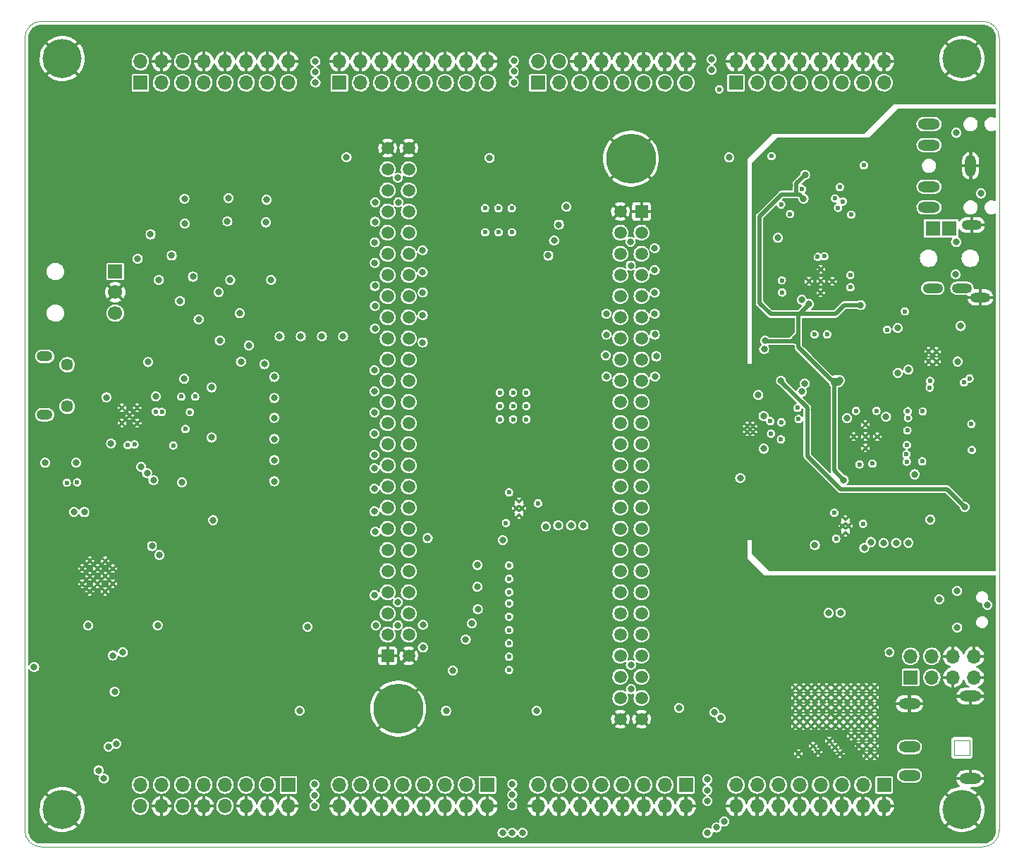
<source format=gbr>
%TF.GenerationSoftware,KiCad,Pcbnew,(6.0.10)*%
%TF.CreationDate,2023-12-11T16:59:24-05:00*%
%TF.ProjectId,Ultrasonic Sound Steering - Control Rev. A,556c7472-6173-46f6-9e69-6320536f756e,rev?*%
%TF.SameCoordinates,Original*%
%TF.FileFunction,Copper,L3,Inr*%
%TF.FilePolarity,Positive*%
%FSLAX46Y46*%
G04 Gerber Fmt 4.6, Leading zero omitted, Abs format (unit mm)*
G04 Created by KiCad (PCBNEW (6.0.10)) date 2023-12-11 16:59:24*
%MOMM*%
%LPD*%
G01*
G04 APERTURE LIST*
%TA.AperFunction,Profile*%
%ADD10C,0.100000*%
%TD*%
%TA.AperFunction,Profile*%
%ADD11C,0.010000*%
%TD*%
%TA.AperFunction,ComponentPad*%
%ADD12C,0.300000*%
%TD*%
%TA.AperFunction,ComponentPad*%
%ADD13C,4.700000*%
%TD*%
%TA.AperFunction,ComponentPad*%
%ADD14R,1.508000X1.508000*%
%TD*%
%TA.AperFunction,ComponentPad*%
%ADD15C,1.508000*%
%TD*%
%TA.AperFunction,ComponentPad*%
%ADD16C,6.000000*%
%TD*%
%TA.AperFunction,ComponentPad*%
%ADD17R,1.700000X1.700000*%
%TD*%
%TA.AperFunction,ComponentPad*%
%ADD18O,1.700000X1.700000*%
%TD*%
%TA.AperFunction,ComponentPad*%
%ADD19O,2.400000X1.200000*%
%TD*%
%TA.AperFunction,ComponentPad*%
%ADD20R,1.800000X1.800000*%
%TD*%
%TA.AperFunction,ComponentPad*%
%ADD21C,1.450000*%
%TD*%
%TA.AperFunction,ComponentPad*%
%ADD22O,1.900000X1.200000*%
%TD*%
%TA.AperFunction,ComponentPad*%
%ADD23O,1.308000X2.616000*%
%TD*%
%TA.AperFunction,ComponentPad*%
%ADD24O,2.616000X1.308000*%
%TD*%
%TA.AperFunction,ComponentPad*%
%ADD25C,1.700000*%
%TD*%
%TA.AperFunction,ViaPad*%
%ADD26C,0.600000*%
%TD*%
%TA.AperFunction,ViaPad*%
%ADD27C,0.800000*%
%TD*%
%TA.AperFunction,Conductor*%
%ADD28C,0.500000*%
%TD*%
%TA.AperFunction,Conductor*%
%ADD29C,0.800000*%
%TD*%
%TA.AperFunction,Conductor*%
%ADD30C,0.250000*%
%TD*%
%TA.AperFunction,Conductor*%
%ADD31C,0.600000*%
%TD*%
%TA.AperFunction,Conductor*%
%ADD32C,0.350000*%
%TD*%
G04 APERTURE END LIST*
D10*
X159706350Y-26997214D02*
X272697922Y-26997214D01*
X157702100Y-124143000D02*
G75*
G03*
X159702136Y-126143000I2000100J100D01*
G01*
X274697886Y-28997214D02*
G75*
G03*
X272697922Y-26997214I-1999886J114D01*
G01*
X274697922Y-28997214D02*
X274697922Y-124138787D01*
X157702136Y-124143000D02*
X157706350Y-28997214D01*
X272697922Y-126138787D02*
X159702136Y-126143000D01*
X159706350Y-26997150D02*
G75*
G03*
X157706350Y-28997214I50J-2000050D01*
G01*
X272697922Y-126138722D02*
G75*
G03*
X274697922Y-124138787I78J1999922D01*
G01*
D11*
%TO.C,P13*%
X271110000Y-113350000D02*
X269310000Y-113350000D01*
X269310000Y-115150000D02*
X271110000Y-115150000D01*
X269310000Y-113350000D02*
X269310000Y-115150000D01*
X271110000Y-115150000D02*
X271110000Y-113350000D01*
%TD*%
D12*
%TO.N,GND*%
%TO.C,*%
X253960000Y-110600000D03*
%TD*%
%TO.N,GND*%
%TO.C,*%
X252102500Y-110612500D03*
%TD*%
%TO.N,GND*%
%TO.C,*%
X251850000Y-58225000D03*
%TD*%
%TO.N,GND*%
%TO.C,*%
X255010000Y-107015000D03*
%TD*%
%TO.N,GND*%
%TO.C,U7*%
X255865000Y-87590000D03*
X256565000Y-87590000D03*
X256215000Y-88340000D03*
X256215000Y-86840000D03*
%TD*%
%TO.N,GND*%
%TO.C,*%
X252910000Y-114760000D03*
%TD*%
D13*
%TO.N,GND*%
%TO.C,H2*%
X162200177Y-31490000D03*
%TD*%
D12*
%TO.N,GND*%
%TO.C,*%
X255600000Y-114930000D03*
%TD*%
%TO.N,GND*%
%TO.C,*%
X257810000Y-111605000D03*
%TD*%
%TO.N,GND*%
%TO.C,*%
X252102500Y-109407500D03*
%TD*%
%TO.N,GND*%
%TO.C,*%
X252102500Y-111612500D03*
%TD*%
%TO.N,GND*%
%TO.C,*%
X258750000Y-108210000D03*
%TD*%
%TO.N,GND*%
%TO.C,*%
X171190000Y-75245000D03*
%TD*%
%TO.N,GND*%
%TO.C,*%
X259720000Y-115185000D03*
%TD*%
%TO.N,GND*%
%TO.C,*%
X259720000Y-110585000D03*
%TD*%
%TO.N,GND*%
%TO.C,*%
X253030000Y-107005000D03*
%TD*%
%TO.N,GND*%
%TO.C,*%
X258750000Y-111605000D03*
%TD*%
%TO.N,GND*%
%TO.C,*%
X254675000Y-58225000D03*
%TD*%
%TO.N,GND*%
%TO.C,*%
X253260000Y-58200000D03*
%TD*%
%TO.N,GND*%
%TO.C,*%
X251180000Y-110610000D03*
%TD*%
%TO.N,GND*%
%TO.C,*%
X171190000Y-73410000D03*
%TD*%
%TO.N,GND*%
%TO.C,*%
X258750000Y-112810000D03*
%TD*%
%TO.N,GND*%
%TO.C,*%
X250230000Y-107015000D03*
%TD*%
%TO.N,GND*%
%TO.C,*%
X245100000Y-76300000D03*
%TD*%
%TO.N,GND*%
%TO.C,*%
X256892500Y-112822500D03*
%TD*%
%TO.N,GND*%
%TO.C,*%
X250220000Y-109405000D03*
%TD*%
%TO.N,GND*%
%TO.C,*%
X259710000Y-106990000D03*
%TD*%
%TO.N,GND*%
%TO.C,*%
X267150000Y-67850000D03*
%TD*%
%TO.N,GND*%
%TO.C,*%
X252112500Y-107017500D03*
%TD*%
%TO.N,GND*%
%TO.C,*%
X252112500Y-108222500D03*
%TD*%
%TO.N,GND*%
%TO.C,*%
X244425000Y-75625000D03*
%TD*%
%TO.N,GND*%
%TO.C,*%
X250230000Y-108220000D03*
%TD*%
%TO.N,GND*%
%TO.C,*%
X258625000Y-75425000D03*
%TD*%
%TO.N,GND*%
%TO.C,*%
X254290000Y-113410000D03*
%TD*%
%TO.N,GND*%
%TO.C,*%
X257820000Y-109395000D03*
%TD*%
%TO.N,GND*%
%TO.C,*%
X257810000Y-108210000D03*
%TD*%
%TO.N,GND*%
%TO.C,*%
X257810000Y-112810000D03*
%TD*%
D13*
%TO.N,GND*%
%TO.C,H1*%
X270200189Y-31490000D03*
%TD*%
D12*
%TO.N,GND*%
%TO.C,*%
X254960000Y-114170000D03*
%TD*%
%TO.N,GND*%
%TO.C,*%
X250220000Y-111610000D03*
%TD*%
%TO.N,GND*%
%TO.C,*%
X259710000Y-108195000D03*
%TD*%
%TO.N,GND*%
%TO.C,*%
X253020000Y-110600000D03*
%TD*%
%TO.N,GND*%
%TO.C,*%
X259720000Y-109380000D03*
%TD*%
%TO.N,GND*%
%TO.C,*%
X257820000Y-113995000D03*
%TD*%
%TO.N,GND*%
%TO.C,*%
X257820000Y-110600000D03*
%TD*%
%TO.N,GND*%
%TO.C,*%
X253030000Y-108210000D03*
%TD*%
%TO.N,GND*%
%TO.C,U8*%
X216680000Y-85480000D03*
X217380000Y-85480000D03*
X217030000Y-86230000D03*
X217030000Y-84730000D03*
%TD*%
%TO.N,GND*%
%TO.C,*%
X255980000Y-110610000D03*
%TD*%
%TO.N,GND*%
%TO.C,*%
X256892500Y-111617500D03*
%TD*%
%TO.N,GND*%
%TO.C,*%
X255980000Y-111610000D03*
%TD*%
D14*
%TO.N,GND*%
%TO.C,U14*%
X201260000Y-103190000D03*
X231740000Y-49840000D03*
D15*
X203800000Y-103190000D03*
X229200000Y-49840000D03*
%TO.N,Net-(U14-Pad3_1)*%
X201260000Y-100650000D03*
%TO.N,Net-(U13-Pad9)*%
X231740000Y-52380000D03*
%TO.N,Net-(U14-Pad4_1)*%
X203800000Y-100650000D03*
%TO.N,Net-(U14-Pad4_2)*%
X229200000Y-52380000D03*
%TO.N,+3V3*%
X201260000Y-98110000D03*
X231740000Y-54920000D03*
X203800000Y-98110000D03*
X229200000Y-54920000D03*
%TO.N,Net-(U14-Pad7_1)*%
X201260000Y-95570000D03*
%TO.N,Net-(U13-Pad8)*%
X231740000Y-57460000D03*
%TO.N,Net-(U14-Pad8_1)*%
X203800000Y-95570000D03*
%TO.N,Net-(U14-Pad8_2)*%
X229200000Y-57460000D03*
%TO.N,Net-(U14-Pad9_1)*%
X201260000Y-93030000D03*
%TO.N,Net-(U13-Pad7)*%
X231740000Y-60000000D03*
%TO.N,Net-(U14-Pad10_1)*%
X203800000Y-93030000D03*
%TO.N,Net-(U14-Pad10_2)*%
X229200000Y-60000000D03*
%TO.N,Net-(U14-Pad11_1)*%
X201260000Y-90490000D03*
%TO.N,Net-(U13-Pad6)*%
X231740000Y-62540000D03*
%TO.N,Net-(U14-Pad12_1)*%
X203800000Y-90490000D03*
%TO.N,Net-(U14-Pad12_2)*%
X229200000Y-62540000D03*
%TO.N,Net-(U14-Pad13_1)*%
X201260000Y-87950000D03*
%TO.N,Net-(U13-Pad5)*%
X231740000Y-65080000D03*
%TO.N,Net-(U14-Pad14_1)*%
X203800000Y-87950000D03*
%TO.N,Net-(U14-Pad14_2)*%
X229200000Y-65080000D03*
%TO.N,Net-(U14-Pad15_1)*%
X201260000Y-85410000D03*
%TO.N,Net-(U13-Pad4)*%
X231740000Y-67620000D03*
%TO.N,Net-(U14-Pad16_1)*%
X203800000Y-85410000D03*
%TO.N,Net-(U14-Pad16_2)*%
X229200000Y-67620000D03*
%TO.N,Net-(U14-Pad17_1)*%
X201260000Y-82870000D03*
%TO.N,Net-(U13-Pad3)*%
X231740000Y-70160000D03*
%TO.N,Net-(U14-Pad18_1)*%
X203800000Y-82870000D03*
%TO.N,Net-(U14-Pad18_2)*%
X229200000Y-70160000D03*
%TO.N,Net-(U14-Pad19_1)*%
X201260000Y-80330000D03*
%TO.N,Net-(U13-Pad2)*%
X231740000Y-72700000D03*
%TO.N,Net-(U14-Pad20_1)*%
X203800000Y-80330000D03*
%TO.N,Net-(U14-Pad20_2)*%
X229200000Y-72700000D03*
%TO.N,/Logic_Ctrl/.00*%
X201260000Y-77790000D03*
%TO.N,adc_CS~*%
X231740000Y-75240000D03*
%TO.N,I2S_WS*%
X203800000Y-77790000D03*
%TO.N,unconnected-(U14-Pad22_2)*%
X229200000Y-75240000D03*
%TO.N,/Logic_Ctrl/.11*%
X201260000Y-75250000D03*
%TO.N,adc_SDOA*%
X231740000Y-77780000D03*
%TO.N,I2S_BCLK*%
X203800000Y-75250000D03*
%TO.N,unconnected-(U14-Pad24_2)*%
X229200000Y-77780000D03*
%TO.N,/Logic_Ctrl/.22*%
X201260000Y-72710000D03*
%TO.N,adc_SDOB{slash}~ALRT*%
X231740000Y-80320000D03*
%TO.N,Net-(R80-Pad2)*%
X203800000Y-72710000D03*
%TO.N,unconnected-(U14-Pad26_2)*%
X229200000Y-80320000D03*
%TO.N,/Logic_Ctrl/.33*%
X201260000Y-70170000D03*
%TO.N,adc_SDI*%
X231740000Y-82860000D03*
%TO.N,Artix7_HB*%
X203800000Y-70170000D03*
%TO.N,unconnected-(U14-Pad28_2)*%
X229200000Y-82860000D03*
%TO.N,TX_ACTIVE*%
X201260000Y-67630000D03*
%TO.N,adc_SCK*%
X231740000Y-85400000D03*
%TO.N,ESP32_HB*%
X203800000Y-67630000D03*
%TO.N,unconnected-(U14-Pad30_2)*%
X229200000Y-85400000D03*
%TO.N,Net-(U14-Pad31_1)*%
X201260000Y-65090000D03*
%TO.N,Net-(U12-Pad9)*%
X231740000Y-87940000D03*
%TO.N,Net-(U14-Pad32_1)*%
X203800000Y-65090000D03*
%TO.N,Net-(U14-Pad32_2)*%
X229200000Y-87940000D03*
%TO.N,Net-(U14-Pad33_1)*%
X201260000Y-62550000D03*
%TO.N,Net-(U12-Pad8)*%
X231740000Y-90480000D03*
%TO.N,Net-(U14-Pad34_1)*%
X203800000Y-62550000D03*
%TO.N,Net-(U14-Pad34_2)*%
X229200000Y-90480000D03*
%TO.N,Net-(U14-Pad35_1)*%
X201260000Y-60010000D03*
%TO.N,Net-(U12-Pad7)*%
X231740000Y-93020000D03*
%TO.N,Net-(U14-Pad36_1)*%
X203800000Y-60010000D03*
%TO.N,Net-(U14-Pad36_2)*%
X229200000Y-93020000D03*
%TO.N,Net-(U14-Pad37_1)*%
X201260000Y-57470000D03*
%TO.N,Net-(U12-Pad6)*%
X231740000Y-95560000D03*
%TO.N,Net-(U14-Pad38_1)*%
X203800000Y-57470000D03*
%TO.N,Net-(U14-Pad38_2)*%
X229200000Y-95560000D03*
%TO.N,Net-(U14-Pad39_1)*%
X201260000Y-54930000D03*
%TO.N,Net-(U12-Pad5)*%
X231740000Y-98100000D03*
%TO.N,Net-(U14-Pad40_1)*%
X203800000Y-54930000D03*
%TO.N,Net-(U14-Pad40_2)*%
X229200000Y-98100000D03*
%TO.N,Net-(U14-Pad41_1)*%
X201260000Y-52390000D03*
%TO.N,Net-(U12-Pad4)*%
X231740000Y-100640000D03*
%TO.N,Net-(U14-Pad42_1)*%
X203800000Y-52390000D03*
%TO.N,Net-(U14-Pad42_2)*%
X229200000Y-100640000D03*
%TO.N,Net-(U14-Pad43_1)*%
X201260000Y-49850000D03*
%TO.N,Net-(U12-Pad3)*%
X231740000Y-103180000D03*
%TO.N,Net-(U14-Pad44_1)*%
X203800000Y-49850000D03*
%TO.N,Net-(U14-Pad44_2)*%
X229200000Y-103180000D03*
%TO.N,+3V3*%
X201260000Y-47310000D03*
X231740000Y-105720000D03*
X203800000Y-47310000D03*
X229200000Y-105720000D03*
%TO.N,Net-(U14-Pad47_1)*%
X201260000Y-44770000D03*
%TO.N,Net-(U12-Pad2)*%
X231740000Y-108260000D03*
%TO.N,Net-(U14-Pad48_1)*%
X203800000Y-44770000D03*
%TO.N,Net-(U14-Pad48_2)*%
X229200000Y-108260000D03*
%TO.N,GND*%
X201260000Y-42230000D03*
X231740000Y-110800000D03*
X203800000Y-42230000D03*
X229200000Y-110800000D03*
D16*
X230470000Y-43490000D03*
X202530000Y-109540000D03*
%TD*%
D12*
%TO.N,GND*%
%TO.C,*%
X257225000Y-76875000D03*
%TD*%
%TO.N,GND*%
%TO.C,*%
X169355000Y-73410000D03*
%TD*%
%TO.N,GND*%
%TO.C,*%
X260050000Y-76875000D03*
%TD*%
%TO.N,GND*%
%TO.C,*%
X257810000Y-107005000D03*
%TD*%
%TO.N,GND*%
%TO.C,*%
X267150000Y-66645000D03*
%TD*%
%TO.N,GND*%
%TO.C,*%
X169355000Y-75245000D03*
%TD*%
%TO.N,GND*%
%TO.C,*%
X259710000Y-111590000D03*
%TD*%
%TO.N,GND*%
%TO.C,*%
X253970000Y-107005000D03*
%TD*%
%TO.N,GND*%
%TO.C,U18*%
X164595000Y-94547500D03*
X164595000Y-92712500D03*
X165512500Y-95465000D03*
X165512500Y-93630000D03*
X165512500Y-91795000D03*
X166430000Y-94547500D03*
X166430000Y-92712500D03*
X167347500Y-95465000D03*
X167347500Y-93630000D03*
X167347500Y-91795000D03*
X168265000Y-94547500D03*
X168265000Y-92712500D03*
%TD*%
D13*
%TO.N,GND*%
%TO.C,H3*%
X270200172Y-121640000D03*
%TD*%
D12*
%TO.N,GND*%
%TO.C,*%
X251190000Y-108220000D03*
%TD*%
%TO.N,GND*%
%TO.C,*%
X255970000Y-108220000D03*
%TD*%
%TO.N,GND*%
%TO.C,*%
X253250000Y-59600000D03*
%TD*%
%TO.N,GND*%
%TO.C,*%
X244425000Y-76300000D03*
%TD*%
%TO.N,GND*%
%TO.C,*%
X258635000Y-76850000D03*
%TD*%
%TO.N,GND*%
%TO.C,*%
X258760000Y-115200000D03*
%TD*%
%TO.N,GND*%
%TO.C,*%
X253020000Y-109395000D03*
%TD*%
%TO.N,GND*%
%TO.C,*%
X255020000Y-111610000D03*
%TD*%
%TO.N,GND*%
%TO.C,*%
X259710000Y-112795000D03*
%TD*%
%TO.N,GND*%
%TO.C,*%
X258750000Y-107005000D03*
%TD*%
%TO.N,GND*%
%TO.C,*%
X266210000Y-67850000D03*
%TD*%
%TO.N,GND*%
%TO.C,*%
X251180000Y-111610000D03*
%TD*%
%TO.N,GND*%
%TO.C,*%
X258760000Y-109395000D03*
%TD*%
%TO.N,GND*%
%TO.C,*%
X252340000Y-114040000D03*
%TD*%
%TO.N,GND*%
%TO.C,*%
X255970000Y-107015000D03*
%TD*%
%TO.N,GND*%
%TO.C,*%
X251180000Y-109405000D03*
%TD*%
%TO.N,GND*%
%TO.C,*%
X258760000Y-113995000D03*
%TD*%
%TO.N,GND*%
%TO.C,*%
X251190000Y-107015000D03*
%TD*%
%TO.N,GND*%
%TO.C,*%
X253960000Y-111600000D03*
%TD*%
%TO.N,GND*%
%TO.C,*%
X253020000Y-111600000D03*
%TD*%
%TO.N,GND*%
%TO.C,*%
X245100000Y-75625000D03*
%TD*%
%TO.N,GND*%
%TO.C,*%
X258760000Y-110600000D03*
%TD*%
D13*
%TO.N,GND*%
%TO.C,H4*%
X162200214Y-121640000D03*
%TD*%
D12*
%TO.N,GND*%
%TO.C,*%
X253960000Y-109395000D03*
%TD*%
%TO.N,GND*%
%TO.C,*%
X256902500Y-109407500D03*
%TD*%
%TO.N,GND*%
%TO.C,*%
X256892500Y-108222500D03*
%TD*%
%TO.N,GND*%
%TO.C,*%
X258625000Y-78250000D03*
%TD*%
%TO.N,GND*%
%TO.C,*%
X255020000Y-110610000D03*
%TD*%
%TO.N,GND*%
%TO.C,*%
X256902500Y-110612500D03*
%TD*%
%TO.N,GND*%
%TO.C,*%
X255980000Y-109405000D03*
%TD*%
%TO.N,GND*%
%TO.C,*%
X255020000Y-109405000D03*
%TD*%
%TO.N,GND*%
%TO.C,*%
X253970000Y-108210000D03*
%TD*%
%TO.N,GND*%
%TO.C,*%
X255010000Y-108220000D03*
%TD*%
%TO.N,GND*%
%TO.C,*%
X250590000Y-114930000D03*
%TD*%
%TO.N,GND*%
%TO.C,*%
X250220000Y-110610000D03*
%TD*%
%TO.N,GND*%
%TO.C,*%
X266210000Y-66645000D03*
%TD*%
%TO.N,GND*%
%TO.C,*%
X170272500Y-74327500D03*
%TD*%
%TO.N,GND*%
%TO.C,*%
X259720000Y-113980000D03*
%TD*%
%TO.N,GND*%
%TO.C,*%
X253250000Y-56775000D03*
%TD*%
%TO.N,GND*%
%TO.C,*%
X256892500Y-107017500D03*
%TD*%
D17*
%TO.N,Net-(P5-Pad1)*%
%TO.C,P5*%
X260855101Y-118700000D03*
D18*
%TO.N,GND*%
X260855101Y-121240000D03*
%TO.N,Net-(P5-Pad3)*%
X258315101Y-118700000D03*
%TO.N,GND*%
X258315101Y-121240000D03*
%TO.N,Net-(P5-Pad5)*%
X255775101Y-118700000D03*
%TO.N,GND*%
X255775101Y-121240000D03*
%TO.N,Net-(P5-Pad7)*%
X253235101Y-118700000D03*
%TO.N,GND*%
X253235101Y-121240000D03*
%TO.N,Net-(P5-Pad9)*%
X250695101Y-118700000D03*
%TO.N,GND*%
X250695101Y-121240000D03*
%TO.N,Net-(P5-Pad11)*%
X248155101Y-118700000D03*
%TO.N,GND*%
X248155101Y-121240000D03*
%TO.N,Net-(P5-Pad13)*%
X245615101Y-118700000D03*
%TO.N,GND*%
X245615101Y-121240000D03*
%TO.N,Net-(P5-Pad15)*%
X243075101Y-118700000D03*
%TO.N,GND*%
X243075101Y-121240000D03*
%TD*%
D19*
%TO.N,GND*%
%TO.C,P12*%
X272410000Y-60160000D03*
%TO.N,Net-(C3-Pad1)*%
X266710000Y-59060000D03*
D20*
%TO.N,Net-(C2-Pad1)*%
X266710000Y-51860000D03*
D19*
%TO.N,GND*%
X271410000Y-51460000D03*
%TO.N,ECM_OPEN~*%
X270210000Y-59060000D03*
D20*
%TO.N,Net-(P12-Pad6)*%
X268710000Y-51860000D03*
%TD*%
D17*
%TO.N,Net-(P4-Pad1)*%
%TO.C,P4*%
X171575101Y-34380000D03*
D18*
%TO.N,TX_ACTIVE*%
X171575101Y-31840000D03*
%TO.N,Net-(P4-Pad3)*%
X174115101Y-34380000D03*
%TO.N,GND*%
X174115101Y-31840000D03*
%TO.N,Net-(P4-Pad5)*%
X176655101Y-34380000D03*
%TO.N,UltrasonicDrive_DIS~*%
X176655101Y-31840000D03*
%TO.N,Net-(P4-Pad7)*%
X179195101Y-34380000D03*
%TO.N,GND*%
X179195101Y-31840000D03*
%TO.N,Net-(P4-Pad9)*%
X181735101Y-34380000D03*
%TO.N,GND*%
X181735101Y-31840000D03*
%TO.N,Net-(P4-Pad11)*%
X184275101Y-34380000D03*
%TO.N,GND*%
X184275101Y-31840000D03*
%TO.N,Net-(P4-Pad13)*%
X186815101Y-34380000D03*
%TO.N,GND*%
X186815101Y-31840000D03*
%TO.N,Net-(P4-Pad15)*%
X189355101Y-34380000D03*
%TO.N,GND*%
X189355101Y-31840000D03*
%TD*%
D17*
%TO.N,Net-(P7-Pad1)*%
%TO.C,P7*%
X213247601Y-118700000D03*
D18*
%TO.N,GND*%
X213247601Y-121240000D03*
%TO.N,Net-(P7-Pad3)*%
X210707601Y-118700000D03*
%TO.N,GND*%
X210707601Y-121240000D03*
%TO.N,Net-(P7-Pad5)*%
X208167601Y-118700000D03*
%TO.N,GND*%
X208167601Y-121240000D03*
%TO.N,Net-(P7-Pad7)*%
X205627601Y-118700000D03*
%TO.N,GND*%
X205627601Y-121240000D03*
%TO.N,Net-(P7-Pad9)*%
X203087601Y-118700000D03*
%TO.N,GND*%
X203087601Y-121240000D03*
%TO.N,Net-(P7-Pad11)*%
X200547601Y-118700000D03*
%TO.N,GND*%
X200547601Y-121240000D03*
%TO.N,Net-(P7-Pad13)*%
X198007601Y-118700000D03*
%TO.N,GND*%
X198007601Y-121240000D03*
%TO.N,Net-(P7-Pad15)*%
X195467601Y-118700000D03*
%TO.N,GND*%
X195467601Y-121240000D03*
%TD*%
D17*
%TO.N,Net-(P1-Pad1)*%
%TO.C,P1*%
X243075101Y-34380000D03*
D18*
%TO.N,GND*%
X243075101Y-31840000D03*
%TO.N,Net-(P1-Pad3)*%
X245615101Y-34380000D03*
%TO.N,GND*%
X245615101Y-31840000D03*
%TO.N,Net-(P1-Pad5)*%
X248155101Y-34380000D03*
%TO.N,GND*%
X248155101Y-31840000D03*
%TO.N,Net-(P1-Pad7)*%
X250695101Y-34380000D03*
%TO.N,GND*%
X250695101Y-31840000D03*
%TO.N,Net-(P1-Pad9)*%
X253235101Y-34380000D03*
%TO.N,GND*%
X253235101Y-31840000D03*
%TO.N,Net-(P1-Pad11)*%
X255775101Y-34380000D03*
%TO.N,GND*%
X255775101Y-31840000D03*
%TO.N,Net-(P1-Pad13)*%
X258315101Y-34380000D03*
%TO.N,GND*%
X258315101Y-31840000D03*
%TO.N,Net-(P1-Pad15)*%
X260855101Y-34380000D03*
%TO.N,GND*%
X260855101Y-31840000D03*
%TD*%
D17*
%TO.N,Net-(P2-Pad1)*%
%TO.C,P2*%
X219290101Y-34380000D03*
D18*
%TO.N,+3V3*%
X219290101Y-31840000D03*
%TO.N,Net-(P2-Pad3)*%
X221830101Y-34380000D03*
%TO.N,+3V3*%
X221830101Y-31840000D03*
%TO.N,Net-(P2-Pad5)*%
X224370101Y-34380000D03*
%TO.N,GND*%
X224370101Y-31840000D03*
%TO.N,Net-(P2-Pad7)*%
X226910101Y-34380000D03*
%TO.N,GND*%
X226910101Y-31840000D03*
%TO.N,Net-(P2-Pad9)*%
X229450101Y-34380000D03*
%TO.N,GND*%
X229450101Y-31840000D03*
%TO.N,Net-(P2-Pad11)*%
X231990101Y-34380000D03*
%TO.N,GND*%
X231990101Y-31840000D03*
%TO.N,Net-(P2-Pad13)*%
X234530101Y-34380000D03*
%TO.N,GND*%
X234530101Y-31840000D03*
%TO.N,Net-(P2-Pad15)*%
X237070101Y-34380000D03*
%TO.N,GND*%
X237070101Y-31840000D03*
%TD*%
D17*
%TO.N,Net-(P6-Pad1)*%
%TO.C,P6*%
X237070101Y-118700000D03*
D18*
%TO.N,GND*%
X237070101Y-121240000D03*
%TO.N,Net-(P6-Pad3)*%
X234530101Y-118700000D03*
%TO.N,GND*%
X234530101Y-121240000D03*
%TO.N,Net-(P6-Pad5)*%
X231990101Y-118700000D03*
%TO.N,GND*%
X231990101Y-121240000D03*
%TO.N,Net-(P6-Pad7)*%
X229450101Y-118700000D03*
%TO.N,GND*%
X229450101Y-121240000D03*
%TO.N,Net-(P6-Pad9)*%
X226910101Y-118700000D03*
%TO.N,GND*%
X226910101Y-121240000D03*
%TO.N,Net-(P6-Pad11)*%
X224370101Y-118700000D03*
%TO.N,GND*%
X224370101Y-121240000D03*
%TO.N,Net-(P6-Pad13)*%
X221830101Y-118700000D03*
%TO.N,GND*%
X221830101Y-121240000D03*
%TO.N,Net-(P6-Pad15)*%
X219290101Y-118700000D03*
%TO.N,GND*%
X219290101Y-121240000D03*
%TD*%
D17*
%TO.N,Net-(P8-Pad1)*%
%TO.C,P8*%
X189355101Y-118700000D03*
D18*
%TO.N,GND*%
X189355101Y-121240000D03*
%TO.N,Net-(P8-Pad3)*%
X186815101Y-118700000D03*
%TO.N,GND*%
X186815101Y-121240000D03*
%TO.N,Net-(P8-Pad5)*%
X184275101Y-118700000D03*
%TO.N,GND*%
X184275101Y-121240000D03*
%TO.N,Net-(P8-Pad7)*%
X181735101Y-118700000D03*
%TO.N,+VSW*%
X181735101Y-121240000D03*
%TO.N,Net-(P8-Pad9)*%
X179195101Y-118700000D03*
%TO.N,GND*%
X179195101Y-121240000D03*
%TO.N,Net-(P8-Pad11)*%
X176655101Y-118700000D03*
%TO.N,DIGPOT_SCL*%
X176655101Y-121240000D03*
%TO.N,Net-(P8-Pad13)*%
X174115101Y-118700000D03*
%TO.N,GND*%
X174115101Y-121240000D03*
%TO.N,Net-(P8-Pad15)*%
X171575101Y-118700000D03*
%TO.N,DIGPOT_SDA*%
X171575101Y-121240000D03*
%TD*%
D21*
%TO.N,Net-(P9-Pad6)*%
%TO.C,P9*%
X162780000Y-68240000D03*
X162780000Y-73240000D03*
D22*
X160080000Y-67240000D03*
X160080000Y-74240000D03*
%TD*%
D17*
%TO.N,Net-(P3-Pad1)*%
%TO.C,P3*%
X195467601Y-34380000D03*
D18*
%TO.N,GND*%
X195467601Y-31840000D03*
%TO.N,Net-(P3-Pad3)*%
X198007601Y-34380000D03*
%TO.N,GND*%
X198007601Y-31840000D03*
%TO.N,Net-(P3-Pad5)*%
X200547601Y-34380000D03*
%TO.N,GND*%
X200547601Y-31840000D03*
%TO.N,Net-(P3-Pad7)*%
X203087601Y-34380000D03*
%TO.N,GND*%
X203087601Y-31840000D03*
%TO.N,Net-(P3-Pad9)*%
X205627601Y-34380000D03*
%TO.N,GND*%
X205627601Y-31840000D03*
%TO.N,Net-(P3-Pad11)*%
X208167601Y-34380000D03*
%TO.N,GND*%
X208167601Y-31840000D03*
%TO.N,Net-(P3-Pad13)*%
X210707601Y-34380000D03*
%TO.N,GND*%
X210707601Y-31840000D03*
%TO.N,Net-(P3-Pad15)*%
X213247601Y-34380000D03*
%TO.N,GND*%
X213247601Y-31840000D03*
%TD*%
D23*
%TO.N,GND*%
%TO.C,P11*%
X271260000Y-44360000D03*
D24*
%TO.N,Net-(C7-Pad1)*%
X266260000Y-49360000D03*
%TO.N,Net-(C5-Pad1)*%
X266260000Y-39360000D03*
%TO.N,Net-(P11-Pad4)*%
X266260000Y-46860000D03*
%TO.N,AUX_OPEN~*%
X266260000Y-41860000D03*
%TD*%
D17*
%TO.N,+5V*%
%TO.C,P10*%
X264040000Y-105797500D03*
D18*
X264040000Y-103257500D03*
X266580000Y-105797500D03*
X266580000Y-103257500D03*
%TO.N,GND*%
X269120000Y-105797500D03*
X269120000Y-103257500D03*
X271660000Y-105797500D03*
X271660000Y-103257500D03*
%TD*%
D24*
%TO.N,unconnected-(P13-Pad1)*%
%TO.C,P13*%
X263910000Y-117550000D03*
%TO.N,GND*%
X263910000Y-108950000D03*
%TO.N,unconnected-(P13-Pad3)*%
X263910000Y-114150000D03*
%TO.N,GND*%
X271210000Y-108050000D03*
X271210000Y-117950000D03*
%TD*%
D17*
%TO.N,UART_TX*%
%TO.C,P14*%
X168560000Y-57044000D03*
D25*
%TO.N,GND*%
X168560000Y-59544000D03*
%TO.N,UART_RX*%
X168560000Y-62044000D03*
%TD*%
D26*
%TO.N,+3V3*%
X215830000Y-101690000D03*
D27*
X208280000Y-109820000D03*
X205490000Y-99490000D03*
X221740000Y-87530000D03*
X243590000Y-81844998D03*
D26*
X215840000Y-93950000D03*
X215840000Y-100100000D03*
D27*
X216225000Y-124425000D03*
X233340000Y-64620000D03*
X205470000Y-57150000D03*
X187640000Y-69702000D03*
X193370000Y-64830000D03*
X242260000Y-43360000D03*
X171260000Y-55520000D03*
X212025000Y-94900000D03*
X220550000Y-55140000D03*
X199730000Y-61190000D03*
X199720000Y-56000000D03*
X192570000Y-33100000D03*
D26*
X217920000Y-71600000D03*
X215840000Y-96900000D03*
D27*
X199670000Y-68904500D03*
X199670000Y-73960000D03*
X199850000Y-99540000D03*
X202550000Y-48720000D03*
X239675000Y-124475000D03*
X241675000Y-123075000D03*
X210640000Y-101220000D03*
X187650000Y-74620000D03*
X196330000Y-43310000D03*
X215050000Y-124450000D03*
X168483548Y-107483950D03*
X158828748Y-104570000D03*
X216230000Y-118580000D03*
D26*
X217920000Y-74800000D03*
D27*
X172380000Y-81280000D03*
X173801000Y-58060000D03*
X190690000Y-109780000D03*
X187650000Y-82240000D03*
X233350000Y-69650000D03*
X224770000Y-87540000D03*
D26*
X215840000Y-92350000D03*
D27*
X233330000Y-59590000D03*
X230460000Y-56330000D03*
X192470000Y-118640000D03*
X178568000Y-62780000D03*
X199660000Y-83110000D03*
X202500000Y-45810000D03*
X190830000Y-64830000D03*
X199670000Y-76500000D03*
X177881000Y-57670000D03*
X195910000Y-64830000D03*
X205480000Y-59550000D03*
X199670000Y-71420000D03*
X199730000Y-58780000D03*
X172480000Y-67920000D03*
D26*
X214720000Y-74800000D03*
D27*
X187650000Y-79700000D03*
X216410000Y-33040000D03*
D26*
X212955000Y-49440000D03*
D27*
X205480000Y-65560000D03*
X199730000Y-63890000D03*
X202490000Y-99520000D03*
D26*
X214720000Y-71600000D03*
D27*
X160130000Y-80020002D03*
X183650000Y-67860000D03*
X199770000Y-48740000D03*
X181109000Y-65320000D03*
X205480000Y-62290000D03*
X233330000Y-62120000D03*
X209075000Y-104950000D03*
X175340000Y-55130000D03*
X216230000Y-121160000D03*
X233510000Y-67240000D03*
X163850001Y-80009999D03*
X239670000Y-120620000D03*
D26*
X241070000Y-35180000D03*
D27*
X230430000Y-53480000D03*
D26*
X214580000Y-52340000D03*
D27*
X227510000Y-62130000D03*
X172799000Y-52590000D03*
D26*
X214720000Y-73200000D03*
X212980000Y-52340000D03*
D27*
X199780000Y-88300000D03*
X192570000Y-31820000D03*
X187640000Y-72242000D03*
X191650000Y-99700000D03*
X199660000Y-80650000D03*
X212025000Y-92300000D03*
X239670000Y-118040000D03*
X173410000Y-72060000D03*
X199670000Y-79040000D03*
X239670000Y-119320000D03*
D26*
X217920000Y-73200000D03*
D27*
X236240000Y-109460000D03*
X219130000Y-109800000D03*
D26*
X215830000Y-103290000D03*
D27*
X192470000Y-119920000D03*
X188290000Y-64830000D03*
X199660000Y-85860000D03*
D26*
X216155000Y-49440000D03*
X215830000Y-104890000D03*
D27*
X202490000Y-96740000D03*
X180959000Y-59530000D03*
X182361000Y-58080001D03*
D26*
X216320000Y-73200000D03*
D27*
X220250000Y-87660120D03*
X222730000Y-49280000D03*
X173140000Y-82130000D03*
X240160000Y-32850000D03*
X217450000Y-124425000D03*
X227440000Y-67100000D03*
X192600000Y-34380000D03*
X221240000Y-53330000D03*
X176904325Y-51297549D03*
X199720000Y-53540000D03*
X216230000Y-119860000D03*
X227520000Y-64630000D03*
X171680000Y-80490000D03*
D26*
X216320000Y-74800000D03*
D27*
X206068863Y-89080000D03*
X187650000Y-77160000D03*
D26*
X216320000Y-71600000D03*
D27*
X240725000Y-123800000D03*
X233330000Y-54230000D03*
D26*
X216180000Y-52340000D03*
D27*
X240160000Y-31570000D03*
X227530000Y-69660000D03*
X212090000Y-97610000D03*
X187271000Y-58077501D03*
X205470000Y-54520000D03*
X199680000Y-95940000D03*
X216410000Y-34340000D03*
X205490000Y-102200000D03*
D26*
X214555000Y-49440000D03*
D27*
X211390000Y-99310000D03*
X199740000Y-51080000D03*
D26*
X215840000Y-95550000D03*
D27*
X213510000Y-43400000D03*
X167490000Y-72160000D03*
X230470000Y-107200000D03*
X233330000Y-56890000D03*
X176342000Y-60600000D03*
X223270000Y-87540000D03*
X183500000Y-62070000D03*
X216410000Y-31760000D03*
X192470000Y-121220000D03*
D26*
X215840000Y-98500000D03*
D27*
X230470000Y-104290000D03*
X221820000Y-51420000D03*
%TO.N,VCM*%
X256020002Y-82079996D03*
X255550000Y-70090000D03*
X258050000Y-61075000D03*
X251200000Y-48300000D03*
X251375000Y-45450000D03*
X251850000Y-60975000D03*
X246580000Y-65370000D03*
%TO.N,+3.3VA*%
X270070000Y-63600000D03*
X269500000Y-53520000D03*
X262305000Y-89630000D03*
D26*
X254984501Y-48280000D03*
D27*
X264540000Y-81400000D03*
X263785000Y-89610000D03*
X248130000Y-53010002D03*
X269680000Y-67850000D03*
X266412499Y-86820000D03*
X259275000Y-89524998D03*
X251328631Y-70508747D03*
X260785000Y-89650000D03*
X256415001Y-74637541D03*
X269530000Y-40400000D03*
X250990000Y-60455000D03*
X258490000Y-90225000D03*
X261095000Y-74462500D03*
X246400000Y-78330000D03*
D26*
%TO.N,Net-(C13-Pad2)*%
X255332477Y-49402477D03*
X255545000Y-46905000D03*
D27*
%TO.N,AUX_OPEN~*%
X168270000Y-103150000D03*
X272500000Y-47680000D03*
X166550000Y-116950000D03*
X241239763Y-110664710D03*
%TO.N,ECM_OPEN~*%
X169450000Y-102770000D03*
X240506018Y-109986018D03*
X167200000Y-117925000D03*
X269470000Y-57393500D03*
%TO.N,ESP32_HB*%
X186450000Y-68180000D03*
X180310000Y-86900000D03*
D26*
%TO.N,Net-(C26-Pad1)*%
X259475000Y-80112500D03*
D27*
%TO.N,TX_ACTIVE*%
X184600000Y-65910000D03*
D26*
%TO.N,Net-(C3-Pad1)*%
X263370000Y-61835000D03*
%TO.N,Net-(C13-Pad1)*%
X255915500Y-48635500D03*
X251020000Y-47150000D03*
X248500000Y-49010000D03*
D27*
%TO.N,+5V*%
X255619998Y-98020002D03*
X267489999Y-96400003D03*
D26*
%TO.N,Net-(C18-Pad2)*%
X265507200Y-73849466D03*
D27*
%TO.N,DIGPOT_SCL*%
X163600000Y-85910000D03*
X167737500Y-114087500D03*
%TO.N,DIGPOT_SDA*%
X168674222Y-113738847D03*
X164845000Y-85945000D03*
D26*
%TO.N,Net-(C10-Pad1)*%
X266382089Y-70190886D03*
D27*
%TO.N,ADC_VREF*%
X250986874Y-71480000D03*
X245770000Y-71880000D03*
D26*
%TO.N,+4V*%
X215820000Y-83560000D03*
X254889999Y-86010001D03*
D27*
X215080000Y-89290000D03*
X252555000Y-89910000D03*
D26*
X215470000Y-87250000D03*
D27*
X254200000Y-98060000D03*
D26*
X255110000Y-89130000D03*
D27*
%TO.N,UltrasonicDrive_DIS~*%
X173860000Y-91090000D03*
D26*
%TO.N,mono_p*%
X247201921Y-75009222D03*
X250600000Y-74760000D03*
X254020000Y-64605000D03*
X248523412Y-75156590D03*
%TO.N,mono_n*%
X250460555Y-73406267D03*
X252510000Y-64585000D03*
%TO.N,ecm_p*%
X248480000Y-77200000D03*
X247287845Y-76519312D03*
D27*
%TO.N,EN*%
X261510000Y-102770000D03*
X273265099Y-97069901D03*
D26*
%TO.N,Net-(C10-Pad2)*%
X271400000Y-78475000D03*
X271117500Y-69907500D03*
%TO.N,Net-(Q2-Pad1)*%
X176501301Y-72068699D03*
X177525500Y-73940000D03*
%TO.N,Net-(C11-Pad1)*%
X266352545Y-70989842D03*
%TO.N,Net-(C2-Pad1)*%
X261220000Y-64035000D03*
%TO.N,Net-(C18-Pad1)*%
X265436367Y-79838633D03*
%TO.N,Net-(C21-Pad1)*%
X263546329Y-78995829D03*
X263740014Y-74635794D03*
%TO.N,Net-(C22-Pad2)*%
X263575000Y-79875000D03*
X263702464Y-73837174D03*
%TO.N,Net-(C21-Pad2)*%
X263650378Y-76132097D03*
X263600500Y-77875000D03*
%TO.N,Net-(C27-Pad1)*%
X257900000Y-80212500D03*
%TO.N,Net-(C23-Pad2)*%
X253692351Y-55225107D03*
X256925000Y-50225000D03*
%TO.N,Net-(C24-Pad1)*%
X249575000Y-50150000D03*
X252894484Y-55276214D03*
%TO.N,Net-(C33-Pad1)*%
X259942214Y-73776014D03*
%TO.N,Net-(C30-Pad1)*%
X256800000Y-57470000D03*
%TO.N,Net-(C31-Pad1)*%
X256830000Y-58920000D03*
%TO.N,Net-(C38-Pad2)*%
X248620000Y-59560000D03*
%TO.N,Net-(C34-Pad2)*%
X257473817Y-73788581D03*
%TO.N,Net-(C37-Pad1)*%
X248580000Y-58110000D03*
D27*
%TO.N,Net-(C57-Pad2)*%
X246390000Y-74400000D03*
%TO.N,Net-(D9-Pad1)*%
X182150000Y-48230000D03*
D26*
%TO.N,Net-(C77-Pad1)*%
X258332500Y-87337500D03*
%TO.N,Net-(C78-Pad1)*%
X219330000Y-84884877D03*
D27*
%TO.N,Net-(D3-Pad1)*%
X176870000Y-48310000D03*
%TO.N,Net-(D9-Pad2)*%
X182025000Y-51050000D03*
%TO.N,Net-(D8-Pad1)*%
X186712706Y-48443113D03*
D26*
%TO.N,Net-(Q1-Pad1)*%
X176980000Y-75938699D03*
X178150000Y-72060000D03*
D27*
%TO.N,Net-(D8-Pad2)*%
X186660000Y-51150000D03*
%TO.N,Net-(C90-Pad2)*%
X248486873Y-70160001D03*
X270550000Y-85310000D03*
D26*
%TO.N,/Logic_Ctrl/D+*%
X174155208Y-73927547D03*
D27*
%TO.N,+3.3V*%
X173650000Y-99530000D03*
%TO.N,Net-(R45-Pad2)*%
X269645070Y-99795500D03*
%TO.N,Drive_Distance*%
X165300000Y-99570000D03*
%TO.N,GND*%
X158930000Y-82430000D03*
D26*
X273630000Y-46425000D03*
X264775000Y-73475000D03*
X261465000Y-83910000D03*
D27*
X164860000Y-73980000D03*
X179090000Y-47340000D03*
X208055670Y-45286737D03*
D26*
X252116242Y-55093065D03*
X273620000Y-52700000D03*
X258070000Y-67550000D03*
X272125000Y-84625000D03*
D27*
X165700000Y-117900000D03*
X187810000Y-110850000D03*
D26*
X260710000Y-51390000D03*
D27*
X207080000Y-52890000D03*
X212570000Y-82230000D03*
X208840000Y-106820000D03*
X262610000Y-94800000D03*
X172710002Y-97265000D03*
X158925000Y-99625000D03*
D26*
X265525000Y-73050000D03*
D27*
X179210000Y-124765000D03*
D26*
X251900000Y-71225000D03*
D27*
X249540000Y-46729998D03*
X222270000Y-42260000D03*
D26*
X257070000Y-67550000D03*
D27*
X209080000Y-94620000D03*
X251635000Y-85460000D03*
D26*
X161960000Y-87280000D03*
X256450000Y-46800000D03*
D27*
X212200000Y-83460000D03*
X176837345Y-68417345D03*
X263480000Y-63035000D03*
D26*
X179130000Y-70420000D03*
X256315000Y-90230000D03*
X259710000Y-50390000D03*
X273630000Y-56835000D03*
D27*
X239299998Y-111080000D03*
X255470000Y-68510000D03*
X158920000Y-103070000D03*
D26*
X171559408Y-78454535D03*
X245400000Y-49775000D03*
D27*
X184140500Y-75220000D03*
X246604505Y-67647628D03*
X211470000Y-42350000D03*
D26*
X261780000Y-38790000D03*
D27*
X171970000Y-90080000D03*
D26*
X262455000Y-83900000D03*
D27*
X169949500Y-107279499D03*
D26*
X259710000Y-51390000D03*
D27*
X191240000Y-106810000D03*
X254025000Y-65845000D03*
D26*
X251700000Y-64700000D03*
D27*
X178554500Y-98356227D03*
X247640000Y-85207500D03*
X270485000Y-94440000D03*
X254980000Y-43360000D03*
X254775000Y-61025000D03*
D26*
X258290000Y-86420000D03*
X245725000Y-65925000D03*
D27*
X173590000Y-51290000D03*
D26*
X273630000Y-45175000D03*
D27*
X166640002Y-108799999D03*
D26*
X273640000Y-55500000D03*
D27*
X208970000Y-96890000D03*
X246827500Y-52965000D03*
D26*
X248750000Y-50325000D03*
D27*
X218930000Y-82860000D03*
X224230000Y-56380000D03*
D26*
X188480000Y-54910000D03*
D27*
X251339844Y-50014846D03*
X254750000Y-53560000D03*
D26*
X265575000Y-80625000D03*
X254825000Y-64700000D03*
D27*
X168350000Y-118310000D03*
D26*
X271150000Y-69100000D03*
X216300000Y-87670000D03*
X270200000Y-37900000D03*
X241320000Y-109160000D03*
X257350000Y-83925000D03*
X260375000Y-83900000D03*
X260710000Y-50390000D03*
D27*
X183018833Y-50943693D03*
D26*
X168060618Y-78584639D03*
D27*
X225850000Y-43240000D03*
X166325000Y-114650000D03*
D26*
X167234500Y-77310000D03*
D27*
X194280000Y-42280000D03*
D26*
X247300000Y-78225000D03*
D27*
X176560000Y-102789998D03*
D26*
X219170000Y-84060000D03*
D27*
X248245000Y-80790000D03*
X256625001Y-94955001D03*
X172130000Y-92800000D03*
X248255000Y-79270000D03*
X226150000Y-60690000D03*
D26*
X264250000Y-37900000D03*
X272175000Y-82625000D03*
X257070000Y-66550000D03*
D27*
X226460000Y-108250000D03*
D26*
X174068776Y-72711636D03*
D27*
X215040000Y-39350000D03*
X252125000Y-80900000D03*
X247030000Y-64340500D03*
X270482186Y-82777814D03*
D26*
X181220000Y-71020000D03*
D27*
X167785001Y-67964999D03*
D26*
X273630000Y-47725000D03*
D27*
X162250000Y-77500000D03*
X243770000Y-43490000D03*
D26*
X266175000Y-73400000D03*
D27*
X253145000Y-85450000D03*
X223260000Y-83310000D03*
D26*
X270600000Y-71575000D03*
X257510000Y-57670000D03*
X161590000Y-70140000D03*
D27*
X256425000Y-79582502D03*
X267424998Y-89560316D03*
X246860000Y-56790000D03*
X224040000Y-102030000D03*
X269185001Y-62360001D03*
X263851125Y-69844366D03*
X216220000Y-46400000D03*
X227150000Y-40590000D03*
X250575000Y-49150000D03*
X198770000Y-106820000D03*
X260985000Y-99405000D03*
D26*
X257070000Y-68550000D03*
X259070000Y-66550000D03*
D27*
X205450000Y-45760000D03*
D26*
X247400000Y-90330000D03*
D27*
X241235000Y-80780000D03*
D26*
X164890000Y-86850000D03*
D27*
X158920000Y-97460000D03*
D26*
X247120000Y-58180000D03*
D27*
X165930000Y-115690000D03*
D26*
X248510000Y-91160000D03*
X224750000Y-88480000D03*
D27*
X254025000Y-67365000D03*
D26*
X217290000Y-87660000D03*
D27*
X261045000Y-90830000D03*
D26*
X272400000Y-65525000D03*
X245380000Y-68140000D03*
X266725000Y-91100000D03*
X260760000Y-39810000D03*
D27*
X210477500Y-81820002D03*
D26*
X272400000Y-68100000D03*
D27*
X251800000Y-53570000D03*
X176307345Y-67332655D03*
X160200000Y-107500000D03*
D26*
X247325000Y-42250000D03*
D27*
X248360000Y-82290000D03*
X262300000Y-90825000D03*
D26*
X259405000Y-82425000D03*
D27*
X164160000Y-97080000D03*
D26*
X218260000Y-87660000D03*
D27*
X236800000Y-106830000D03*
X210320000Y-110720000D03*
X263332906Y-73017094D03*
D26*
X272400000Y-63850000D03*
D27*
X270565000Y-100840000D03*
X188240000Y-46280000D03*
X174760000Y-91820000D03*
D26*
X266710000Y-95920000D03*
D27*
X234140000Y-46350000D03*
D26*
X174970000Y-50540000D03*
X248159002Y-43328063D03*
X219220000Y-87670000D03*
D27*
X233390000Y-112370000D03*
X246870000Y-71060000D03*
X205450000Y-112390000D03*
D26*
X251275000Y-79975000D03*
X258325000Y-45075000D03*
D27*
X164110000Y-99530000D03*
D26*
X160060000Y-78990000D03*
D27*
X246950000Y-71975000D03*
X158920000Y-98660000D03*
X213710000Y-83530000D03*
D26*
X257700000Y-50100000D03*
X260875000Y-79572500D03*
X177610000Y-50710000D03*
D27*
X178445000Y-51445000D03*
X255115000Y-42500000D03*
D26*
X258415000Y-83910000D03*
X259070000Y-68550000D03*
D27*
X247420000Y-74130000D03*
D26*
X260700000Y-102840000D03*
X182790000Y-47600000D03*
X270950000Y-91100000D03*
X262760000Y-37900000D03*
X223270000Y-88470000D03*
D27*
X219700000Y-106800000D03*
X260200000Y-64850000D03*
D26*
X258700000Y-56660000D03*
X180770000Y-70290000D03*
X179990000Y-70040000D03*
X250160000Y-58250000D03*
X273630000Y-42175000D03*
X245400000Y-45350000D03*
X263417369Y-75367302D03*
X165680000Y-86340000D03*
X262725000Y-80100000D03*
D27*
X265970000Y-85320000D03*
D26*
X270910000Y-73650000D03*
X259700000Y-55660000D03*
X218060000Y-82480000D03*
D27*
X233440000Y-110900000D03*
D26*
X254500000Y-55200000D03*
D27*
X262305000Y-85470000D03*
X158920000Y-90260000D03*
D26*
X270550000Y-84400000D03*
X268700000Y-37900000D03*
X268150000Y-91100000D03*
X259700000Y-40875000D03*
D27*
X217580000Y-109610000D03*
X272235000Y-98100000D03*
X246725000Y-60450000D03*
D26*
X163790000Y-78990000D03*
D27*
X169710023Y-113490023D03*
D26*
X250750000Y-78825000D03*
X216310000Y-82500000D03*
X217180000Y-82500000D03*
X249935000Y-91160000D03*
X259700000Y-56660000D03*
X273640000Y-54180000D03*
X162050000Y-86440000D03*
D27*
X197840000Y-43480000D03*
X249577500Y-95020000D03*
D26*
X259700000Y-57660000D03*
D27*
X158920000Y-92660000D03*
D26*
X173775000Y-75025000D03*
X250740000Y-77835000D03*
D27*
X208470000Y-99090000D03*
X224760000Y-83310000D03*
X270390000Y-74525000D03*
D26*
X258070000Y-66550000D03*
D27*
X252030000Y-84330000D03*
X270439999Y-79174999D03*
D26*
X258975000Y-43675000D03*
X257520000Y-58660000D03*
X255325000Y-90240000D03*
D27*
X224030000Y-58530000D03*
X158920000Y-91460000D03*
D26*
X215490000Y-88250000D03*
D27*
X192720000Y-110670000D03*
D26*
X271425000Y-79250000D03*
D27*
X164762500Y-107500000D03*
D26*
X183560000Y-54930000D03*
X245400000Y-46875000D03*
X174700000Y-73150000D03*
D27*
X212970000Y-46500000D03*
D26*
X249175000Y-48500000D03*
D27*
X187820000Y-112410000D03*
X254207500Y-94810000D03*
D26*
X162730000Y-81570000D03*
X260700000Y-55660000D03*
D27*
X257200000Y-64800000D03*
D26*
X256360000Y-83935000D03*
D27*
X258670000Y-64800000D03*
D26*
X272400000Y-66850000D03*
X271500000Y-37900000D03*
X264425000Y-80175000D03*
D27*
X208750000Y-51160000D03*
D26*
X163950000Y-81540000D03*
D27*
X261170000Y-69310000D03*
X255539999Y-60455001D03*
X246656876Y-69140001D03*
X216360000Y-106770000D03*
X216990000Y-113940000D03*
D26*
X272033234Y-62991766D03*
D27*
X240180000Y-42390000D03*
D26*
X221740000Y-88480000D03*
X272150000Y-88200000D03*
X258615000Y-73702500D03*
D27*
X166750000Y-113675000D03*
D26*
X269675000Y-91100000D03*
D27*
X254030857Y-73776980D03*
D26*
X245650000Y-43925000D03*
X245400000Y-48400000D03*
X267210000Y-37900000D03*
D27*
X165450000Y-116825000D03*
D26*
X250707194Y-75552284D03*
D27*
X183945000Y-47405000D03*
D26*
X246525000Y-43050000D03*
X251460000Y-91160000D03*
X245750000Y-66975000D03*
D27*
X260615000Y-85110000D03*
X225475000Y-107805000D03*
D26*
X261465000Y-82435000D03*
X263425000Y-83900000D03*
D27*
X158920000Y-95060000D03*
X255750000Y-78475000D03*
X241235000Y-79280000D03*
X221190000Y-110680000D03*
D26*
X260700000Y-56660000D03*
D27*
X249348706Y-64569919D03*
D26*
X258070000Y-68550000D03*
X259250000Y-80900000D03*
X273630000Y-40950000D03*
D27*
X242929999Y-108150001D03*
X241670000Y-46310000D03*
X224430000Y-54040000D03*
D26*
X241950000Y-111290000D03*
X258700000Y-55660000D03*
X260375000Y-82425000D03*
D27*
X259520000Y-90875000D03*
X195820000Y-46160000D03*
D26*
X259070000Y-67550000D03*
D27*
X158920000Y-87860000D03*
X158920000Y-93860000D03*
D26*
X248100000Y-41475000D03*
D27*
X223760000Y-46520000D03*
X263830000Y-85425000D03*
D26*
X255046620Y-50149129D03*
X245400000Y-69170000D03*
X262455000Y-82425000D03*
X248550000Y-77975000D03*
D27*
X167030000Y-116060000D03*
X180110000Y-74770000D03*
X207180000Y-92490000D03*
X264794009Y-64592166D03*
D26*
X258700000Y-57660000D03*
D27*
X263825000Y-90780000D03*
X158925000Y-85675000D03*
D26*
X266350000Y-80125000D03*
X258325000Y-43500000D03*
D27*
X206730000Y-109560000D03*
X158920000Y-89060000D03*
X184140500Y-73890000D03*
X268874998Y-89515003D03*
D26*
X259405000Y-83900000D03*
X258415000Y-82435000D03*
D27*
X246250000Y-63630000D03*
D26*
X260700000Y-57660000D03*
X272125000Y-89950000D03*
X263400000Y-80750000D03*
X258235000Y-80922500D03*
X171770000Y-77740000D03*
D27*
X168040000Y-119390000D03*
D26*
X167234500Y-78250000D03*
D27*
X247510000Y-105560000D03*
D26*
X263425000Y-82425000D03*
X187540000Y-48090000D03*
D27*
X164880000Y-77410000D03*
D26*
X272150000Y-86475000D03*
X177780000Y-48270000D03*
X161580000Y-69440002D03*
X243600000Y-82825000D03*
D27*
X245300000Y-40700000D03*
D26*
X168820219Y-78209898D03*
D27*
X226240000Y-99920000D03*
X197850000Y-39350000D03*
X180110000Y-73860000D03*
X166450000Y-69200000D03*
X167460000Y-115170000D03*
X252387299Y-73637701D03*
X158920000Y-86660000D03*
X258224999Y-94975001D03*
X174690000Y-90230000D03*
X215020000Y-43560000D03*
X158920000Y-96260000D03*
D26*
X272400000Y-69400000D03*
X265670000Y-37900000D03*
X273630000Y-51360000D03*
X177870000Y-75910000D03*
D27*
X255175000Y-45150000D03*
D26*
X261800000Y-76950000D03*
D27*
X255455704Y-55964998D03*
X252150000Y-82350000D03*
X163232500Y-107585000D03*
D26*
X187580000Y-51070000D03*
X273630000Y-43850000D03*
D27*
X161700000Y-107540000D03*
D26*
%TO.N,/Logic_Ctrl/D-*%
X173445707Y-73875500D03*
%TO.N,Net-(C11-Pad2)*%
X271343117Y-75358351D03*
X270451954Y-70350500D03*
D27*
%TO.N,Net-(R44-Pad2)*%
X269635000Y-95400000D03*
%TO.N,Net-(R4-Pad2)*%
X263793365Y-68846534D03*
X262490000Y-63840000D03*
%TO.N,Net-(R57-Pad1)*%
X246466873Y-66379999D03*
%TO.N,IO0*%
X176570000Y-82370000D03*
X180140000Y-70970000D03*
%TO.N,VBUS*%
X176837500Y-69937500D03*
%TO.N,RTS*%
X168052024Y-77685178D03*
D26*
X175520000Y-77940000D03*
%TO.N,ESP32_TXD0*%
X170063182Y-77885467D03*
X163990000Y-82360000D03*
%TO.N,ESP32_RXD0*%
X170860000Y-77820000D03*
X162740000Y-82410002D03*
D27*
%TO.N,EN_*%
X180150000Y-76980000D03*
X172970000Y-90020000D03*
%TO.N,Net-(R6-Pad1)*%
X262530000Y-69210000D03*
D26*
%TO.N,Net-(C5-Pad1)*%
X247359230Y-43196639D03*
%TO.N,Net-(C7-Pad1)*%
X258440000Y-44280000D03*
%TD*%
D28*
%TO.N,VCM*%
X256100000Y-61075000D02*
X255050000Y-62125000D01*
X254890000Y-70750000D02*
X255550000Y-70090000D01*
D29*
X255300000Y-70340000D02*
X254840000Y-70340000D01*
D28*
X250325000Y-46500000D02*
X251375000Y-45450000D01*
D30*
X246580000Y-65370000D02*
X246579999Y-65369999D01*
X250218615Y-65263950D02*
X250300001Y-65182564D01*
D28*
X255025000Y-62150000D02*
X250700000Y-62150000D01*
X250218615Y-65263950D02*
X250042565Y-65440000D01*
D29*
X255200000Y-70130000D02*
X255050000Y-70130000D01*
D31*
X250300000Y-65250000D02*
X250425000Y-65250000D01*
X250075000Y-65275000D02*
X250200000Y-65275000D01*
X250325000Y-65375000D02*
X250450000Y-65375000D01*
D28*
X247225000Y-62150000D02*
X245925000Y-60850000D01*
X245925000Y-50425000D02*
X245925000Y-56525000D01*
X250575000Y-62275000D02*
X250575000Y-65425000D01*
X250042565Y-65440000D02*
X246650000Y-65440000D01*
X256020002Y-82079996D02*
X254890000Y-80949994D01*
D32*
X251850000Y-61000000D02*
X251850000Y-60975000D01*
D28*
X250325000Y-47800000D02*
X250325000Y-46500000D01*
X250700000Y-47800000D02*
X251200000Y-48300000D01*
D29*
X254990000Y-70130000D02*
X254840000Y-70130000D01*
X255410000Y-70340000D02*
X255260000Y-70340000D01*
D28*
X250565000Y-64595000D02*
X250175000Y-64985000D01*
D29*
X255550000Y-70090000D02*
X255300000Y-70340000D01*
X255150000Y-70340000D02*
X255000000Y-70340000D01*
D28*
X254890000Y-80949994D02*
X254890000Y-70750000D01*
X248550000Y-47800000D02*
X245925000Y-50425000D01*
D31*
X250100000Y-65175000D02*
X250225000Y-65175000D01*
D28*
X254520000Y-70090000D02*
X255550002Y-70090000D01*
D29*
X255550000Y-70090000D02*
X255330000Y-70310000D01*
X255330000Y-70310000D02*
X255330000Y-70340000D01*
D31*
X250100000Y-65175000D02*
X250225000Y-65175000D01*
D28*
X250700000Y-62150000D02*
X247225000Y-62150000D01*
D31*
X250100000Y-65325000D02*
X250225000Y-65325000D01*
D28*
X250335000Y-64855000D02*
X249945000Y-65245000D01*
X248550000Y-47800000D02*
X250700000Y-47800000D01*
X250575000Y-66145000D02*
X254520000Y-70090000D01*
D29*
X255500000Y-70130000D02*
X255350000Y-70130000D01*
X255210000Y-70340000D02*
X255060000Y-70340000D01*
D28*
X246650000Y-65440000D02*
X246579999Y-65369999D01*
D31*
X250200000Y-65400000D02*
X250325000Y-65400000D01*
X250125000Y-65350000D02*
X250250000Y-65350000D01*
D28*
X250700000Y-62150000D02*
X251850000Y-61000000D01*
D29*
X255490000Y-70130000D02*
X255340000Y-70130000D01*
D31*
X250225000Y-65200000D02*
X250350000Y-65200000D01*
D28*
X250385000Y-64935000D02*
X249995000Y-65325000D01*
D31*
X250175000Y-65125000D02*
X250300000Y-65125000D01*
X250175000Y-65400000D02*
X250300000Y-65400000D01*
D29*
X255350000Y-70340000D02*
X255200000Y-70340000D01*
X255390000Y-70340000D02*
X255240000Y-70340000D01*
X255300000Y-70340000D02*
X255140000Y-70340000D01*
D32*
X255550000Y-70090000D02*
X255550002Y-70090000D01*
D31*
X250100000Y-65250000D02*
X250225000Y-65250000D01*
D29*
X255330000Y-70130000D02*
X255180000Y-70130000D01*
D28*
X245925000Y-60850000D02*
X245925000Y-56525000D01*
X258050000Y-61075000D02*
X256100000Y-61075000D01*
X250405000Y-64755000D02*
X250015000Y-65145000D01*
X250575000Y-65425000D02*
X250575000Y-66145000D01*
X250475000Y-65055000D02*
X250085000Y-65445000D01*
D31*
X250175000Y-65250000D02*
X250300000Y-65250000D01*
D32*
X250700000Y-62150000D02*
X250575000Y-62275000D01*
D29*
X255070000Y-70130000D02*
X254920000Y-70130000D01*
D31*
X250300000Y-65150000D02*
X250425000Y-65150000D01*
D32*
X255050000Y-62125000D02*
X255025000Y-62150000D01*
D29*
X255100000Y-70340000D02*
X254950000Y-70340000D01*
D31*
X250225000Y-65325000D02*
X250350000Y-65325000D01*
D32*
X250300001Y-65150001D02*
X250300001Y-65124998D01*
X250575000Y-65425000D02*
X250300001Y-65150001D01*
D31*
X250150000Y-65375000D02*
X250275000Y-65375000D01*
D30*
X250300001Y-65182564D02*
X250300001Y-65124998D01*
D28*
X250155000Y-65005000D02*
X249765000Y-65395000D01*
%TO.N,Net-(C90-Pad2)*%
X268415000Y-83175000D02*
X270550000Y-85310000D01*
D30*
X248486873Y-70160001D02*
X248486873Y-70236873D01*
D28*
X255625402Y-83175000D02*
X268415000Y-83175000D01*
X251650000Y-73400000D02*
X251650000Y-79199598D01*
X251650000Y-79199598D02*
X255625402Y-83175000D01*
X248486873Y-70236873D02*
X251650000Y-73400000D01*
%TD*%
%TA.AperFunction,Conductor*%
%TO.N,GND*%
G36*
X272674103Y-27398932D02*
G01*
X272675696Y-27399184D01*
X272697938Y-27402706D01*
X272708437Y-27401043D01*
X272730979Y-27400076D01*
X272832192Y-27407312D01*
X272918508Y-27413482D01*
X272932486Y-27415492D01*
X273141649Y-27460987D01*
X273155188Y-27464961D01*
X273355760Y-27539766D01*
X273368604Y-27545632D01*
X273556476Y-27648215D01*
X273568360Y-27655853D01*
X273739712Y-27784127D01*
X273750387Y-27793377D01*
X273901740Y-27944732D01*
X273910990Y-27955408D01*
X274039264Y-28126767D01*
X274046898Y-28138645D01*
X274121886Y-28275984D01*
X274149481Y-28326524D01*
X274155348Y-28339374D01*
X274230143Y-28539930D01*
X274234122Y-28553483D01*
X274279613Y-28762639D01*
X274281622Y-28776618D01*
X274286834Y-28849540D01*
X274295035Y-28964303D01*
X274294068Y-28986848D01*
X274293649Y-28989495D01*
X274292430Y-28997191D01*
X274293648Y-29004884D01*
X274293648Y-29004886D01*
X274296204Y-29021028D01*
X274297422Y-29036509D01*
X274297422Y-36901000D01*
X274278515Y-36959191D01*
X274229015Y-36995155D01*
X274198422Y-37000000D01*
X262000000Y-37000000D01*
X258528996Y-40471004D01*
X258474479Y-40498781D01*
X258458992Y-40500000D01*
X247500000Y-40500000D01*
X244500000Y-43500000D01*
X244500000Y-68170000D01*
X245000000Y-68170000D01*
X245000000Y-60864310D01*
X245469636Y-60864310D01*
X245470965Y-60871586D01*
X245470965Y-60871589D01*
X245475334Y-60895510D01*
X245477614Y-60907990D01*
X245480248Y-60922414D01*
X245480758Y-60925476D01*
X245489551Y-60983962D01*
X245492679Y-60990475D01*
X245493975Y-60997573D01*
X245516037Y-61040044D01*
X245521198Y-61049980D01*
X245522588Y-61052762D01*
X245544987Y-61099408D01*
X245544989Y-61099411D01*
X245548191Y-61106079D01*
X245552297Y-61110521D01*
X245553820Y-61112781D01*
X245556421Y-61117788D01*
X245560725Y-61122828D01*
X245598357Y-61160460D01*
X245601051Y-61163263D01*
X245635124Y-61200124D01*
X245635127Y-61200126D01*
X245640146Y-61205556D01*
X245646210Y-61209078D01*
X245653535Y-61215638D01*
X246883381Y-62445484D01*
X246891122Y-62454196D01*
X246913128Y-62482110D01*
X246919215Y-62486317D01*
X246919216Y-62486318D01*
X246961733Y-62515703D01*
X246964263Y-62517511D01*
X247004543Y-62547262D01*
X247011817Y-62552635D01*
X247018634Y-62555029D01*
X247024569Y-62559131D01*
X247031622Y-62561362D01*
X247031625Y-62561363D01*
X247057418Y-62569520D01*
X247080904Y-62576948D01*
X247083841Y-62577928D01*
X247132648Y-62595068D01*
X247132650Y-62595068D01*
X247139631Y-62597520D01*
X247145673Y-62597758D01*
X247148353Y-62598280D01*
X247153730Y-62599980D01*
X247160337Y-62600500D01*
X247213516Y-62600500D01*
X247217403Y-62600576D01*
X247274994Y-62602839D01*
X247281776Y-62601041D01*
X247291601Y-62600500D01*
X250025500Y-62600500D01*
X250083691Y-62619407D01*
X250119655Y-62668907D01*
X250124500Y-62699500D01*
X250124500Y-64357389D01*
X250105593Y-64415580D01*
X250095504Y-64427393D01*
X249562393Y-64960504D01*
X249507876Y-64988281D01*
X249492389Y-64989500D01*
X247093767Y-64989500D01*
X247035576Y-64970593D01*
X247015223Y-64950764D01*
X247012236Y-64946871D01*
X247008282Y-64941718D01*
X246882841Y-64845464D01*
X246736762Y-64784956D01*
X246580000Y-64764318D01*
X246423238Y-64784956D01*
X246277159Y-64845464D01*
X246151718Y-64941718D01*
X246055464Y-65067159D01*
X245994956Y-65213238D01*
X245974318Y-65370000D01*
X245994956Y-65526762D01*
X246055464Y-65672841D01*
X246111800Y-65746259D01*
X246123631Y-65761678D01*
X246144055Y-65819354D01*
X246126677Y-65878019D01*
X246105358Y-65900485D01*
X246038591Y-65951717D01*
X245942337Y-66077158D01*
X245881829Y-66223237D01*
X245861191Y-66379999D01*
X245881829Y-66536761D01*
X245942337Y-66682840D01*
X246038591Y-66808281D01*
X246164032Y-66904535D01*
X246310111Y-66965043D01*
X246466873Y-66985681D01*
X246623635Y-66965043D01*
X246769714Y-66904535D01*
X246895155Y-66808281D01*
X246991409Y-66682840D01*
X247051917Y-66536761D01*
X247072555Y-66379999D01*
X247051917Y-66223237D01*
X246991409Y-66077158D01*
X246970390Y-66049766D01*
X246949967Y-65992092D01*
X246967344Y-65933426D01*
X247015886Y-65896179D01*
X247048933Y-65890500D01*
X250009938Y-65890500D01*
X250021573Y-65891186D01*
X250028393Y-65891993D01*
X250037137Y-65893028D01*
X250092702Y-65918645D01*
X250122598Y-65972029D01*
X250124500Y-65991342D01*
X250124500Y-66112373D01*
X250123814Y-66124009D01*
X250119636Y-66159310D01*
X250120965Y-66166586D01*
X250120965Y-66166589D01*
X250130248Y-66217414D01*
X250130758Y-66220476D01*
X250139551Y-66278962D01*
X250142679Y-66285475D01*
X250143975Y-66292573D01*
X250147386Y-66299139D01*
X250171198Y-66344980D01*
X250172588Y-66347762D01*
X250194987Y-66394408D01*
X250194989Y-66394411D01*
X250198191Y-66401079D01*
X250202297Y-66405521D01*
X250203820Y-66407781D01*
X250206421Y-66412788D01*
X250210725Y-66417828D01*
X250248357Y-66455460D01*
X250251051Y-66458263D01*
X250285124Y-66495124D01*
X250285127Y-66495126D01*
X250290146Y-66500556D01*
X250296210Y-66504078D01*
X250303535Y-66510638D01*
X254178385Y-70385489D01*
X254186127Y-70394203D01*
X254203544Y-70416297D01*
X254203549Y-70416302D01*
X254208128Y-70422110D01*
X254214214Y-70426316D01*
X254219611Y-70431384D01*
X254218372Y-70432703D01*
X254249819Y-70473906D01*
X254252254Y-70484108D01*
X254252430Y-70484061D01*
X254254109Y-70490328D01*
X254254956Y-70496762D01*
X254257438Y-70502754D01*
X254257439Y-70502758D01*
X254284395Y-70567834D01*
X254315464Y-70642841D01*
X254411718Y-70768282D01*
X254411743Y-70768301D01*
X254438281Y-70820386D01*
X254439500Y-70835873D01*
X254439500Y-80917367D01*
X254438814Y-80929003D01*
X254434636Y-80964304D01*
X254435965Y-80971580D01*
X254435965Y-80971583D01*
X254438646Y-80986259D01*
X254443089Y-81010585D01*
X254445248Y-81022408D01*
X254445758Y-81025470D01*
X254454551Y-81083956D01*
X254457679Y-81090469D01*
X254458975Y-81097567D01*
X254462386Y-81104133D01*
X254464783Y-81111135D01*
X254461705Y-81112189D01*
X254469460Y-81158756D01*
X254442116Y-81213491D01*
X254387822Y-81241701D01*
X254327316Y-81232610D01*
X254301555Y-81214050D01*
X252129496Y-79041991D01*
X252101719Y-78987474D01*
X252100500Y-78971987D01*
X252100500Y-73432627D01*
X252101186Y-73420991D01*
X252102392Y-73410797D01*
X252105364Y-73385690D01*
X252103858Y-73377440D01*
X252096486Y-73337081D01*
X252094745Y-73327545D01*
X252094241Y-73324517D01*
X252088693Y-73287612D01*
X252085449Y-73266038D01*
X252082321Y-73259525D01*
X252081025Y-73252427D01*
X252053792Y-73200000D01*
X252052412Y-73197238D01*
X252030013Y-73150592D01*
X252030011Y-73150589D01*
X252026809Y-73143921D01*
X252022703Y-73139479D01*
X252021180Y-73137219D01*
X252018579Y-73132212D01*
X252014275Y-73127172D01*
X251976643Y-73089540D01*
X251973949Y-73086737D01*
X251939876Y-73049876D01*
X251939873Y-73049874D01*
X251934854Y-73044444D01*
X251928790Y-73040922D01*
X251921465Y-73034362D01*
X251113001Y-72225898D01*
X251085224Y-72171381D01*
X251094795Y-72110949D01*
X251138060Y-72067684D01*
X251145119Y-72064430D01*
X251225613Y-72031088D01*
X251289715Y-72004536D01*
X251415156Y-71908282D01*
X251511410Y-71782841D01*
X251571918Y-71636762D01*
X251591044Y-71491483D01*
X251591709Y-71486434D01*
X251592556Y-71480000D01*
X251571918Y-71323238D01*
X251553107Y-71277824D01*
X251516011Y-71188266D01*
X251511210Y-71127269D01*
X251543180Y-71075100D01*
X251569589Y-71058916D01*
X251599469Y-71046539D01*
X251631472Y-71033283D01*
X251756913Y-70937029D01*
X251853167Y-70811588D01*
X251913675Y-70665509D01*
X251934313Y-70508747D01*
X251913675Y-70351985D01*
X251853167Y-70205906D01*
X251756913Y-70080465D01*
X251631472Y-69984211D01*
X251513677Y-69935418D01*
X251491390Y-69926187D01*
X251485393Y-69923703D01*
X251328631Y-69903065D01*
X251171869Y-69923703D01*
X251165872Y-69926187D01*
X251143585Y-69935418D01*
X251025790Y-69984211D01*
X250900349Y-70080465D01*
X250804095Y-70205906D01*
X250743587Y-70351985D01*
X250722949Y-70508747D01*
X250743587Y-70665509D01*
X250746071Y-70671506D01*
X250799494Y-70800481D01*
X250804295Y-70861478D01*
X250772325Y-70913647D01*
X250745916Y-70929831D01*
X250684033Y-70955464D01*
X250558592Y-71051718D01*
X250462338Y-71177159D01*
X250446693Y-71214930D01*
X250402444Y-71321755D01*
X250362707Y-71368280D01*
X250303212Y-71382564D01*
X250246684Y-71359149D01*
X250240976Y-71353873D01*
X249120704Y-70233601D01*
X249092927Y-70179084D01*
X249091848Y-70165373D01*
X249092555Y-70160001D01*
X249091427Y-70151429D01*
X249081819Y-70078454D01*
X249071917Y-70003239D01*
X249011409Y-69857160D01*
X248915155Y-69731719D01*
X248789714Y-69635465D01*
X248643635Y-69574957D01*
X248486873Y-69554319D01*
X248330111Y-69574957D01*
X248184032Y-69635465D01*
X248058591Y-69731719D01*
X247962337Y-69857160D01*
X247901829Y-70003239D01*
X247891927Y-70078454D01*
X247882320Y-70151429D01*
X247881191Y-70160001D01*
X247901829Y-70316763D01*
X247962337Y-70462842D01*
X248058591Y-70588283D01*
X248184032Y-70684537D01*
X248330111Y-70745045D01*
X248336541Y-70745892D01*
X248341308Y-70747169D01*
X248385688Y-70772791D01*
X250371168Y-72758271D01*
X250398945Y-72812788D01*
X250389374Y-72873220D01*
X250346109Y-72916485D01*
X250328369Y-72923464D01*
X250260864Y-72942757D01*
X250260862Y-72942758D01*
X250254084Y-72944695D01*
X250132835Y-73021197D01*
X250128168Y-73026481D01*
X250128166Y-73026483D01*
X250042599Y-73123370D01*
X250042597Y-73123372D01*
X250037932Y-73128655D01*
X250034936Y-73135037D01*
X250034935Y-73135038D01*
X250027632Y-73150592D01*
X249977002Y-73258430D01*
X249975917Y-73265399D01*
X249975916Y-73265402D01*
X249963608Y-73344453D01*
X249954946Y-73400090D01*
X249955861Y-73407087D01*
X249955861Y-73407088D01*
X249970192Y-73516682D01*
X249973535Y-73542246D01*
X249976376Y-73548702D01*
X249976376Y-73548703D01*
X250026328Y-73662226D01*
X250031275Y-73673470D01*
X250060806Y-73708601D01*
X250118986Y-73777816D01*
X250118989Y-73777818D01*
X250123525Y-73783215D01*
X250129396Y-73787123D01*
X250129397Y-73787124D01*
X250141477Y-73795165D01*
X250242868Y-73862657D01*
X250320352Y-73886864D01*
X250372980Y-73903306D01*
X250372981Y-73903306D01*
X250379712Y-73905409D01*
X250451383Y-73906723D01*
X250516000Y-73907908D01*
X250516002Y-73907908D01*
X250523054Y-73908037D01*
X250529857Y-73906182D01*
X250529859Y-73906182D01*
X250626112Y-73879940D01*
X250661372Y-73870327D01*
X250783546Y-73795312D01*
X250788896Y-73789402D01*
X250875023Y-73694249D01*
X250879755Y-73689021D01*
X250942265Y-73560000D01*
X250943435Y-73553045D01*
X250943437Y-73553039D01*
X250943623Y-73551932D01*
X250944053Y-73551108D01*
X250945579Y-73546326D01*
X250946409Y-73546591D01*
X250971924Y-73497686D01*
X251026706Y-73470435D01*
X251087043Y-73480589D01*
X251111254Y-73498357D01*
X251170504Y-73557607D01*
X251198281Y-73612124D01*
X251199500Y-73627611D01*
X251199500Y-74422388D01*
X251180593Y-74480579D01*
X251131093Y-74516543D01*
X251069907Y-74516543D01*
X251025501Y-74487012D01*
X251020131Y-74480779D01*
X250932400Y-74378963D01*
X250812095Y-74300985D01*
X250674739Y-74259907D01*
X250591497Y-74259398D01*
X250538427Y-74259074D01*
X250538426Y-74259074D01*
X250531376Y-74259031D01*
X250524599Y-74260968D01*
X250524598Y-74260968D01*
X250400309Y-74296490D01*
X250400307Y-74296491D01*
X250393529Y-74298428D01*
X250272280Y-74374930D01*
X250267613Y-74380214D01*
X250267611Y-74380216D01*
X250182044Y-74477103D01*
X250182042Y-74477105D01*
X250177377Y-74482388D01*
X250116447Y-74612163D01*
X250115362Y-74619132D01*
X250115361Y-74619135D01*
X250108210Y-74665066D01*
X250094391Y-74753823D01*
X250095306Y-74760820D01*
X250095306Y-74760821D01*
X250111627Y-74885629D01*
X250112980Y-74895979D01*
X250115821Y-74902435D01*
X250115821Y-74902436D01*
X250167525Y-75019941D01*
X250170720Y-75027203D01*
X250205447Y-75068516D01*
X250258431Y-75131549D01*
X250258434Y-75131551D01*
X250262970Y-75136948D01*
X250268841Y-75140856D01*
X250268842Y-75140857D01*
X250293711Y-75157411D01*
X250382313Y-75216390D01*
X250476441Y-75245797D01*
X250512425Y-75257039D01*
X250512426Y-75257039D01*
X250519157Y-75259142D01*
X250590828Y-75260456D01*
X250655445Y-75261641D01*
X250655447Y-75261641D01*
X250662499Y-75261770D01*
X250669302Y-75259915D01*
X250669304Y-75259915D01*
X250791467Y-75226609D01*
X250800817Y-75224060D01*
X250922991Y-75149045D01*
X250930403Y-75140857D01*
X251014468Y-75047982D01*
X251019200Y-75042754D01*
X251020170Y-75040751D01*
X251066641Y-75004445D01*
X251127789Y-75002310D01*
X251178514Y-75036525D01*
X251199500Y-75097475D01*
X251199500Y-79166971D01*
X251198814Y-79178607D01*
X251194636Y-79213908D01*
X251195965Y-79221184D01*
X251195965Y-79221187D01*
X251205248Y-79272012D01*
X251205758Y-79275074D01*
X251214551Y-79333560D01*
X251217679Y-79340073D01*
X251218975Y-79347171D01*
X251236273Y-79380472D01*
X251246198Y-79399578D01*
X251247588Y-79402360D01*
X251269987Y-79449006D01*
X251269989Y-79449009D01*
X251273191Y-79455677D01*
X251277297Y-79460119D01*
X251278820Y-79462379D01*
X251281421Y-79467386D01*
X251285725Y-79472426D01*
X251323357Y-79510058D01*
X251326051Y-79512861D01*
X251360124Y-79549722D01*
X251360127Y-79549724D01*
X251365146Y-79555154D01*
X251371210Y-79558676D01*
X251378535Y-79565236D01*
X255283783Y-83470484D01*
X255291524Y-83479196D01*
X255313530Y-83507110D01*
X255319617Y-83511317D01*
X255362143Y-83540708D01*
X255364674Y-83542517D01*
X255406263Y-83573236D01*
X255406265Y-83573237D01*
X255412218Y-83577634D01*
X255419034Y-83580027D01*
X255424971Y-83584131D01*
X255432030Y-83586364D01*
X255432031Y-83586364D01*
X255452375Y-83592798D01*
X255481331Y-83601956D01*
X255484216Y-83602918D01*
X255540033Y-83622519D01*
X255546075Y-83622756D01*
X255548749Y-83623277D01*
X255554132Y-83624980D01*
X255560739Y-83625500D01*
X255613943Y-83625500D01*
X255617830Y-83625576D01*
X255675396Y-83627838D01*
X255682175Y-83626041D01*
X255691995Y-83625500D01*
X268187389Y-83625500D01*
X268245580Y-83644407D01*
X268257393Y-83654496D01*
X269925320Y-85322423D01*
X269953469Y-85379505D01*
X269964956Y-85466762D01*
X270025464Y-85612841D01*
X270121718Y-85738282D01*
X270247159Y-85834536D01*
X270393238Y-85895044D01*
X270550000Y-85915682D01*
X270706762Y-85895044D01*
X270852841Y-85834536D01*
X270978282Y-85738282D01*
X271074536Y-85612841D01*
X271135044Y-85466762D01*
X271153974Y-85322974D01*
X271154835Y-85316434D01*
X271155682Y-85310000D01*
X271135044Y-85153238D01*
X271074536Y-85007159D01*
X270978282Y-84881718D01*
X270852841Y-84785464D01*
X270721566Y-84731088D01*
X270712759Y-84727440D01*
X270706762Y-84724956D01*
X270619505Y-84713469D01*
X270562423Y-84685320D01*
X268756619Y-82879516D01*
X268748877Y-82870803D01*
X268746086Y-82867262D01*
X268726872Y-82842890D01*
X268678251Y-82809286D01*
X268675728Y-82807483D01*
X268675290Y-82807159D01*
X268656295Y-82793129D01*
X268634139Y-82776764D01*
X268634137Y-82776763D01*
X268628184Y-82772366D01*
X268621368Y-82769973D01*
X268615431Y-82765869D01*
X268608372Y-82763636D01*
X268608371Y-82763636D01*
X268588027Y-82757202D01*
X268559071Y-82748044D01*
X268556186Y-82747082D01*
X268500369Y-82727481D01*
X268494327Y-82727244D01*
X268491653Y-82726723D01*
X268486270Y-82725020D01*
X268479663Y-82724500D01*
X268426459Y-82724500D01*
X268422572Y-82724424D01*
X268372397Y-82722452D01*
X268372394Y-82722452D01*
X268365006Y-82722162D01*
X268358228Y-82723959D01*
X268348403Y-82724500D01*
X256458142Y-82724500D01*
X256399951Y-82705593D01*
X256363987Y-82656093D01*
X256363987Y-82594907D01*
X256397875Y-82546958D01*
X256423312Y-82527440D01*
X256448284Y-82508278D01*
X256544538Y-82382837D01*
X256605046Y-82236758D01*
X256625684Y-82079996D01*
X256624432Y-82070482D01*
X256618966Y-82028965D01*
X256605046Y-81923234D01*
X256544538Y-81777155D01*
X256448284Y-81651714D01*
X256322843Y-81555460D01*
X256176764Y-81494952D01*
X256089507Y-81483465D01*
X256032425Y-81455316D01*
X255977109Y-81400000D01*
X263934318Y-81400000D01*
X263954956Y-81556762D01*
X264015464Y-81702841D01*
X264111718Y-81828282D01*
X264237159Y-81924536D01*
X264383238Y-81985044D01*
X264540000Y-82005682D01*
X264696762Y-81985044D01*
X264842841Y-81924536D01*
X264968282Y-81828282D01*
X265064536Y-81702841D01*
X265125044Y-81556762D01*
X265145682Y-81400000D01*
X265125044Y-81243238D01*
X265064536Y-81097159D01*
X264968282Y-80971718D01*
X264842841Y-80875464D01*
X264696762Y-80814956D01*
X264540000Y-80794318D01*
X264383238Y-80814956D01*
X264237159Y-80875464D01*
X264111718Y-80971718D01*
X264015464Y-81097159D01*
X263954956Y-81243238D01*
X263934318Y-81400000D01*
X255977109Y-81400000D01*
X255369496Y-80792387D01*
X255341719Y-80737870D01*
X255340500Y-80722383D01*
X255340500Y-80206323D01*
X257394391Y-80206323D01*
X257395306Y-80213320D01*
X257395306Y-80213321D01*
X257408844Y-80316848D01*
X257412980Y-80348479D01*
X257415821Y-80354935D01*
X257415821Y-80354936D01*
X257454234Y-80442235D01*
X257470720Y-80479703D01*
X257513490Y-80530584D01*
X257558431Y-80584049D01*
X257558434Y-80584051D01*
X257562970Y-80589448D01*
X257568841Y-80593356D01*
X257568842Y-80593357D01*
X257581143Y-80601545D01*
X257682313Y-80668890D01*
X257763036Y-80694109D01*
X257812425Y-80709539D01*
X257812426Y-80709539D01*
X257819157Y-80711642D01*
X257890828Y-80712956D01*
X257955445Y-80714141D01*
X257955447Y-80714141D01*
X257962499Y-80714270D01*
X257969302Y-80712415D01*
X257969304Y-80712415D01*
X258076920Y-80683075D01*
X258100817Y-80676560D01*
X258222991Y-80601545D01*
X258230403Y-80593357D01*
X258314468Y-80500482D01*
X258319200Y-80495254D01*
X258365117Y-80400482D01*
X258378634Y-80372582D01*
X258381710Y-80366233D01*
X258383301Y-80356780D01*
X258404862Y-80228624D01*
X258404862Y-80228620D01*
X258405496Y-80224854D01*
X258405647Y-80212500D01*
X258390441Y-80106323D01*
X258969391Y-80106323D01*
X258970306Y-80113320D01*
X258970306Y-80113321D01*
X258983964Y-80217764D01*
X258987980Y-80248479D01*
X258990821Y-80254935D01*
X258990821Y-80254936D01*
X259042587Y-80372582D01*
X259045720Y-80379703D01*
X259058792Y-80395254D01*
X259133431Y-80484049D01*
X259133434Y-80484051D01*
X259137970Y-80489448D01*
X259143841Y-80493356D01*
X259143842Y-80493357D01*
X259175544Y-80514460D01*
X259257313Y-80568890D01*
X259323117Y-80589448D01*
X259387425Y-80609539D01*
X259387426Y-80609539D01*
X259394157Y-80611642D01*
X259465828Y-80612956D01*
X259530445Y-80614141D01*
X259530447Y-80614141D01*
X259537499Y-80614270D01*
X259544302Y-80612415D01*
X259544304Y-80612415D01*
X259619503Y-80591913D01*
X259675817Y-80576560D01*
X259797991Y-80501545D01*
X259805403Y-80493357D01*
X259889468Y-80400482D01*
X259894200Y-80395254D01*
X259939045Y-80302693D01*
X259953634Y-80272582D01*
X259956710Y-80266233D01*
X259957959Y-80258814D01*
X259979862Y-80128624D01*
X259979862Y-80128620D01*
X259980496Y-80124854D01*
X259980647Y-80112500D01*
X259960323Y-79970582D01*
X259922482Y-79887354D01*
X259903905Y-79846496D01*
X259903904Y-79846495D01*
X259900984Y-79840072D01*
X259827415Y-79754691D01*
X259812005Y-79736807D01*
X259812004Y-79736806D01*
X259807400Y-79731463D01*
X259687095Y-79653485D01*
X259549739Y-79612407D01*
X259466497Y-79611898D01*
X259413427Y-79611574D01*
X259413426Y-79611574D01*
X259406376Y-79611531D01*
X259399599Y-79613468D01*
X259399598Y-79613468D01*
X259275309Y-79648990D01*
X259275307Y-79648991D01*
X259268529Y-79650928D01*
X259147280Y-79727430D01*
X259142613Y-79732714D01*
X259142611Y-79732716D01*
X259057044Y-79829603D01*
X259057042Y-79829605D01*
X259052377Y-79834888D01*
X258991447Y-79964663D01*
X258990362Y-79971632D01*
X258990361Y-79971635D01*
X258980483Y-80035082D01*
X258969391Y-80106323D01*
X258390441Y-80106323D01*
X258385323Y-80070582D01*
X258352647Y-79998715D01*
X258328905Y-79946496D01*
X258328904Y-79946495D01*
X258325984Y-79940072D01*
X258258582Y-79861849D01*
X258237005Y-79836807D01*
X258237004Y-79836806D01*
X258232400Y-79831463D01*
X258112095Y-79753485D01*
X257974739Y-79712407D01*
X257891497Y-79711898D01*
X257838427Y-79711574D01*
X257838426Y-79711574D01*
X257831376Y-79711531D01*
X257824599Y-79713468D01*
X257824598Y-79713468D01*
X257700309Y-79748990D01*
X257700307Y-79748991D01*
X257693529Y-79750928D01*
X257572280Y-79827430D01*
X257567613Y-79832714D01*
X257567611Y-79832716D01*
X257482044Y-79929603D01*
X257482042Y-79929605D01*
X257477377Y-79934888D01*
X257474381Y-79941270D01*
X257474380Y-79941271D01*
X257461295Y-79969141D01*
X257416447Y-80064663D01*
X257415362Y-80071632D01*
X257415361Y-80071635D01*
X257406801Y-80126615D01*
X257394391Y-80206323D01*
X255340500Y-80206323D01*
X255340500Y-78989652D01*
X263040720Y-78989652D01*
X263041635Y-78996649D01*
X263041635Y-78996650D01*
X263043143Y-79008183D01*
X263059309Y-79131808D01*
X263062150Y-79138264D01*
X263062150Y-79138265D01*
X263098637Y-79221187D01*
X263117049Y-79263032D01*
X263128682Y-79276871D01*
X263204761Y-79367379D01*
X263204763Y-79367381D01*
X263209299Y-79372777D01*
X263215169Y-79376684D01*
X263215646Y-79377111D01*
X263246422Y-79429992D01*
X263240238Y-79490864D01*
X263223862Y-79516446D01*
X263157044Y-79592103D01*
X263157042Y-79592105D01*
X263152377Y-79597388D01*
X263149381Y-79603770D01*
X263149380Y-79603771D01*
X263144827Y-79613468D01*
X263091447Y-79727163D01*
X263090362Y-79734132D01*
X263090361Y-79734135D01*
X263081783Y-79789232D01*
X263069391Y-79868823D01*
X263070306Y-79875820D01*
X263070306Y-79875821D01*
X263087065Y-80003982D01*
X263087980Y-80010979D01*
X263090821Y-80017435D01*
X263090821Y-80017436D01*
X263139595Y-80128282D01*
X263145720Y-80142203D01*
X263183509Y-80187159D01*
X263233431Y-80246549D01*
X263233434Y-80246551D01*
X263237970Y-80251948D01*
X263243841Y-80255856D01*
X263243842Y-80255857D01*
X263248977Y-80259275D01*
X263357313Y-80331390D01*
X263457920Y-80362821D01*
X263487425Y-80372039D01*
X263487426Y-80372039D01*
X263494157Y-80374142D01*
X263565828Y-80375456D01*
X263630445Y-80376641D01*
X263630447Y-80376641D01*
X263637499Y-80376770D01*
X263644302Y-80374915D01*
X263644304Y-80374915D01*
X263724121Y-80353154D01*
X263775817Y-80339060D01*
X263897991Y-80264045D01*
X263905403Y-80255857D01*
X263989468Y-80162982D01*
X263994200Y-80157754D01*
X264056710Y-80028733D01*
X264058780Y-80016433D01*
X264079862Y-79891124D01*
X264079862Y-79891120D01*
X264080496Y-79887354D01*
X264080647Y-79875000D01*
X264074554Y-79832456D01*
X264930758Y-79832456D01*
X264931673Y-79839453D01*
X264931673Y-79839454D01*
X264937437Y-79883533D01*
X264949347Y-79974612D01*
X264952188Y-79981068D01*
X264952188Y-79981069D01*
X265004233Y-80099349D01*
X265007087Y-80105836D01*
X265052890Y-80160325D01*
X265094798Y-80210182D01*
X265094801Y-80210184D01*
X265099337Y-80215581D01*
X265105208Y-80219489D01*
X265105209Y-80219490D01*
X265136911Y-80240593D01*
X265218680Y-80295023D01*
X265319287Y-80326454D01*
X265348792Y-80335672D01*
X265348793Y-80335672D01*
X265355524Y-80337775D01*
X265427195Y-80339089D01*
X265491812Y-80340274D01*
X265491814Y-80340274D01*
X265498866Y-80340403D01*
X265505669Y-80338548D01*
X265505671Y-80338548D01*
X265607965Y-80310659D01*
X265637184Y-80302693D01*
X265759358Y-80227678D01*
X265766770Y-80219490D01*
X265850835Y-80126615D01*
X265855567Y-80121387D01*
X265901570Y-80026436D01*
X265915001Y-79998715D01*
X265918077Y-79992366D01*
X265921939Y-79969415D01*
X265941229Y-79854757D01*
X265941229Y-79854753D01*
X265941863Y-79850987D01*
X265942014Y-79838633D01*
X265921690Y-79696715D01*
X265892131Y-79631704D01*
X265865272Y-79572629D01*
X265865271Y-79572628D01*
X265862351Y-79566205D01*
X265782724Y-79473794D01*
X265773372Y-79462940D01*
X265773371Y-79462939D01*
X265768767Y-79457596D01*
X265648462Y-79379618D01*
X265511106Y-79338540D01*
X265427864Y-79338031D01*
X265374794Y-79337707D01*
X265374793Y-79337707D01*
X265367743Y-79337664D01*
X265360966Y-79339601D01*
X265360965Y-79339601D01*
X265236676Y-79375123D01*
X265236674Y-79375124D01*
X265229896Y-79377061D01*
X265108647Y-79453563D01*
X265103980Y-79458847D01*
X265103978Y-79458849D01*
X265018411Y-79555736D01*
X265018409Y-79555738D01*
X265013744Y-79561021D01*
X265010748Y-79567403D01*
X265010747Y-79567404D01*
X264994236Y-79602572D01*
X264952814Y-79690796D01*
X264951729Y-79697765D01*
X264951728Y-79697768D01*
X264942866Y-79754691D01*
X264930758Y-79832456D01*
X264074554Y-79832456D01*
X264060323Y-79733082D01*
X264024681Y-79654691D01*
X264003905Y-79608996D01*
X264003904Y-79608995D01*
X264000984Y-79602572D01*
X263926773Y-79516446D01*
X263912005Y-79499307D01*
X263912004Y-79499306D01*
X263907400Y-79493963D01*
X263905211Y-79492544D01*
X263874837Y-79441793D01*
X263880275Y-79380850D01*
X263897940Y-79353255D01*
X263960797Y-79283811D01*
X263965529Y-79278583D01*
X264028039Y-79149562D01*
X264032204Y-79124811D01*
X264051191Y-79011953D01*
X264051191Y-79011949D01*
X264051825Y-79008183D01*
X264051976Y-78995829D01*
X264031652Y-78853911D01*
X263987368Y-78756513D01*
X263975234Y-78729825D01*
X263975233Y-78729824D01*
X263972313Y-78723401D01*
X263894281Y-78632841D01*
X263883334Y-78620136D01*
X263883333Y-78620135D01*
X263878729Y-78614792D01*
X263758424Y-78536814D01*
X263751668Y-78534794D01*
X263750256Y-78534141D01*
X263705363Y-78492568D01*
X263700662Y-78468823D01*
X270894391Y-78468823D01*
X270895306Y-78475820D01*
X270895306Y-78475821D01*
X270903784Y-78540651D01*
X270912980Y-78610979D01*
X270915821Y-78617435D01*
X270915821Y-78617436D01*
X270965274Y-78729825D01*
X270970720Y-78742203D01*
X270988187Y-78762982D01*
X271058431Y-78846549D01*
X271058434Y-78846551D01*
X271062970Y-78851948D01*
X271068841Y-78855856D01*
X271068842Y-78855857D01*
X271076411Y-78860895D01*
X271182313Y-78931390D01*
X271282920Y-78962821D01*
X271312425Y-78972039D01*
X271312426Y-78972039D01*
X271319157Y-78974142D01*
X271390828Y-78975456D01*
X271455445Y-78976641D01*
X271455447Y-78976641D01*
X271462499Y-78976770D01*
X271469302Y-78974915D01*
X271469304Y-78974915D01*
X271544503Y-78954413D01*
X271600817Y-78939060D01*
X271722991Y-78864045D01*
X271730403Y-78855857D01*
X271814468Y-78762982D01*
X271819200Y-78757754D01*
X271881710Y-78628733D01*
X271883157Y-78620136D01*
X271904862Y-78491124D01*
X271904862Y-78491120D01*
X271905496Y-78487354D01*
X271905647Y-78475000D01*
X271885323Y-78333082D01*
X271855613Y-78267737D01*
X271828905Y-78208996D01*
X271828904Y-78208995D01*
X271825984Y-78202572D01*
X271765582Y-78132472D01*
X271737005Y-78099307D01*
X271737004Y-78099306D01*
X271732400Y-78093963D01*
X271612095Y-78015985D01*
X271474739Y-77974907D01*
X271391497Y-77974398D01*
X271338427Y-77974074D01*
X271338426Y-77974074D01*
X271331376Y-77974031D01*
X271324599Y-77975968D01*
X271324598Y-77975968D01*
X271200309Y-78011490D01*
X271200307Y-78011491D01*
X271193529Y-78013428D01*
X271072280Y-78089930D01*
X271067613Y-78095214D01*
X271067611Y-78095216D01*
X270982044Y-78192103D01*
X270982042Y-78192105D01*
X270977377Y-78197388D01*
X270974381Y-78203770D01*
X270974380Y-78203771D01*
X270963013Y-78227982D01*
X270916447Y-78327163D01*
X270915362Y-78334132D01*
X270915361Y-78334135D01*
X270905341Y-78398492D01*
X270894391Y-78468823D01*
X263700662Y-78468823D01*
X263693481Y-78432547D01*
X263719147Y-78377005D01*
X263765745Y-78348758D01*
X263794514Y-78340915D01*
X263794516Y-78340914D01*
X263801317Y-78339060D01*
X263923491Y-78264045D01*
X263928268Y-78258768D01*
X264014968Y-78162982D01*
X264019700Y-78157754D01*
X264082210Y-78028733D01*
X264084167Y-78017104D01*
X264105362Y-77891124D01*
X264105362Y-77891120D01*
X264105996Y-77887354D01*
X264106147Y-77875000D01*
X264085823Y-77733082D01*
X264053607Y-77662226D01*
X264029405Y-77608996D01*
X264029404Y-77608995D01*
X264026484Y-77602572D01*
X263942999Y-77505683D01*
X263937505Y-77499307D01*
X263937504Y-77499306D01*
X263932900Y-77493963D01*
X263812595Y-77415985D01*
X263675239Y-77374907D01*
X263591997Y-77374398D01*
X263538927Y-77374074D01*
X263538926Y-77374074D01*
X263531876Y-77374031D01*
X263525099Y-77375968D01*
X263525098Y-77375968D01*
X263400809Y-77411490D01*
X263400807Y-77411491D01*
X263394029Y-77413428D01*
X263272780Y-77489930D01*
X263268113Y-77495214D01*
X263268111Y-77495216D01*
X263182544Y-77592103D01*
X263182542Y-77592105D01*
X263177877Y-77597388D01*
X263116947Y-77727163D01*
X263115862Y-77734132D01*
X263115861Y-77734135D01*
X263109074Y-77777730D01*
X263094891Y-77868823D01*
X263095806Y-77875820D01*
X263095806Y-77875821D01*
X263108654Y-77974074D01*
X263113480Y-78010979D01*
X263116321Y-78017435D01*
X263116321Y-78017436D01*
X263167204Y-78133075D01*
X263171220Y-78142203D01*
X263206618Y-78184314D01*
X263258931Y-78246549D01*
X263258934Y-78246551D01*
X263263470Y-78251948D01*
X263269341Y-78255856D01*
X263269342Y-78255857D01*
X263297367Y-78274512D01*
X263382813Y-78331390D01*
X263389544Y-78333493D01*
X263395913Y-78336531D01*
X263394805Y-78338854D01*
X263435348Y-78367622D01*
X263454905Y-78425597D01*
X263436650Y-78483996D01*
X263383117Y-78521894D01*
X263365636Y-78526890D01*
X263346638Y-78532319D01*
X263346636Y-78532320D01*
X263339858Y-78534257D01*
X263218609Y-78610759D01*
X263213942Y-78616043D01*
X263213940Y-78616045D01*
X263128373Y-78712932D01*
X263128371Y-78712934D01*
X263123706Y-78718217D01*
X263120710Y-78724599D01*
X263120709Y-78724600D01*
X263114166Y-78738537D01*
X263062776Y-78847992D01*
X263061691Y-78854961D01*
X263061690Y-78854964D01*
X263058222Y-78877241D01*
X263040720Y-78989652D01*
X255340500Y-78989652D01*
X255340500Y-78703419D01*
X258389541Y-78703419D01*
X258395121Y-78709686D01*
X258397312Y-78711145D01*
X258409912Y-78717154D01*
X258535890Y-78756513D01*
X258549676Y-78758745D01*
X258681632Y-78761164D01*
X258695490Y-78759438D01*
X258822824Y-78724723D01*
X258835637Y-78719178D01*
X258851029Y-78709728D01*
X258859303Y-78700022D01*
X258854727Y-78691859D01*
X258636086Y-78473218D01*
X258624203Y-78467164D01*
X258619172Y-78467960D01*
X258395595Y-78691537D01*
X258389541Y-78703419D01*
X255340500Y-78703419D01*
X255340500Y-78250703D01*
X258110709Y-78250703D01*
X258127822Y-78381568D01*
X258131575Y-78395012D01*
X258166902Y-78475299D01*
X258173789Y-78483015D01*
X258185324Y-78477544D01*
X258401782Y-78261086D01*
X258407024Y-78250797D01*
X258842164Y-78250797D01*
X258842960Y-78255828D01*
X259064927Y-78477795D01*
X259074752Y-78482801D01*
X259083071Y-78474312D01*
X259112777Y-78413000D01*
X259117024Y-78399693D01*
X259139456Y-78266360D01*
X259140137Y-78258768D01*
X259140197Y-78253825D01*
X259139701Y-78246210D01*
X259120534Y-78112372D01*
X259116614Y-78098966D01*
X259082956Y-78024941D01*
X259075818Y-78017137D01*
X259064580Y-78022552D01*
X258848218Y-78238914D01*
X258842164Y-78250797D01*
X258407024Y-78250797D01*
X258407836Y-78249203D01*
X258407040Y-78244172D01*
X258184876Y-78022008D01*
X258175252Y-78017104D01*
X258166779Y-78025855D01*
X258135267Y-78092974D01*
X258131185Y-78106327D01*
X258110880Y-78236731D01*
X258110709Y-78250703D01*
X255340500Y-78250703D01*
X255340500Y-77799754D01*
X258390276Y-77799754D01*
X258394745Y-77807613D01*
X258613914Y-78026782D01*
X258625797Y-78032836D01*
X258630828Y-78032040D01*
X258853985Y-77808883D01*
X258859952Y-77797172D01*
X258854114Y-77790695D01*
X258847042Y-77786111D01*
X258834358Y-77780251D01*
X258707919Y-77742438D01*
X258694101Y-77740373D01*
X258562124Y-77739566D01*
X258548295Y-77741460D01*
X258421390Y-77777730D01*
X258408646Y-77783431D01*
X258398558Y-77789796D01*
X258390276Y-77799754D01*
X255340500Y-77799754D01*
X255340500Y-77328419D01*
X256989541Y-77328419D01*
X256995121Y-77334686D01*
X256997312Y-77336145D01*
X257009912Y-77342154D01*
X257135890Y-77381513D01*
X257149676Y-77383745D01*
X257281632Y-77386164D01*
X257295490Y-77384438D01*
X257422824Y-77349723D01*
X257435637Y-77344178D01*
X257451029Y-77334728D01*
X257459303Y-77325022D01*
X257454727Y-77316859D01*
X257441287Y-77303419D01*
X258399541Y-77303419D01*
X258405121Y-77309686D01*
X258407312Y-77311145D01*
X258419912Y-77317154D01*
X258545890Y-77356513D01*
X258559676Y-77358745D01*
X258691632Y-77361164D01*
X258705490Y-77359438D01*
X258819267Y-77328419D01*
X259814541Y-77328419D01*
X259820121Y-77334686D01*
X259822312Y-77336145D01*
X259834912Y-77342154D01*
X259960890Y-77381513D01*
X259974676Y-77383745D01*
X260106632Y-77386164D01*
X260120490Y-77384438D01*
X260247824Y-77349723D01*
X260260637Y-77344178D01*
X260276029Y-77334728D01*
X260284303Y-77325022D01*
X260279727Y-77316859D01*
X260061086Y-77098218D01*
X260049203Y-77092164D01*
X260044172Y-77092960D01*
X259820595Y-77316537D01*
X259814541Y-77328419D01*
X258819267Y-77328419D01*
X258832824Y-77324723D01*
X258845637Y-77319178D01*
X258861029Y-77309728D01*
X258869303Y-77300022D01*
X258864727Y-77291859D01*
X258646086Y-77073218D01*
X258634203Y-77067164D01*
X258629172Y-77067960D01*
X258405595Y-77291537D01*
X258399541Y-77303419D01*
X257441287Y-77303419D01*
X257236086Y-77098218D01*
X257224203Y-77092164D01*
X257219172Y-77092960D01*
X256995595Y-77316537D01*
X256989541Y-77328419D01*
X255340500Y-77328419D01*
X255340500Y-76875703D01*
X256710709Y-76875703D01*
X256727822Y-77006568D01*
X256731575Y-77020012D01*
X256766902Y-77100299D01*
X256773789Y-77108015D01*
X256785324Y-77102544D01*
X257001782Y-76886086D01*
X257007024Y-76875797D01*
X257442164Y-76875797D01*
X257442960Y-76880828D01*
X257664927Y-77102795D01*
X257674752Y-77107801D01*
X257683071Y-77099312D01*
X257712777Y-77038000D01*
X257717024Y-77024693D01*
X257739456Y-76891360D01*
X257740137Y-76883768D01*
X257740197Y-76878825D01*
X257739701Y-76871210D01*
X257736764Y-76850703D01*
X258120709Y-76850703D01*
X258137822Y-76981568D01*
X258141575Y-76995012D01*
X258176902Y-77075299D01*
X258183789Y-77083015D01*
X258195324Y-77077544D01*
X258411782Y-76861086D01*
X258417024Y-76850797D01*
X258852164Y-76850797D01*
X258852960Y-76855828D01*
X259074927Y-77077795D01*
X259084752Y-77082801D01*
X259093071Y-77074312D01*
X259122777Y-77013000D01*
X259127024Y-76999693D01*
X259147884Y-76875703D01*
X259535709Y-76875703D01*
X259552822Y-77006568D01*
X259556575Y-77020012D01*
X259591902Y-77100299D01*
X259598789Y-77108015D01*
X259610324Y-77102544D01*
X259826782Y-76886086D01*
X259832024Y-76875797D01*
X260267164Y-76875797D01*
X260267960Y-76880828D01*
X260489927Y-77102795D01*
X260499752Y-77107801D01*
X260508071Y-77099312D01*
X260537777Y-77038000D01*
X260542024Y-77024693D01*
X260564456Y-76891360D01*
X260565137Y-76883768D01*
X260565197Y-76878825D01*
X260564701Y-76871210D01*
X260545534Y-76737372D01*
X260541614Y-76723966D01*
X260507956Y-76649941D01*
X260500818Y-76642137D01*
X260489580Y-76647552D01*
X260273218Y-76863914D01*
X260267164Y-76875797D01*
X259832024Y-76875797D01*
X259832836Y-76874203D01*
X259832040Y-76869172D01*
X259609876Y-76647008D01*
X259600252Y-76642104D01*
X259591779Y-76650855D01*
X259560267Y-76717974D01*
X259556185Y-76731327D01*
X259535880Y-76861731D01*
X259535709Y-76875703D01*
X259147884Y-76875703D01*
X259149456Y-76866360D01*
X259150137Y-76858768D01*
X259150197Y-76853825D01*
X259149701Y-76846210D01*
X259130534Y-76712372D01*
X259126614Y-76698966D01*
X259092956Y-76624941D01*
X259085818Y-76617137D01*
X259074580Y-76622552D01*
X258858218Y-76838914D01*
X258852164Y-76850797D01*
X258417024Y-76850797D01*
X258417836Y-76849203D01*
X258417040Y-76844172D01*
X258194876Y-76622008D01*
X258185252Y-76617104D01*
X258176779Y-76625855D01*
X258145267Y-76692974D01*
X258141185Y-76706327D01*
X258120880Y-76836731D01*
X258120709Y-76850703D01*
X257736764Y-76850703D01*
X257720534Y-76737372D01*
X257716614Y-76723966D01*
X257682956Y-76649941D01*
X257675818Y-76642137D01*
X257664580Y-76647552D01*
X257448218Y-76863914D01*
X257442164Y-76875797D01*
X257007024Y-76875797D01*
X257007836Y-76874203D01*
X257007040Y-76869172D01*
X256784876Y-76647008D01*
X256775252Y-76642104D01*
X256766779Y-76650855D01*
X256735267Y-76717974D01*
X256731185Y-76731327D01*
X256710880Y-76861731D01*
X256710709Y-76875703D01*
X255340500Y-76875703D01*
X255340500Y-76424754D01*
X256990276Y-76424754D01*
X256994745Y-76432613D01*
X257213914Y-76651782D01*
X257225797Y-76657836D01*
X257230828Y-76657040D01*
X257453985Y-76433883D01*
X257459952Y-76422172D01*
X257454114Y-76415695D01*
X257447042Y-76411111D01*
X257434358Y-76405251D01*
X257415977Y-76399754D01*
X258400276Y-76399754D01*
X258404745Y-76407613D01*
X258623914Y-76626782D01*
X258635797Y-76632836D01*
X258640828Y-76632040D01*
X258848114Y-76424754D01*
X259815276Y-76424754D01*
X259819745Y-76432613D01*
X260038914Y-76651782D01*
X260050797Y-76657836D01*
X260055828Y-76657040D01*
X260278985Y-76433883D01*
X260284952Y-76422172D01*
X260279114Y-76415695D01*
X260272042Y-76411111D01*
X260259358Y-76405251D01*
X260132919Y-76367438D01*
X260119101Y-76365373D01*
X259987124Y-76364566D01*
X259973295Y-76366460D01*
X259846390Y-76402730D01*
X259833646Y-76408431D01*
X259823558Y-76414796D01*
X259815276Y-76424754D01*
X258848114Y-76424754D01*
X258863985Y-76408883D01*
X258869952Y-76397172D01*
X258864114Y-76390695D01*
X258857042Y-76386111D01*
X258844358Y-76380251D01*
X258717919Y-76342438D01*
X258704101Y-76340373D01*
X258572124Y-76339566D01*
X258558295Y-76341460D01*
X258431390Y-76377730D01*
X258418646Y-76383431D01*
X258408558Y-76389796D01*
X258400276Y-76399754D01*
X257415977Y-76399754D01*
X257307919Y-76367438D01*
X257294101Y-76365373D01*
X257162124Y-76364566D01*
X257148295Y-76366460D01*
X257021390Y-76402730D01*
X257008646Y-76408431D01*
X256998558Y-76414796D01*
X256990276Y-76424754D01*
X255340500Y-76424754D01*
X255340500Y-76125920D01*
X263144769Y-76125920D01*
X263145684Y-76132917D01*
X263145684Y-76132918D01*
X263154238Y-76198335D01*
X263163358Y-76268076D01*
X263166199Y-76274532D01*
X263166199Y-76274533D01*
X263217526Y-76391181D01*
X263221098Y-76399300D01*
X263254145Y-76438614D01*
X263308809Y-76503646D01*
X263308812Y-76503648D01*
X263313348Y-76509045D01*
X263319219Y-76512953D01*
X263319220Y-76512954D01*
X263347331Y-76531666D01*
X263432691Y-76588487D01*
X263524291Y-76617104D01*
X263562803Y-76629136D01*
X263562804Y-76629136D01*
X263569535Y-76631239D01*
X263641206Y-76632553D01*
X263705823Y-76633738D01*
X263705825Y-76633738D01*
X263712877Y-76633867D01*
X263719680Y-76632012D01*
X263719682Y-76632012D01*
X263794881Y-76611510D01*
X263851195Y-76596157D01*
X263973369Y-76521142D01*
X263980781Y-76512954D01*
X264064846Y-76420079D01*
X264069578Y-76414851D01*
X264132088Y-76285830D01*
X264136253Y-76261079D01*
X264155240Y-76148221D01*
X264155240Y-76148217D01*
X264155874Y-76144451D01*
X264155950Y-76138275D01*
X264155978Y-76135923D01*
X264156025Y-76132097D01*
X264135701Y-75990179D01*
X264087756Y-75884728D01*
X264079283Y-75866093D01*
X264079282Y-75866092D01*
X264076362Y-75859669D01*
X263999108Y-75770012D01*
X263987383Y-75756404D01*
X263987382Y-75756403D01*
X263982778Y-75751060D01*
X263862473Y-75673082D01*
X263725117Y-75632004D01*
X263641875Y-75631495D01*
X263588805Y-75631171D01*
X263588804Y-75631171D01*
X263581754Y-75631128D01*
X263574977Y-75633065D01*
X263574976Y-75633065D01*
X263450687Y-75668587D01*
X263450685Y-75668588D01*
X263443907Y-75670525D01*
X263322658Y-75747027D01*
X263317991Y-75752311D01*
X263317989Y-75752313D01*
X263232422Y-75849200D01*
X263232420Y-75849202D01*
X263227755Y-75854485D01*
X263224759Y-75860867D01*
X263224758Y-75860868D01*
X263221945Y-75866859D01*
X263166825Y-75984260D01*
X263165740Y-75991229D01*
X263165739Y-75991232D01*
X263154722Y-76061993D01*
X263144769Y-76125920D01*
X255340500Y-76125920D01*
X255340500Y-75878419D01*
X258389541Y-75878419D01*
X258395121Y-75884686D01*
X258397312Y-75886145D01*
X258409912Y-75892154D01*
X258535890Y-75931513D01*
X258549676Y-75933745D01*
X258681632Y-75936164D01*
X258695490Y-75934438D01*
X258822824Y-75899723D01*
X258835637Y-75894178D01*
X258851029Y-75884728D01*
X258859303Y-75875022D01*
X258854727Y-75866859D01*
X258636086Y-75648218D01*
X258624203Y-75642164D01*
X258619172Y-75642960D01*
X258395595Y-75866537D01*
X258389541Y-75878419D01*
X255340500Y-75878419D01*
X255340500Y-75425703D01*
X258110709Y-75425703D01*
X258127822Y-75556568D01*
X258131575Y-75570012D01*
X258166902Y-75650299D01*
X258173789Y-75658015D01*
X258185324Y-75652544D01*
X258401782Y-75436086D01*
X258407024Y-75425797D01*
X258842164Y-75425797D01*
X258842960Y-75430828D01*
X259064927Y-75652795D01*
X259074752Y-75657801D01*
X259083071Y-75649312D01*
X259112777Y-75588000D01*
X259117024Y-75574693D01*
X259139456Y-75441360D01*
X259140137Y-75433768D01*
X259140197Y-75428825D01*
X259139701Y-75421210D01*
X259129814Y-75352174D01*
X270837508Y-75352174D01*
X270838423Y-75359171D01*
X270838423Y-75359172D01*
X270854397Y-75481327D01*
X270856097Y-75494330D01*
X270858938Y-75500786D01*
X270858938Y-75500787D01*
X270907755Y-75611731D01*
X270913837Y-75625554D01*
X270959962Y-75680427D01*
X271001548Y-75729900D01*
X271001551Y-75729902D01*
X271006087Y-75735299D01*
X271011958Y-75739207D01*
X271011959Y-75739208D01*
X271033798Y-75753745D01*
X271125430Y-75814741D01*
X271213208Y-75842164D01*
X271255542Y-75855390D01*
X271255543Y-75855390D01*
X271262274Y-75857493D01*
X271333945Y-75858807D01*
X271398562Y-75859992D01*
X271398564Y-75859992D01*
X271405616Y-75860121D01*
X271412419Y-75858266D01*
X271412421Y-75858266D01*
X271487620Y-75837764D01*
X271543934Y-75822411D01*
X271666108Y-75747396D01*
X271673453Y-75739282D01*
X271757585Y-75646333D01*
X271762317Y-75641105D01*
X271824827Y-75512084D01*
X271826076Y-75504664D01*
X271847979Y-75374475D01*
X271847979Y-75374471D01*
X271848613Y-75370705D01*
X271848764Y-75358351D01*
X271828440Y-75216433D01*
X271775435Y-75099854D01*
X271772022Y-75092347D01*
X271772021Y-75092346D01*
X271769101Y-75085923D01*
X271683894Y-74987036D01*
X271680122Y-74982658D01*
X271680121Y-74982657D01*
X271675517Y-74977314D01*
X271555212Y-74899336D01*
X271417856Y-74858258D01*
X271334614Y-74857749D01*
X271281544Y-74857425D01*
X271281543Y-74857425D01*
X271274493Y-74857382D01*
X271267716Y-74859319D01*
X271267715Y-74859319D01*
X271143426Y-74894841D01*
X271143424Y-74894842D01*
X271136646Y-74896779D01*
X271015397Y-74973281D01*
X271010730Y-74978565D01*
X271010728Y-74978567D01*
X270925161Y-75075454D01*
X270925159Y-75075456D01*
X270920494Y-75080739D01*
X270917498Y-75087121D01*
X270917497Y-75087122D01*
X270913251Y-75096165D01*
X270859564Y-75210514D01*
X270858479Y-75217483D01*
X270858478Y-75217486D01*
X270845376Y-75301641D01*
X270837508Y-75352174D01*
X259129814Y-75352174D01*
X259120534Y-75287372D01*
X259116614Y-75273966D01*
X259082956Y-75199941D01*
X259075818Y-75192137D01*
X259064580Y-75197552D01*
X258848218Y-75413914D01*
X258842164Y-75425797D01*
X258407024Y-75425797D01*
X258407836Y-75424203D01*
X258407040Y-75419172D01*
X258184876Y-75197008D01*
X258175252Y-75192104D01*
X258166779Y-75200855D01*
X258135267Y-75267974D01*
X258131185Y-75281327D01*
X258110880Y-75411731D01*
X258110709Y-75425703D01*
X255340500Y-75425703D01*
X255340500Y-74637541D01*
X255809319Y-74637541D01*
X255829957Y-74794303D01*
X255890465Y-74940382D01*
X255986719Y-75065823D01*
X256112160Y-75162077D01*
X256258239Y-75222585D01*
X256389432Y-75239857D01*
X256399711Y-75241210D01*
X256415001Y-75243223D01*
X256430292Y-75241210D01*
X256440570Y-75239857D01*
X256571763Y-75222585D01*
X256717842Y-75162077D01*
X256843283Y-75065823D01*
X256913163Y-74974754D01*
X258390276Y-74974754D01*
X258394745Y-74982613D01*
X258613914Y-75201782D01*
X258625797Y-75207836D01*
X258630828Y-75207040D01*
X258853985Y-74983883D01*
X258859952Y-74972172D01*
X258854114Y-74965695D01*
X258847042Y-74961111D01*
X258834358Y-74955251D01*
X258707919Y-74917438D01*
X258694101Y-74915373D01*
X258562124Y-74914566D01*
X258548295Y-74916460D01*
X258421390Y-74952730D01*
X258408646Y-74958431D01*
X258398558Y-74964796D01*
X258390276Y-74974754D01*
X256913163Y-74974754D01*
X256939537Y-74940382D01*
X257000045Y-74794303D01*
X257020683Y-74637541D01*
X257000045Y-74480779D01*
X256992474Y-74462500D01*
X260489318Y-74462500D01*
X260490165Y-74468934D01*
X260491252Y-74477193D01*
X260509956Y-74619262D01*
X260512440Y-74625259D01*
X260515866Y-74633529D01*
X260570464Y-74765341D01*
X260666718Y-74890782D01*
X260792159Y-74987036D01*
X260938238Y-75047544D01*
X261061001Y-75063706D01*
X261087564Y-75067203D01*
X261095000Y-75068182D01*
X261102437Y-75067203D01*
X261128999Y-75063706D01*
X261251762Y-75047544D01*
X261397841Y-74987036D01*
X261523282Y-74890782D01*
X261619536Y-74765341D01*
X261674134Y-74633529D01*
X261677560Y-74625259D01*
X261680044Y-74619262D01*
X261698748Y-74477193D01*
X261699835Y-74468934D01*
X261700682Y-74462500D01*
X261680044Y-74305738D01*
X261673671Y-74290351D01*
X261667430Y-74275285D01*
X261619536Y-74159659D01*
X261523282Y-74034218D01*
X261397841Y-73937964D01*
X261251762Y-73877456D01*
X261119337Y-73860022D01*
X261101434Y-73857665D01*
X261095000Y-73856818D01*
X261088566Y-73857665D01*
X261070663Y-73860022D01*
X260938238Y-73877456D01*
X260792159Y-73937964D01*
X260666718Y-74034218D01*
X260570464Y-74159659D01*
X260522570Y-74275285D01*
X260516330Y-74290351D01*
X260509956Y-74305738D01*
X260489318Y-74462500D01*
X256992474Y-74462500D01*
X256939537Y-74334700D01*
X256843283Y-74209259D01*
X256717842Y-74113005D01*
X256571763Y-74052497D01*
X256438525Y-74034956D01*
X256421435Y-74032706D01*
X256415001Y-74031859D01*
X256408567Y-74032706D01*
X256391477Y-74034956D01*
X256258239Y-74052497D01*
X256112160Y-74113005D01*
X255986719Y-74209259D01*
X255890465Y-74334700D01*
X255829957Y-74480779D01*
X255809319Y-74637541D01*
X255340500Y-74637541D01*
X255340500Y-73782404D01*
X256968208Y-73782404D01*
X256969123Y-73789401D01*
X256969123Y-73789402D01*
X256984636Y-73908037D01*
X256986797Y-73924560D01*
X256989638Y-73931016D01*
X256989638Y-73931017D01*
X257041125Y-74048029D01*
X257044537Y-74055784D01*
X257089922Y-74109776D01*
X257132248Y-74160130D01*
X257132251Y-74160132D01*
X257136787Y-74165529D01*
X257142658Y-74169437D01*
X257142659Y-74169438D01*
X257153217Y-74176466D01*
X257256130Y-74244971D01*
X257355223Y-74275929D01*
X257386242Y-74285620D01*
X257386243Y-74285620D01*
X257392974Y-74287723D01*
X257464645Y-74289037D01*
X257529262Y-74290222D01*
X257529264Y-74290222D01*
X257536316Y-74290351D01*
X257543119Y-74288496D01*
X257543121Y-74288496D01*
X257644091Y-74260968D01*
X257674634Y-74252641D01*
X257796808Y-74177626D01*
X257804220Y-74169438D01*
X257888285Y-74076563D01*
X257893017Y-74071335D01*
X257955527Y-73942314D01*
X257956823Y-73934615D01*
X257978679Y-73804705D01*
X257978679Y-73804701D01*
X257979313Y-73800935D01*
X257979464Y-73788581D01*
X257976780Y-73769837D01*
X259436605Y-73769837D01*
X259437520Y-73776834D01*
X259437520Y-73776835D01*
X259449988Y-73872181D01*
X259455194Y-73911993D01*
X259458035Y-73918449D01*
X259458035Y-73918450D01*
X259507235Y-74030264D01*
X259512934Y-74043217D01*
X259540964Y-74076563D01*
X259600645Y-74147563D01*
X259600648Y-74147565D01*
X259605184Y-74152962D01*
X259611055Y-74156870D01*
X259611056Y-74156871D01*
X259640493Y-74176466D01*
X259724527Y-74232404D01*
X259812423Y-74259864D01*
X259854639Y-74273053D01*
X259854640Y-74273053D01*
X259861371Y-74275156D01*
X259933042Y-74276470D01*
X259997659Y-74277655D01*
X259997661Y-74277655D01*
X260004713Y-74277784D01*
X260011516Y-74275929D01*
X260011518Y-74275929D01*
X260117447Y-74247049D01*
X260143031Y-74240074D01*
X260265205Y-74165059D01*
X260272617Y-74156871D01*
X260356682Y-74063996D01*
X260361414Y-74058768D01*
X260409267Y-73960000D01*
X260420848Y-73936096D01*
X260423924Y-73929747D01*
X260425659Y-73919438D01*
X260440538Y-73830997D01*
X263196855Y-73830997D01*
X263197770Y-73837994D01*
X263197770Y-73837995D01*
X263211096Y-73939901D01*
X263215444Y-73973153D01*
X263218285Y-73979609D01*
X263218285Y-73979610D01*
X263268884Y-74094604D01*
X263273184Y-74104377D01*
X263324693Y-74165654D01*
X263349160Y-74194762D01*
X263372130Y-74251472D01*
X263357379Y-74310853D01*
X263347581Y-74323998D01*
X263322058Y-74352897D01*
X263322056Y-74352899D01*
X263317391Y-74358182D01*
X263256461Y-74487957D01*
X263255376Y-74494926D01*
X263255375Y-74494929D01*
X263244594Y-74564173D01*
X263234405Y-74629617D01*
X263235320Y-74636614D01*
X263235320Y-74636615D01*
X263251562Y-74760821D01*
X263252994Y-74771773D01*
X263255835Y-74778229D01*
X263255835Y-74778230D01*
X263298102Y-74874288D01*
X263310734Y-74902997D01*
X263347533Y-74946775D01*
X263398445Y-75007343D01*
X263398448Y-75007345D01*
X263402984Y-75012742D01*
X263408855Y-75016650D01*
X263408856Y-75016651D01*
X263422219Y-75025546D01*
X263522327Y-75092184D01*
X263600032Y-75116460D01*
X263652439Y-75132833D01*
X263652440Y-75132833D01*
X263659171Y-75134936D01*
X263730842Y-75136250D01*
X263795459Y-75137435D01*
X263795461Y-75137435D01*
X263802513Y-75137564D01*
X263809316Y-75135709D01*
X263809318Y-75135709D01*
X263913255Y-75107372D01*
X263940831Y-75099854D01*
X264063005Y-75024839D01*
X264070417Y-75016651D01*
X264154482Y-74923776D01*
X264159214Y-74918548D01*
X264221724Y-74789527D01*
X264223173Y-74780919D01*
X264244876Y-74651918D01*
X264244876Y-74651914D01*
X264245510Y-74648148D01*
X264245661Y-74635794D01*
X264225337Y-74493876D01*
X264182823Y-74400371D01*
X264168919Y-74369790D01*
X264168918Y-74369789D01*
X264165998Y-74363366D01*
X264093987Y-74279794D01*
X264070327Y-74223370D01*
X264084351Y-74163814D01*
X264095588Y-74148737D01*
X264116932Y-74125156D01*
X264121664Y-74119928D01*
X264172421Y-74015165D01*
X264181098Y-73997256D01*
X264184174Y-73990907D01*
X264186536Y-73976871D01*
X264207326Y-73853298D01*
X264207327Y-73853292D01*
X264207960Y-73849528D01*
X264208036Y-73843289D01*
X265001591Y-73843289D01*
X265002506Y-73850286D01*
X265002506Y-73850287D01*
X265004507Y-73865590D01*
X265020180Y-73985445D01*
X265023021Y-73991901D01*
X265023021Y-73991902D01*
X265072470Y-74104282D01*
X265077920Y-74116669D01*
X265109729Y-74154510D01*
X265165631Y-74221015D01*
X265165634Y-74221017D01*
X265170170Y-74226414D01*
X265176041Y-74230322D01*
X265176042Y-74230323D01*
X265201169Y-74247049D01*
X265289513Y-74305856D01*
X265372845Y-74331890D01*
X265419625Y-74346505D01*
X265419626Y-74346505D01*
X265426357Y-74348608D01*
X265498028Y-74349922D01*
X265562645Y-74351107D01*
X265562647Y-74351107D01*
X265569699Y-74351236D01*
X265576502Y-74349381D01*
X265576504Y-74349381D01*
X265654993Y-74327982D01*
X265708017Y-74313526D01*
X265830191Y-74238511D01*
X265837603Y-74230323D01*
X265921668Y-74137448D01*
X265926400Y-74132220D01*
X265988910Y-74003199D01*
X265993075Y-73978448D01*
X266012062Y-73865590D01*
X266012062Y-73865586D01*
X266012696Y-73861820D01*
X266012847Y-73849466D01*
X265992523Y-73707548D01*
X265964197Y-73645248D01*
X265936105Y-73583462D01*
X265936104Y-73583461D01*
X265933184Y-73577038D01*
X265868200Y-73501621D01*
X265844205Y-73473773D01*
X265844204Y-73473772D01*
X265839600Y-73468429D01*
X265719295Y-73390451D01*
X265581939Y-73349373D01*
X265498697Y-73348864D01*
X265445627Y-73348540D01*
X265445626Y-73348540D01*
X265438576Y-73348497D01*
X265431799Y-73350434D01*
X265431798Y-73350434D01*
X265307509Y-73385956D01*
X265307507Y-73385957D01*
X265300729Y-73387894D01*
X265179480Y-73464396D01*
X265174813Y-73469680D01*
X265174811Y-73469682D01*
X265089244Y-73566569D01*
X265089242Y-73566571D01*
X265084577Y-73571854D01*
X265023647Y-73701629D01*
X265022562Y-73708598D01*
X265022561Y-73708601D01*
X265008630Y-73798082D01*
X265001591Y-73843289D01*
X264208036Y-73843289D01*
X264208111Y-73837174D01*
X264187787Y-73695256D01*
X264157190Y-73627960D01*
X264131369Y-73571170D01*
X264131368Y-73571169D01*
X264128448Y-73564746D01*
X264061956Y-73487579D01*
X264039469Y-73461481D01*
X264039468Y-73461480D01*
X264034864Y-73456137D01*
X263914559Y-73378159D01*
X263777203Y-73337081D01*
X263693961Y-73336572D01*
X263640891Y-73336248D01*
X263640890Y-73336248D01*
X263633840Y-73336205D01*
X263627063Y-73338142D01*
X263627062Y-73338142D01*
X263502773Y-73373664D01*
X263502771Y-73373665D01*
X263495993Y-73375602D01*
X263480004Y-73385690D01*
X263394231Y-73439809D01*
X263374744Y-73452104D01*
X263370077Y-73457388D01*
X263370075Y-73457390D01*
X263284508Y-73554277D01*
X263284506Y-73554279D01*
X263279841Y-73559562D01*
X263276845Y-73565944D01*
X263276844Y-73565945D01*
X263267175Y-73586539D01*
X263218911Y-73689337D01*
X263217826Y-73696306D01*
X263217825Y-73696309D01*
X263204087Y-73784547D01*
X263196855Y-73830997D01*
X260440538Y-73830997D01*
X260447076Y-73792138D01*
X260447076Y-73792134D01*
X260447710Y-73788368D01*
X260447861Y-73776014D01*
X260427537Y-73634096D01*
X260401368Y-73576539D01*
X260371119Y-73510010D01*
X260371118Y-73510009D01*
X260368198Y-73503586D01*
X260301843Y-73426578D01*
X260279219Y-73400321D01*
X260279218Y-73400320D01*
X260274614Y-73394977D01*
X260154309Y-73316999D01*
X260016953Y-73275921D01*
X259933711Y-73275412D01*
X259880641Y-73275088D01*
X259880640Y-73275088D01*
X259873590Y-73275045D01*
X259866813Y-73276982D01*
X259866812Y-73276982D01*
X259742523Y-73312504D01*
X259742521Y-73312505D01*
X259735743Y-73314442D01*
X259719775Y-73324517D01*
X259643771Y-73372472D01*
X259614494Y-73390944D01*
X259609827Y-73396228D01*
X259609825Y-73396230D01*
X259524258Y-73493117D01*
X259524256Y-73493119D01*
X259519591Y-73498402D01*
X259458661Y-73628177D01*
X259457576Y-73635146D01*
X259457575Y-73635149D01*
X259446303Y-73707548D01*
X259436605Y-73769837D01*
X257976780Y-73769837D01*
X257959140Y-73646663D01*
X257929220Y-73580857D01*
X257902722Y-73522577D01*
X257902721Y-73522576D01*
X257899801Y-73516153D01*
X257834066Y-73439864D01*
X257810822Y-73412888D01*
X257810821Y-73412887D01*
X257806217Y-73407544D01*
X257685912Y-73329566D01*
X257548556Y-73288488D01*
X257465314Y-73287979D01*
X257412244Y-73287655D01*
X257412243Y-73287655D01*
X257405193Y-73287612D01*
X257398416Y-73289549D01*
X257398415Y-73289549D01*
X257274126Y-73325071D01*
X257274124Y-73325072D01*
X257267346Y-73327009D01*
X257146097Y-73403511D01*
X257141430Y-73408795D01*
X257141428Y-73408797D01*
X257055861Y-73505684D01*
X257055859Y-73505686D01*
X257051194Y-73510969D01*
X257048198Y-73517351D01*
X257048197Y-73517352D01*
X257047043Y-73519810D01*
X256990264Y-73640744D01*
X256989179Y-73647713D01*
X256989178Y-73647716D01*
X256980762Y-73701770D01*
X256968208Y-73782404D01*
X255340500Y-73782404D01*
X255340500Y-71039500D01*
X255358642Y-70983665D01*
X265846936Y-70983665D01*
X265847851Y-70990662D01*
X265847851Y-70990663D01*
X265864610Y-71118824D01*
X265865525Y-71125821D01*
X265868366Y-71132277D01*
X265868366Y-71132278D01*
X265906509Y-71218963D01*
X265923265Y-71257045D01*
X265969390Y-71311917D01*
X266010976Y-71361391D01*
X266010979Y-71361393D01*
X266015515Y-71366790D01*
X266021386Y-71370698D01*
X266021387Y-71370699D01*
X266033688Y-71378887D01*
X266134858Y-71446232D01*
X266222351Y-71473566D01*
X266264970Y-71486881D01*
X266264971Y-71486881D01*
X266271702Y-71488984D01*
X266343373Y-71490298D01*
X266407990Y-71491483D01*
X266407992Y-71491483D01*
X266415044Y-71491612D01*
X266421847Y-71489757D01*
X266421849Y-71489757D01*
X266512413Y-71465066D01*
X266553362Y-71453902D01*
X266675536Y-71378887D01*
X266682948Y-71370699D01*
X266767013Y-71277824D01*
X266771745Y-71272596D01*
X266834255Y-71143575D01*
X266836999Y-71127269D01*
X266857407Y-71005966D01*
X266857407Y-71005962D01*
X266858041Y-71002196D01*
X266858192Y-70989842D01*
X266837868Y-70847924D01*
X266790270Y-70743237D01*
X266781450Y-70723838D01*
X266781449Y-70723837D01*
X266778529Y-70717414D01*
X266746796Y-70680586D01*
X266739092Y-70671645D01*
X266715431Y-70615220D01*
X266729455Y-70555663D01*
X266740693Y-70540586D01*
X266796557Y-70478868D01*
X266801289Y-70473640D01*
X266863799Y-70344619D01*
X266863849Y-70344323D01*
X269946345Y-70344323D01*
X269947260Y-70351320D01*
X269947260Y-70351321D01*
X269957902Y-70432703D01*
X269964934Y-70486479D01*
X269967775Y-70492935D01*
X269967775Y-70492936D01*
X270018759Y-70608805D01*
X270022674Y-70617703D01*
X270043805Y-70642841D01*
X270110385Y-70722049D01*
X270110388Y-70722051D01*
X270114924Y-70727448D01*
X270120795Y-70731356D01*
X270120796Y-70731357D01*
X270133097Y-70739545D01*
X270234267Y-70806890D01*
X270316152Y-70832472D01*
X270364379Y-70847539D01*
X270364380Y-70847539D01*
X270371111Y-70849642D01*
X270442782Y-70850956D01*
X270507399Y-70852141D01*
X270507401Y-70852141D01*
X270514453Y-70852270D01*
X270521256Y-70850415D01*
X270521258Y-70850415D01*
X270623750Y-70822472D01*
X270652771Y-70814560D01*
X270774945Y-70739545D01*
X270782357Y-70731357D01*
X270866422Y-70638482D01*
X270871154Y-70633254D01*
X270917418Y-70537764D01*
X270930588Y-70510582D01*
X270933664Y-70504233D01*
X270936220Y-70489041D01*
X270964519Y-70434793D01*
X271019299Y-70407539D01*
X271036638Y-70407653D01*
X271036657Y-70406642D01*
X271172945Y-70409141D01*
X271172947Y-70409141D01*
X271179999Y-70409270D01*
X271186802Y-70407415D01*
X271186804Y-70407415D01*
X271278223Y-70382491D01*
X271318317Y-70371560D01*
X271440491Y-70296545D01*
X271489356Y-70242560D01*
X271531968Y-70195482D01*
X271536700Y-70190254D01*
X271599210Y-70061233D01*
X271601097Y-70050021D01*
X271622362Y-69923624D01*
X271622362Y-69923620D01*
X271622996Y-69919854D01*
X271623147Y-69907500D01*
X271602823Y-69765582D01*
X271554818Y-69660000D01*
X271546405Y-69641496D01*
X271546404Y-69641495D01*
X271543484Y-69635072D01*
X271463886Y-69542694D01*
X271454505Y-69531807D01*
X271454504Y-69531806D01*
X271449900Y-69526463D01*
X271329595Y-69448485D01*
X271192239Y-69407407D01*
X271108997Y-69406898D01*
X271055927Y-69406574D01*
X271055926Y-69406574D01*
X271048876Y-69406531D01*
X271042099Y-69408468D01*
X271042098Y-69408468D01*
X270917809Y-69443990D01*
X270917807Y-69443991D01*
X270911029Y-69445928D01*
X270789780Y-69522430D01*
X270785113Y-69527714D01*
X270785111Y-69527716D01*
X270699544Y-69624603D01*
X270699542Y-69624605D01*
X270694877Y-69629888D01*
X270691881Y-69636270D01*
X270691880Y-69636271D01*
X270681789Y-69657764D01*
X270633947Y-69759663D01*
X270632685Y-69767768D01*
X270632256Y-69768615D01*
X270630800Y-69773378D01*
X270629973Y-69773125D01*
X270605054Y-69822356D01*
X270550612Y-69850279D01*
X270526720Y-69850415D01*
X270526693Y-69850407D01*
X270448663Y-69849930D01*
X270390381Y-69849574D01*
X270390380Y-69849574D01*
X270383330Y-69849531D01*
X270376553Y-69851468D01*
X270376552Y-69851468D01*
X270252263Y-69886990D01*
X270252261Y-69886991D01*
X270245483Y-69888928D01*
X270124234Y-69965430D01*
X270119567Y-69970714D01*
X270119565Y-69970716D01*
X270033998Y-70067603D01*
X270033996Y-70067605D01*
X270029331Y-70072888D01*
X270026335Y-70079270D01*
X270026334Y-70079271D01*
X270022103Y-70088282D01*
X269968401Y-70202663D01*
X269967316Y-70209632D01*
X269967315Y-70209635D01*
X269961535Y-70246762D01*
X269946345Y-70344323D01*
X266863849Y-70344323D01*
X266865731Y-70333139D01*
X266886951Y-70207010D01*
X266886951Y-70207006D01*
X266887585Y-70203240D01*
X266887736Y-70190886D01*
X266867412Y-70048968D01*
X266814793Y-69933238D01*
X266810994Y-69924882D01*
X266810993Y-69924881D01*
X266808073Y-69918458D01*
X266714489Y-69809849D01*
X266594184Y-69731871D01*
X266456828Y-69690793D01*
X266373586Y-69690284D01*
X266320516Y-69689960D01*
X266320515Y-69689960D01*
X266313465Y-69689917D01*
X266306688Y-69691854D01*
X266306687Y-69691854D01*
X266182398Y-69727376D01*
X266182396Y-69727377D01*
X266175618Y-69729314D01*
X266054369Y-69805816D01*
X266049702Y-69811100D01*
X266049700Y-69811102D01*
X265964133Y-69907989D01*
X265964131Y-69907991D01*
X265959466Y-69913274D01*
X265956470Y-69919656D01*
X265956469Y-69919657D01*
X265950093Y-69933238D01*
X265898536Y-70043049D01*
X265897451Y-70050018D01*
X265897450Y-70050021D01*
X265885756Y-70125129D01*
X265876480Y-70184709D01*
X265877395Y-70191706D01*
X265877395Y-70191707D01*
X265892906Y-70310327D01*
X265895069Y-70326865D01*
X265897910Y-70333321D01*
X265897910Y-70333322D01*
X265942559Y-70434793D01*
X265952809Y-70458089D01*
X265996212Y-70509723D01*
X266019182Y-70566433D01*
X266004432Y-70625814D01*
X265994642Y-70638948D01*
X265929922Y-70712230D01*
X265926926Y-70718612D01*
X265926925Y-70718613D01*
X265915364Y-70743237D01*
X265868992Y-70842005D01*
X265867907Y-70848974D01*
X265867906Y-70848977D01*
X265853657Y-70940500D01*
X265846936Y-70983665D01*
X255358642Y-70983665D01*
X255359407Y-70981309D01*
X255408907Y-70945345D01*
X255439500Y-70940500D01*
X255449361Y-70940500D01*
X255566762Y-70925044D01*
X255712841Y-70864536D01*
X255838282Y-70768282D01*
X255934536Y-70642841D01*
X255976423Y-70541718D01*
X255990349Y-70508097D01*
X256003271Y-70485716D01*
X256004541Y-70484061D01*
X256074536Y-70392841D01*
X256135044Y-70246762D01*
X256155682Y-70090000D01*
X256135044Y-69933238D01*
X256131095Y-69923703D01*
X256086798Y-69816762D01*
X256074536Y-69787159D01*
X255978282Y-69661718D01*
X255852841Y-69565464D01*
X255706762Y-69504956D01*
X255550000Y-69484318D01*
X255393238Y-69504956D01*
X255387241Y-69507440D01*
X255352177Y-69521964D01*
X255314291Y-69529500D01*
X254800639Y-69529500D01*
X254797426Y-69529923D01*
X254689676Y-69544108D01*
X254689673Y-69544109D01*
X254683238Y-69544956D01*
X254681197Y-69545801D01*
X254621903Y-69542694D01*
X254587377Y-69520273D01*
X254277104Y-69210000D01*
X261924318Y-69210000D01*
X261944956Y-69366762D01*
X262005464Y-69512841D01*
X262101718Y-69638282D01*
X262227159Y-69734536D01*
X262373238Y-69795044D01*
X262530000Y-69815682D01*
X262686762Y-69795044D01*
X262832841Y-69734536D01*
X262958282Y-69638282D01*
X263054536Y-69512841D01*
X263115044Y-69366762D01*
X263126076Y-69282966D01*
X263130797Y-69247107D01*
X263157138Y-69191882D01*
X263210909Y-69162687D01*
X263271571Y-69170673D01*
X263307492Y-69199762D01*
X263328724Y-69227432D01*
X263365083Y-69274816D01*
X263490524Y-69371070D01*
X263591665Y-69412964D01*
X263620928Y-69425085D01*
X263636603Y-69431578D01*
X263745603Y-69445928D01*
X263774186Y-69449691D01*
X263793365Y-69452216D01*
X263812545Y-69449691D01*
X263841127Y-69445928D01*
X263950127Y-69431578D01*
X263965803Y-69425085D01*
X263995065Y-69412964D01*
X264096206Y-69371070D01*
X264221647Y-69274816D01*
X264317901Y-69149375D01*
X264378409Y-69003296D01*
X264399047Y-68846534D01*
X264378409Y-68689772D01*
X264317901Y-68543693D01*
X264221647Y-68418252D01*
X264096206Y-68321998D01*
X264051352Y-68303419D01*
X265974541Y-68303419D01*
X265980121Y-68309686D01*
X265982312Y-68311145D01*
X265994912Y-68317154D01*
X266120890Y-68356513D01*
X266134676Y-68358745D01*
X266266632Y-68361164D01*
X266280490Y-68359438D01*
X266407824Y-68324723D01*
X266420637Y-68319178D01*
X266436029Y-68309728D01*
X266441407Y-68303419D01*
X266914541Y-68303419D01*
X266920121Y-68309686D01*
X266922312Y-68311145D01*
X266934912Y-68317154D01*
X267060890Y-68356513D01*
X267074676Y-68358745D01*
X267206632Y-68361164D01*
X267220490Y-68359438D01*
X267347824Y-68324723D01*
X267360637Y-68319178D01*
X267376029Y-68309728D01*
X267384303Y-68300022D01*
X267379727Y-68291859D01*
X267161086Y-68073218D01*
X267149203Y-68067164D01*
X267144172Y-68067960D01*
X266920595Y-68291537D01*
X266914541Y-68303419D01*
X266441407Y-68303419D01*
X266444303Y-68300022D01*
X266439727Y-68291859D01*
X266221086Y-68073218D01*
X266209203Y-68067164D01*
X266204172Y-68067960D01*
X265980595Y-68291537D01*
X265974541Y-68303419D01*
X264051352Y-68303419D01*
X263950127Y-68261490D01*
X263793365Y-68240852D01*
X263636603Y-68261490D01*
X263490524Y-68321998D01*
X263365083Y-68418252D01*
X263268829Y-68543693D01*
X263208321Y-68689772D01*
X263201479Y-68741741D01*
X263192568Y-68809427D01*
X263166227Y-68864652D01*
X263112456Y-68893847D01*
X263051794Y-68885861D01*
X263015873Y-68856772D01*
X262962236Y-68786871D01*
X262958282Y-68781718D01*
X262832841Y-68685464D01*
X262686762Y-68624956D01*
X262530000Y-68604318D01*
X262373238Y-68624956D01*
X262227159Y-68685464D01*
X262101718Y-68781718D01*
X262005464Y-68907159D01*
X261944956Y-69053238D01*
X261924318Y-69210000D01*
X254277104Y-69210000D01*
X252917806Y-67850703D01*
X265695709Y-67850703D01*
X265712822Y-67981568D01*
X265716575Y-67995012D01*
X265751902Y-68075299D01*
X265758789Y-68083015D01*
X265770324Y-68077544D01*
X265986782Y-67861086D01*
X265992024Y-67850797D01*
X266427164Y-67850797D01*
X266427960Y-67855828D01*
X266649927Y-68077795D01*
X266661809Y-68083849D01*
X266662271Y-68083776D01*
X266695213Y-68084711D01*
X266710323Y-68077545D01*
X266926782Y-67861086D01*
X266932024Y-67850797D01*
X267367164Y-67850797D01*
X267367960Y-67855828D01*
X267589927Y-68077795D01*
X267599752Y-68082801D01*
X267608071Y-68074312D01*
X267637777Y-68013000D01*
X267642024Y-67999693D01*
X267664456Y-67866360D01*
X267665137Y-67858768D01*
X267665197Y-67853825D01*
X267664948Y-67850000D01*
X269074318Y-67850000D01*
X269075165Y-67856434D01*
X269076482Y-67866434D01*
X269094956Y-68006762D01*
X269155464Y-68152841D01*
X269251718Y-68278282D01*
X269377159Y-68374536D01*
X269523238Y-68435044D01*
X269680000Y-68455682D01*
X269836762Y-68435044D01*
X269982841Y-68374536D01*
X270108282Y-68278282D01*
X270204536Y-68152841D01*
X270265044Y-68006762D01*
X270283518Y-67866434D01*
X270284835Y-67856434D01*
X270285682Y-67850000D01*
X270265044Y-67693238D01*
X270204536Y-67547159D01*
X270108282Y-67421718D01*
X269982841Y-67325464D01*
X269858859Y-67274109D01*
X269842759Y-67267440D01*
X269836762Y-67264956D01*
X269680000Y-67244318D01*
X269523238Y-67264956D01*
X269517241Y-67267440D01*
X269501141Y-67274109D01*
X269377159Y-67325464D01*
X269251718Y-67421718D01*
X269155464Y-67547159D01*
X269094956Y-67693238D01*
X269074318Y-67850000D01*
X267664948Y-67850000D01*
X267664701Y-67846210D01*
X267645534Y-67712372D01*
X267641614Y-67698966D01*
X267607956Y-67624941D01*
X267600818Y-67617137D01*
X267589580Y-67622552D01*
X267373218Y-67838914D01*
X267367164Y-67850797D01*
X266932024Y-67850797D01*
X266932836Y-67849203D01*
X266932040Y-67844172D01*
X266709876Y-67622008D01*
X266697993Y-67615954D01*
X266696083Y-67616256D01*
X266664122Y-67615545D01*
X266649580Y-67622552D01*
X266433218Y-67838914D01*
X266427164Y-67850797D01*
X265992024Y-67850797D01*
X265992836Y-67849203D01*
X265992040Y-67844172D01*
X265769876Y-67622008D01*
X265760252Y-67617104D01*
X265751779Y-67625855D01*
X265720267Y-67692974D01*
X265716185Y-67706327D01*
X265695880Y-67836731D01*
X265695709Y-67850703D01*
X252917806Y-67850703D01*
X252165522Y-67098419D01*
X265974541Y-67098419D01*
X265980121Y-67104686D01*
X265982312Y-67106145D01*
X265994912Y-67112154D01*
X266127622Y-67153616D01*
X266126690Y-67156600D01*
X266169324Y-67178501D01*
X266196921Y-67233109D01*
X266187149Y-67293509D01*
X266143742Y-67336630D01*
X266126294Y-67343461D01*
X266006390Y-67377730D01*
X265993646Y-67383431D01*
X265983558Y-67389796D01*
X265975276Y-67399754D01*
X265979745Y-67407613D01*
X266198914Y-67626782D01*
X266210797Y-67632836D01*
X266215828Y-67632040D01*
X266438985Y-67408883D01*
X266444952Y-67397172D01*
X266439114Y-67390695D01*
X266432042Y-67386111D01*
X266419356Y-67380250D01*
X266290017Y-67341570D01*
X266239683Y-67306783D01*
X266219409Y-67249054D01*
X266236940Y-67190434D01*
X266285579Y-67153313D01*
X266292342Y-67151207D01*
X266407824Y-67119723D01*
X266420637Y-67114178D01*
X266436029Y-67104728D01*
X266441407Y-67098419D01*
X266914541Y-67098419D01*
X266920121Y-67104686D01*
X266922312Y-67106145D01*
X266934912Y-67112154D01*
X267067622Y-67153616D01*
X267066690Y-67156600D01*
X267109324Y-67178501D01*
X267136921Y-67233109D01*
X267127149Y-67293509D01*
X267083742Y-67336630D01*
X267066294Y-67343461D01*
X266946390Y-67377730D01*
X266933646Y-67383431D01*
X266923558Y-67389796D01*
X266915276Y-67399754D01*
X266919745Y-67407613D01*
X267138914Y-67626782D01*
X267150797Y-67632836D01*
X267155828Y-67632040D01*
X267378985Y-67408883D01*
X267384952Y-67397172D01*
X267379114Y-67390695D01*
X267372042Y-67386111D01*
X267359356Y-67380250D01*
X267230017Y-67341570D01*
X267179683Y-67306783D01*
X267159409Y-67249054D01*
X267176940Y-67190434D01*
X267225579Y-67153313D01*
X267232342Y-67151207D01*
X267347824Y-67119723D01*
X267360637Y-67114178D01*
X267376029Y-67104728D01*
X267384303Y-67095022D01*
X267379727Y-67086859D01*
X267161086Y-66868218D01*
X267149203Y-66862164D01*
X267144172Y-66862960D01*
X266920595Y-67086537D01*
X266914541Y-67098419D01*
X266441407Y-67098419D01*
X266444303Y-67095022D01*
X266439727Y-67086859D01*
X266221086Y-66868218D01*
X266209203Y-66862164D01*
X266204172Y-66862960D01*
X265980595Y-67086537D01*
X265974541Y-67098419D01*
X252165522Y-67098419D01*
X251712806Y-66645703D01*
X265695709Y-66645703D01*
X265712822Y-66776568D01*
X265716575Y-66790012D01*
X265751902Y-66870299D01*
X265758789Y-66878015D01*
X265770324Y-66872544D01*
X265986782Y-66656086D01*
X265992024Y-66645797D01*
X266427164Y-66645797D01*
X266427960Y-66650828D01*
X266649927Y-66872795D01*
X266661809Y-66878849D01*
X266662271Y-66878776D01*
X266695213Y-66879711D01*
X266710323Y-66872545D01*
X266926782Y-66656086D01*
X266932024Y-66645797D01*
X267367164Y-66645797D01*
X267367960Y-66650828D01*
X267589927Y-66872795D01*
X267599752Y-66877801D01*
X267608071Y-66869312D01*
X267637777Y-66808000D01*
X267642024Y-66794693D01*
X267664456Y-66661360D01*
X267665137Y-66653768D01*
X267665197Y-66648825D01*
X267664701Y-66641210D01*
X267645534Y-66507372D01*
X267641614Y-66493966D01*
X267607956Y-66419941D01*
X267600818Y-66412137D01*
X267589580Y-66417552D01*
X267373218Y-66633914D01*
X267367164Y-66645797D01*
X266932024Y-66645797D01*
X266932836Y-66644203D01*
X266932040Y-66639172D01*
X266709876Y-66417008D01*
X266697993Y-66410954D01*
X266696083Y-66411256D01*
X266664122Y-66410545D01*
X266649580Y-66417552D01*
X266433218Y-66633914D01*
X266427164Y-66645797D01*
X265992024Y-66645797D01*
X265992836Y-66644203D01*
X265992040Y-66639172D01*
X265769876Y-66417008D01*
X265760252Y-66412104D01*
X265751779Y-66420855D01*
X265720267Y-66487974D01*
X265716185Y-66501327D01*
X265695880Y-66631731D01*
X265695709Y-66645703D01*
X251712806Y-66645703D01*
X251261857Y-66194754D01*
X265975276Y-66194754D01*
X265979745Y-66202613D01*
X266198914Y-66421782D01*
X266210797Y-66427836D01*
X266215828Y-66427040D01*
X266438985Y-66203883D01*
X266443636Y-66194754D01*
X266915276Y-66194754D01*
X266919745Y-66202613D01*
X267138914Y-66421782D01*
X267150797Y-66427836D01*
X267155828Y-66427040D01*
X267378985Y-66203883D01*
X267384952Y-66192172D01*
X267379114Y-66185695D01*
X267372042Y-66181111D01*
X267359358Y-66175251D01*
X267232919Y-66137438D01*
X267219101Y-66135373D01*
X267087124Y-66134566D01*
X267073295Y-66136460D01*
X266946390Y-66172730D01*
X266933646Y-66178431D01*
X266923558Y-66184796D01*
X266915276Y-66194754D01*
X266443636Y-66194754D01*
X266444952Y-66192172D01*
X266439114Y-66185695D01*
X266432042Y-66181111D01*
X266419358Y-66175251D01*
X266292919Y-66137438D01*
X266279101Y-66135373D01*
X266147124Y-66134566D01*
X266133295Y-66136460D01*
X266006390Y-66172730D01*
X265993646Y-66178431D01*
X265983558Y-66184796D01*
X265975276Y-66194754D01*
X251261857Y-66194754D01*
X251054496Y-65987393D01*
X251026719Y-65932876D01*
X251025500Y-65917389D01*
X251025500Y-64578823D01*
X252004391Y-64578823D01*
X252005306Y-64585820D01*
X252005306Y-64585821D01*
X252021123Y-64706780D01*
X252022980Y-64720979D01*
X252025821Y-64727435D01*
X252025821Y-64727436D01*
X252077755Y-64845464D01*
X252080720Y-64852203D01*
X252124013Y-64903706D01*
X252168431Y-64956549D01*
X252168434Y-64956551D01*
X252172970Y-64961948D01*
X252178841Y-64965856D01*
X252178842Y-64965857D01*
X252196243Y-64977440D01*
X252292313Y-65041390D01*
X252386816Y-65070914D01*
X252422425Y-65082039D01*
X252422426Y-65082039D01*
X252429157Y-65084142D01*
X252500828Y-65085456D01*
X252565445Y-65086641D01*
X252565447Y-65086641D01*
X252572499Y-65086770D01*
X252579302Y-65084915D01*
X252579304Y-65084915D01*
X252676991Y-65058282D01*
X252710817Y-65049060D01*
X252832991Y-64974045D01*
X252840403Y-64965857D01*
X252924468Y-64872982D01*
X252929200Y-64867754D01*
X252991710Y-64738733D01*
X252995007Y-64719141D01*
X253014862Y-64601124D01*
X253014862Y-64601120D01*
X253015249Y-64598823D01*
X253514391Y-64598823D01*
X253515306Y-64605820D01*
X253515306Y-64605821D01*
X253518169Y-64627713D01*
X253532980Y-64740979D01*
X253535821Y-64747435D01*
X253535821Y-64747436D01*
X253585971Y-64861409D01*
X253590720Y-64872203D01*
X253613311Y-64899078D01*
X253678431Y-64976549D01*
X253678434Y-64976551D01*
X253682970Y-64981948D01*
X253688841Y-64985856D01*
X253688842Y-64985857D01*
X253694315Y-64989500D01*
X253802313Y-65061390D01*
X253885126Y-65087262D01*
X253932425Y-65102039D01*
X253932426Y-65102039D01*
X253939157Y-65104142D01*
X254010828Y-65105456D01*
X254075445Y-65106641D01*
X254075447Y-65106641D01*
X254082499Y-65106770D01*
X254089302Y-65104915D01*
X254089304Y-65104915D01*
X254180690Y-65080000D01*
X254220817Y-65069060D01*
X254342991Y-64994045D01*
X254350403Y-64985857D01*
X254434468Y-64892982D01*
X254439200Y-64887754D01*
X254501710Y-64758733D01*
X254505293Y-64737440D01*
X254524862Y-64621124D01*
X254524862Y-64621120D01*
X254525496Y-64617354D01*
X254525647Y-64605000D01*
X254505323Y-64463082D01*
X254445984Y-64332572D01*
X254352400Y-64223963D01*
X254232095Y-64145985D01*
X254094739Y-64104907D01*
X254011497Y-64104398D01*
X253958427Y-64104074D01*
X253958426Y-64104074D01*
X253951376Y-64104031D01*
X253944599Y-64105968D01*
X253944598Y-64105968D01*
X253820309Y-64141490D01*
X253820307Y-64141491D01*
X253813529Y-64143428D01*
X253803167Y-64149966D01*
X253728827Y-64196871D01*
X253692280Y-64219930D01*
X253687613Y-64225214D01*
X253687611Y-64225216D01*
X253602044Y-64322103D01*
X253602042Y-64322105D01*
X253597377Y-64327388D01*
X253536447Y-64457163D01*
X253535362Y-64464132D01*
X253535361Y-64464135D01*
X253524052Y-64536770D01*
X253514391Y-64598823D01*
X253015249Y-64598823D01*
X253015496Y-64597354D01*
X253015647Y-64585000D01*
X252995323Y-64443082D01*
X252960739Y-64367019D01*
X252938905Y-64318996D01*
X252938904Y-64318995D01*
X252935984Y-64312572D01*
X252842400Y-64203963D01*
X252722095Y-64125985D01*
X252584739Y-64084907D01*
X252501497Y-64084398D01*
X252448427Y-64084074D01*
X252448426Y-64084074D01*
X252441376Y-64084031D01*
X252434599Y-64085968D01*
X252434598Y-64085968D01*
X252310309Y-64121490D01*
X252310307Y-64121491D01*
X252303529Y-64123428D01*
X252182280Y-64199930D01*
X252177613Y-64205214D01*
X252177611Y-64205216D01*
X252092044Y-64302103D01*
X252092042Y-64302105D01*
X252087377Y-64307388D01*
X252084381Y-64313770D01*
X252084380Y-64313771D01*
X252079975Y-64323154D01*
X252026447Y-64437163D01*
X252025362Y-64444132D01*
X252025361Y-64444135D01*
X252011348Y-64534142D01*
X252004391Y-64578823D01*
X251025500Y-64578823D01*
X251025500Y-64028823D01*
X260714391Y-64028823D01*
X260715306Y-64035820D01*
X260715306Y-64035821D01*
X260732065Y-64163982D01*
X260732980Y-64170979D01*
X260735821Y-64177435D01*
X260735821Y-64177436D01*
X260785563Y-64290482D01*
X260790720Y-64302203D01*
X260816248Y-64332572D01*
X260878431Y-64406549D01*
X260878434Y-64406551D01*
X260882970Y-64411948D01*
X260888841Y-64415856D01*
X260888842Y-64415857D01*
X260903916Y-64425891D01*
X261002313Y-64491390D01*
X261100324Y-64522010D01*
X261132425Y-64532039D01*
X261132426Y-64532039D01*
X261139157Y-64534142D01*
X261210828Y-64535456D01*
X261275445Y-64536641D01*
X261275447Y-64536641D01*
X261282499Y-64536770D01*
X261289302Y-64534915D01*
X261289304Y-64534915D01*
X261364503Y-64514413D01*
X261420817Y-64499060D01*
X261542991Y-64424045D01*
X261550403Y-64415857D01*
X261634468Y-64322982D01*
X261639200Y-64317754D01*
X261692922Y-64206871D01*
X261698634Y-64195082D01*
X261701710Y-64188733D01*
X261707907Y-64151903D01*
X261715953Y-64104074D01*
X261725084Y-64049802D01*
X261725085Y-64049800D01*
X261725496Y-64047354D01*
X261726086Y-64047453D01*
X261748979Y-63993840D01*
X261801492Y-63962438D01*
X261862433Y-63967900D01*
X261908525Y-64008140D01*
X261915021Y-64021062D01*
X261927477Y-64051132D01*
X261965464Y-64142841D01*
X262061718Y-64268282D01*
X262187159Y-64364536D01*
X262333238Y-64425044D01*
X262490000Y-64445682D01*
X262646762Y-64425044D01*
X262792841Y-64364536D01*
X262918282Y-64268282D01*
X263014536Y-64142841D01*
X263075044Y-63996762D01*
X263095682Y-63840000D01*
X263075044Y-63683238D01*
X263040566Y-63600000D01*
X269464318Y-63600000D01*
X269484956Y-63756762D01*
X269545464Y-63902841D01*
X269641718Y-64028282D01*
X269767159Y-64124536D01*
X269913238Y-64185044D01*
X270070000Y-64205682D01*
X270226762Y-64185044D01*
X270372841Y-64124536D01*
X270498282Y-64028282D01*
X270594536Y-63902841D01*
X270655044Y-63756762D01*
X270675682Y-63600000D01*
X270655044Y-63443238D01*
X270594536Y-63297159D01*
X270498282Y-63171718D01*
X270372841Y-63075464D01*
X270226762Y-63014956D01*
X270070000Y-62994318D01*
X269913238Y-63014956D01*
X269767159Y-63075464D01*
X269641718Y-63171718D01*
X269545464Y-63297159D01*
X269484956Y-63443238D01*
X269464318Y-63600000D01*
X263040566Y-63600000D01*
X263014536Y-63537159D01*
X262918282Y-63411718D01*
X262792841Y-63315464D01*
X262646762Y-63254956D01*
X262490000Y-63234318D01*
X262333238Y-63254956D01*
X262187159Y-63315464D01*
X262061718Y-63411718D01*
X261965464Y-63537159D01*
X261904956Y-63683238D01*
X261884318Y-63840000D01*
X261882543Y-63839766D01*
X261866258Y-63889887D01*
X261816758Y-63925851D01*
X261755572Y-63925851D01*
X261706072Y-63889887D01*
X261696043Y-63872672D01*
X261684114Y-63846434D01*
X261645984Y-63762572D01*
X261552400Y-63653963D01*
X261432095Y-63575985D01*
X261294739Y-63534907D01*
X261211497Y-63534398D01*
X261158427Y-63534074D01*
X261158426Y-63534074D01*
X261151376Y-63534031D01*
X261144599Y-63535968D01*
X261144598Y-63535968D01*
X261020309Y-63571490D01*
X261020307Y-63571491D01*
X261013529Y-63573428D01*
X260892280Y-63649930D01*
X260887613Y-63655214D01*
X260887611Y-63655216D01*
X260802044Y-63752103D01*
X260802042Y-63752105D01*
X260797377Y-63757388D01*
X260736447Y-63887163D01*
X260735362Y-63894132D01*
X260735361Y-63894135D01*
X260720680Y-63988430D01*
X260714391Y-64028823D01*
X251025500Y-64028823D01*
X251025500Y-62699500D01*
X251044407Y-62641309D01*
X251093907Y-62605345D01*
X251124500Y-62600500D01*
X255058850Y-62600500D01*
X255098520Y-62594536D01*
X255151641Y-62586550D01*
X255151643Y-62586549D01*
X255158962Y-62585449D01*
X255165633Y-62582246D01*
X255165635Y-62582245D01*
X255274411Y-62530011D01*
X255281079Y-62526809D01*
X255286510Y-62521789D01*
X255286514Y-62521786D01*
X255312492Y-62497772D01*
X255317789Y-62493580D01*
X255317788Y-62493579D01*
X255321346Y-62490541D01*
X255321352Y-62490535D01*
X255322828Y-62489275D01*
X255335460Y-62476643D01*
X255338263Y-62473949D01*
X255375124Y-62439876D01*
X255375126Y-62439873D01*
X255380556Y-62434854D01*
X255384078Y-62428790D01*
X255390638Y-62421465D01*
X255983280Y-61828823D01*
X262864391Y-61828823D01*
X262865306Y-61835820D01*
X262865306Y-61835821D01*
X262876271Y-61919674D01*
X262882980Y-61970979D01*
X262885821Y-61977435D01*
X262885821Y-61977436D01*
X262929291Y-62076228D01*
X262940720Y-62102203D01*
X262961767Y-62127241D01*
X263028431Y-62206549D01*
X263028434Y-62206551D01*
X263032970Y-62211948D01*
X263038841Y-62215856D01*
X263038842Y-62215857D01*
X263056440Y-62227571D01*
X263152313Y-62291390D01*
X263252920Y-62322821D01*
X263282425Y-62332039D01*
X263282426Y-62332039D01*
X263289157Y-62334142D01*
X263360828Y-62335456D01*
X263425445Y-62336641D01*
X263425447Y-62336641D01*
X263432499Y-62336770D01*
X263439302Y-62334915D01*
X263439304Y-62334915D01*
X263514503Y-62314413D01*
X263570817Y-62299060D01*
X263692991Y-62224045D01*
X263700403Y-62215857D01*
X263784468Y-62122982D01*
X263789200Y-62117754D01*
X263851710Y-61988733D01*
X263855875Y-61963982D01*
X263874862Y-61851124D01*
X263874862Y-61851120D01*
X263875496Y-61847354D01*
X263875647Y-61835000D01*
X263855323Y-61693082D01*
X263812986Y-61599966D01*
X263798905Y-61568996D01*
X263798904Y-61568995D01*
X263795984Y-61562572D01*
X263712765Y-61465992D01*
X263707005Y-61459307D01*
X263707004Y-61459306D01*
X263702400Y-61453963D01*
X263582095Y-61375985D01*
X263444739Y-61334907D01*
X263361497Y-61334398D01*
X263308427Y-61334074D01*
X263308426Y-61334074D01*
X263301376Y-61334031D01*
X263294599Y-61335968D01*
X263294598Y-61335968D01*
X263170309Y-61371490D01*
X263170307Y-61371491D01*
X263163529Y-61373428D01*
X263042280Y-61449930D01*
X263037613Y-61455214D01*
X263037611Y-61455216D01*
X262952044Y-61552103D01*
X262952042Y-61552105D01*
X262947377Y-61557388D01*
X262944381Y-61563770D01*
X262944380Y-61563771D01*
X262936098Y-61581411D01*
X262886447Y-61687163D01*
X262885362Y-61694132D01*
X262885361Y-61694135D01*
X262874642Y-61762981D01*
X262864391Y-61828823D01*
X255983280Y-61828823D01*
X256257607Y-61554496D01*
X256312124Y-61526719D01*
X256327611Y-61525500D01*
X257617067Y-61525500D01*
X257677334Y-61545958D01*
X257723451Y-61581344D01*
X257747159Y-61599536D01*
X257893238Y-61660044D01*
X258050000Y-61680682D01*
X258206762Y-61660044D01*
X258352841Y-61599536D01*
X258478282Y-61503282D01*
X258574536Y-61377841D01*
X258635044Y-61231762D01*
X258655682Y-61075000D01*
X258635044Y-60918238D01*
X258574536Y-60772159D01*
X258478282Y-60646718D01*
X258352841Y-60550464D01*
X258206762Y-60489956D01*
X258050000Y-60469318D01*
X257893238Y-60489956D01*
X257747159Y-60550464D01*
X257742010Y-60554415D01*
X257677334Y-60604042D01*
X257617067Y-60624500D01*
X256132626Y-60624500D01*
X256120990Y-60623814D01*
X256119453Y-60623632D01*
X256085689Y-60619636D01*
X256078413Y-60620965D01*
X256078409Y-60620965D01*
X256027573Y-60630250D01*
X256024505Y-60630761D01*
X255977493Y-60637829D01*
X255966038Y-60639551D01*
X255959525Y-60642679D01*
X255952427Y-60643975D01*
X255918656Y-60661517D01*
X255900002Y-60671207D01*
X255897236Y-60672590D01*
X255843921Y-60698191D01*
X255839481Y-60702295D01*
X255837218Y-60703820D01*
X255832211Y-60706421D01*
X255827172Y-60710725D01*
X255789540Y-60748357D01*
X255786737Y-60751051D01*
X255749876Y-60785124D01*
X255749874Y-60785127D01*
X255744444Y-60790146D01*
X255740922Y-60796210D01*
X255734362Y-60803535D01*
X254867393Y-61670504D01*
X254812876Y-61698281D01*
X254797389Y-61699500D01*
X252167792Y-61699500D01*
X252109601Y-61680593D01*
X252073637Y-61631093D01*
X252073637Y-61569907D01*
X252109601Y-61520407D01*
X252129906Y-61509036D01*
X252152841Y-61499536D01*
X252278282Y-61403282D01*
X252374536Y-61277841D01*
X252435044Y-61131762D01*
X252453645Y-60990475D01*
X252454835Y-60981434D01*
X252455682Y-60975000D01*
X252435044Y-60818238D01*
X252374536Y-60672159D01*
X252278282Y-60546718D01*
X252152841Y-60450464D01*
X252006762Y-60389956D01*
X251850000Y-60369318D01*
X251843566Y-60370165D01*
X251724464Y-60385845D01*
X251693238Y-60389956D01*
X251693072Y-60388696D01*
X251638777Y-60385845D01*
X251596262Y-60351411D01*
X270868021Y-60351411D01*
X270874615Y-60395018D01*
X270877096Y-60404678D01*
X270940979Y-60578307D01*
X270945349Y-60587266D01*
X271042835Y-60744496D01*
X271048925Y-60752404D01*
X271176036Y-60886820D01*
X271183589Y-60893340D01*
X271335133Y-60999452D01*
X271343839Y-61004318D01*
X271513624Y-61077790D01*
X271523139Y-61080808D01*
X271705410Y-61118887D01*
X271712939Y-61119864D01*
X271714220Y-61119931D01*
X271716830Y-61120000D01*
X272214320Y-61120000D01*
X272227005Y-61115878D01*
X272230000Y-61111757D01*
X272230000Y-61104320D01*
X272590000Y-61104320D01*
X272594122Y-61117005D01*
X272598243Y-61120000D01*
X273056237Y-61120000D01*
X273061234Y-61119747D01*
X273199043Y-61105749D01*
X273208812Y-61103743D01*
X273385352Y-61048420D01*
X273394522Y-61044489D01*
X273556320Y-60954803D01*
X273564520Y-60949104D01*
X273704980Y-60828715D01*
X273711867Y-60821482D01*
X273825254Y-60675306D01*
X273830536Y-60666852D01*
X273912217Y-60500854D01*
X273915696Y-60491501D01*
X273951206Y-60355174D01*
X273950470Y-60342775D01*
X273940981Y-60340000D01*
X272605680Y-60340000D01*
X272592995Y-60344122D01*
X272590000Y-60348243D01*
X272590000Y-61104320D01*
X272230000Y-61104320D01*
X272230000Y-60355680D01*
X272225878Y-60342995D01*
X272221757Y-60340000D01*
X270881975Y-60340000D01*
X270869290Y-60344122D01*
X270868535Y-60345161D01*
X270868021Y-60351411D01*
X251596262Y-60351411D01*
X251591230Y-60347335D01*
X251577785Y-60310881D01*
X251577570Y-60310939D01*
X251576943Y-60308601D01*
X251576111Y-60306344D01*
X251575044Y-60298238D01*
X251514536Y-60152159D01*
X251438770Y-60053419D01*
X253014541Y-60053419D01*
X253020121Y-60059686D01*
X253022312Y-60061145D01*
X253034912Y-60067154D01*
X253160890Y-60106513D01*
X253174676Y-60108745D01*
X253306632Y-60111164D01*
X253320490Y-60109438D01*
X253447824Y-60074723D01*
X253460637Y-60069178D01*
X253476029Y-60059728D01*
X253484303Y-60050022D01*
X253479727Y-60041859D01*
X253261086Y-59823218D01*
X253249203Y-59817164D01*
X253244172Y-59817960D01*
X253020595Y-60041537D01*
X253014541Y-60053419D01*
X251438770Y-60053419D01*
X251418282Y-60026718D01*
X251292841Y-59930464D01*
X251146762Y-59869956D01*
X250990000Y-59849318D01*
X250833238Y-59869956D01*
X250687159Y-59930464D01*
X250561718Y-60026718D01*
X250465464Y-60152159D01*
X250404956Y-60298238D01*
X250384318Y-60455000D01*
X250404956Y-60611762D01*
X250407440Y-60617759D01*
X250408578Y-60620506D01*
X250465464Y-60757841D01*
X250561718Y-60883282D01*
X250687159Y-60979536D01*
X250833238Y-61040044D01*
X250908710Y-61049980D01*
X250934307Y-61053350D01*
X250989532Y-61079691D01*
X251018727Y-61133462D01*
X251010741Y-61194124D01*
X250991389Y-61221506D01*
X250542393Y-61670503D01*
X250487876Y-61698281D01*
X250472389Y-61699500D01*
X247452612Y-61699500D01*
X247394421Y-61680593D01*
X247382608Y-61670504D01*
X246404496Y-60692393D01*
X246376719Y-60637876D01*
X246375500Y-60622389D01*
X246375500Y-59553823D01*
X248114391Y-59553823D01*
X248115306Y-59560820D01*
X248115306Y-59560821D01*
X248132065Y-59688982D01*
X248132980Y-59695979D01*
X248135821Y-59702435D01*
X248135821Y-59702436D01*
X248186898Y-59818516D01*
X248190720Y-59827203D01*
X248218709Y-59860500D01*
X248278431Y-59931549D01*
X248278434Y-59931551D01*
X248282970Y-59936948D01*
X248288841Y-59940856D01*
X248288842Y-59940857D01*
X248297178Y-59946406D01*
X248402313Y-60016390D01*
X248502920Y-60047821D01*
X248532425Y-60057039D01*
X248532426Y-60057039D01*
X248539157Y-60059142D01*
X248610828Y-60060456D01*
X248675445Y-60061641D01*
X248675447Y-60061641D01*
X248682499Y-60061770D01*
X248689302Y-60059915D01*
X248689304Y-60059915D01*
X248784339Y-60034005D01*
X248820817Y-60024060D01*
X248942991Y-59949045D01*
X248950403Y-59940857D01*
X249034468Y-59847982D01*
X249039200Y-59842754D01*
X249086117Y-59745917D01*
X249098634Y-59720082D01*
X249101710Y-59713733D01*
X249104989Y-59694247D01*
X249120727Y-59600703D01*
X252735709Y-59600703D01*
X252752822Y-59731568D01*
X252756575Y-59745012D01*
X252791902Y-59825299D01*
X252798789Y-59833015D01*
X252810324Y-59827544D01*
X253026782Y-59611086D01*
X253032024Y-59600797D01*
X253467164Y-59600797D01*
X253467960Y-59605828D01*
X253689927Y-59827795D01*
X253699752Y-59832801D01*
X253708071Y-59824312D01*
X253737777Y-59763000D01*
X253742024Y-59749693D01*
X253764456Y-59616360D01*
X253765137Y-59608768D01*
X253765197Y-59603825D01*
X253764701Y-59596210D01*
X253745534Y-59462372D01*
X253741614Y-59448966D01*
X253707956Y-59374941D01*
X253700818Y-59367137D01*
X253689580Y-59372552D01*
X253473218Y-59588914D01*
X253467164Y-59600797D01*
X253032024Y-59600797D01*
X253032836Y-59599203D01*
X253032040Y-59594172D01*
X252809876Y-59372008D01*
X252800252Y-59367104D01*
X252791779Y-59375855D01*
X252760267Y-59442974D01*
X252756185Y-59456327D01*
X252735880Y-59586731D01*
X252735709Y-59600703D01*
X249120727Y-59600703D01*
X249124862Y-59576124D01*
X249124862Y-59576120D01*
X249125496Y-59572354D01*
X249125647Y-59560000D01*
X249105323Y-59418082D01*
X249067172Y-59334173D01*
X249048905Y-59293996D01*
X249048904Y-59293995D01*
X249045984Y-59287572D01*
X248974096Y-59204142D01*
X248957005Y-59184307D01*
X248957004Y-59184306D01*
X248952400Y-59178963D01*
X248907336Y-59149754D01*
X253015276Y-59149754D01*
X253019745Y-59157613D01*
X253238914Y-59376782D01*
X253250797Y-59382836D01*
X253255828Y-59382040D01*
X253478985Y-59158883D01*
X253484952Y-59147172D01*
X253479114Y-59140695D01*
X253472042Y-59136111D01*
X253459358Y-59130251D01*
X253332919Y-59092438D01*
X253319101Y-59090373D01*
X253187124Y-59089566D01*
X253173295Y-59091460D01*
X253046390Y-59127730D01*
X253033646Y-59133431D01*
X253023558Y-59139796D01*
X253015276Y-59149754D01*
X248907336Y-59149754D01*
X248832095Y-59100985D01*
X248694739Y-59059907D01*
X248611497Y-59059398D01*
X248558427Y-59059074D01*
X248558426Y-59059074D01*
X248551376Y-59059031D01*
X248544599Y-59060968D01*
X248544598Y-59060968D01*
X248420309Y-59096490D01*
X248420307Y-59096491D01*
X248413529Y-59098428D01*
X248292280Y-59174930D01*
X248287613Y-59180214D01*
X248287611Y-59180216D01*
X248202044Y-59277103D01*
X248202042Y-59277105D01*
X248197377Y-59282388D01*
X248136447Y-59412163D01*
X248135362Y-59419132D01*
X248135361Y-59419135D01*
X248125339Y-59483505D01*
X248114391Y-59553823D01*
X246375500Y-59553823D01*
X246375500Y-58913823D01*
X256324391Y-58913823D01*
X256325306Y-58920820D01*
X256325306Y-58920821D01*
X256327307Y-58936124D01*
X256342980Y-59055979D01*
X256345821Y-59062435D01*
X256345821Y-59062436D01*
X256397646Y-59180216D01*
X256400720Y-59187203D01*
X256443807Y-59238461D01*
X256488431Y-59291549D01*
X256488434Y-59291551D01*
X256492970Y-59296948D01*
X256498841Y-59300856D01*
X256498842Y-59300857D01*
X256504369Y-59304536D01*
X256612313Y-59376390D01*
X256697466Y-59402993D01*
X256742425Y-59417039D01*
X256742426Y-59417039D01*
X256749157Y-59419142D01*
X256820828Y-59420456D01*
X256885445Y-59421641D01*
X256885447Y-59421641D01*
X256892499Y-59421770D01*
X256899302Y-59419915D01*
X256899304Y-59419915D01*
X256980599Y-59397751D01*
X257030817Y-59384060D01*
X257152991Y-59309045D01*
X257160403Y-59300857D01*
X257244468Y-59207982D01*
X257249200Y-59202754D01*
X257311710Y-59073733D01*
X257313075Y-59065624D01*
X257314967Y-59054376D01*
X265304455Y-59054376D01*
X265323227Y-59232983D01*
X265325011Y-59238223D01*
X265325011Y-59238224D01*
X265375741Y-59387241D01*
X265381103Y-59402993D01*
X265384001Y-59407703D01*
X265384003Y-59407708D01*
X265453918Y-59521352D01*
X265475206Y-59555955D01*
X265600859Y-59684268D01*
X265751817Y-59781554D01*
X265920578Y-59842978D01*
X266059283Y-59860500D01*
X267355155Y-59860500D01*
X267357909Y-59860191D01*
X267357911Y-59860191D01*
X267385291Y-59857120D01*
X267488472Y-59845546D01*
X267567689Y-59817960D01*
X267652847Y-59788305D01*
X267652848Y-59788305D01*
X267658073Y-59786485D01*
X267715491Y-59750606D01*
X267805685Y-59694247D01*
X267805687Y-59694245D01*
X267810375Y-59691316D01*
X267901528Y-59600797D01*
X267933879Y-59568671D01*
X267933880Y-59568669D01*
X267937807Y-59564770D01*
X267940834Y-59560000D01*
X268031071Y-59417810D01*
X268031072Y-59417809D01*
X268034037Y-59413136D01*
X268044391Y-59384060D01*
X268071102Y-59309045D01*
X268094281Y-59243951D01*
X268095569Y-59233154D01*
X268114890Y-59071120D01*
X268114890Y-59071117D01*
X268115545Y-59065624D01*
X268114363Y-59054376D01*
X268804455Y-59054376D01*
X268823227Y-59232983D01*
X268825011Y-59238223D01*
X268825011Y-59238224D01*
X268875741Y-59387241D01*
X268881103Y-59402993D01*
X268884001Y-59407703D01*
X268884003Y-59407708D01*
X268953918Y-59521352D01*
X268975206Y-59555955D01*
X269100859Y-59684268D01*
X269251817Y-59781554D01*
X269420578Y-59842978D01*
X269559283Y-59860500D01*
X270769303Y-59860500D01*
X270827494Y-59879407D01*
X270863458Y-59928907D01*
X270868129Y-59953630D01*
X270869530Y-59977225D01*
X270879020Y-59980000D01*
X272214320Y-59980000D01*
X272227005Y-59975878D01*
X272230000Y-59971757D01*
X272230000Y-59964320D01*
X272590000Y-59964320D01*
X272594122Y-59977005D01*
X272598243Y-59980000D01*
X273938025Y-59980000D01*
X273950710Y-59975878D01*
X273951465Y-59974839D01*
X273951979Y-59968589D01*
X273945385Y-59924982D01*
X273942904Y-59915322D01*
X273879021Y-59741693D01*
X273874651Y-59732734D01*
X273777165Y-59575504D01*
X273771075Y-59567596D01*
X273643964Y-59433180D01*
X273636411Y-59426660D01*
X273484867Y-59320548D01*
X273476161Y-59315682D01*
X273306376Y-59242210D01*
X273296861Y-59239192D01*
X273114590Y-59201113D01*
X273107061Y-59200136D01*
X273105780Y-59200069D01*
X273103170Y-59200000D01*
X272605680Y-59200000D01*
X272592995Y-59204122D01*
X272590000Y-59208243D01*
X272590000Y-59964320D01*
X272230000Y-59964320D01*
X272230000Y-59215680D01*
X272225878Y-59202995D01*
X272221757Y-59200000D01*
X271763763Y-59200000D01*
X271758764Y-59200253D01*
X271720478Y-59204142D01*
X271660674Y-59191212D01*
X271619893Y-59145599D01*
X271612170Y-59093927D01*
X271614890Y-59071120D01*
X271614890Y-59071117D01*
X271615545Y-59065624D01*
X271596773Y-58887017D01*
X271591266Y-58870840D01*
X271540682Y-58722249D01*
X271540680Y-58722245D01*
X271538897Y-58717007D01*
X271535999Y-58712297D01*
X271535997Y-58712292D01*
X271447691Y-58568754D01*
X271444794Y-58564045D01*
X271381142Y-58499045D01*
X271323012Y-58439685D01*
X271319141Y-58435732D01*
X271168183Y-58338446D01*
X270999422Y-58277022D01*
X270860717Y-58259500D01*
X269564845Y-58259500D01*
X269562091Y-58259809D01*
X269562089Y-58259809D01*
X269534709Y-58262880D01*
X269431528Y-58274454D01*
X269261927Y-58333515D01*
X269257234Y-58336447D01*
X269257235Y-58336447D01*
X269114315Y-58425753D01*
X269114313Y-58425755D01*
X269109625Y-58428684D01*
X269073233Y-58464823D01*
X269028005Y-58509737D01*
X268982193Y-58555230D01*
X268979227Y-58559904D01*
X268979226Y-58559905D01*
X268899112Y-58686145D01*
X268885963Y-58706864D01*
X268825719Y-58876049D01*
X268825065Y-58881536D01*
X268825064Y-58881539D01*
X268807431Y-59029415D01*
X268804455Y-59054376D01*
X268114363Y-59054376D01*
X268096773Y-58887017D01*
X268091266Y-58870840D01*
X268040682Y-58722249D01*
X268040680Y-58722245D01*
X268038897Y-58717007D01*
X268035999Y-58712297D01*
X268035997Y-58712292D01*
X267947691Y-58568754D01*
X267944794Y-58564045D01*
X267881142Y-58499045D01*
X267823012Y-58439685D01*
X267819141Y-58435732D01*
X267668183Y-58338446D01*
X267499422Y-58277022D01*
X267360717Y-58259500D01*
X266064845Y-58259500D01*
X266062091Y-58259809D01*
X266062089Y-58259809D01*
X266034709Y-58262880D01*
X265931528Y-58274454D01*
X265761927Y-58333515D01*
X265757234Y-58336447D01*
X265757235Y-58336447D01*
X265614315Y-58425753D01*
X265614313Y-58425755D01*
X265609625Y-58428684D01*
X265573233Y-58464823D01*
X265528005Y-58509737D01*
X265482193Y-58555230D01*
X265479227Y-58559904D01*
X265479226Y-58559905D01*
X265399112Y-58686145D01*
X265385963Y-58706864D01*
X265325719Y-58876049D01*
X265325065Y-58881536D01*
X265325064Y-58881539D01*
X265307431Y-59029415D01*
X265304455Y-59054376D01*
X257314967Y-59054376D01*
X257334862Y-58936124D01*
X257334862Y-58936120D01*
X257335496Y-58932354D01*
X257335647Y-58920000D01*
X257315323Y-58778082D01*
X257265808Y-58669178D01*
X257258905Y-58653996D01*
X257258904Y-58653995D01*
X257255984Y-58647572D01*
X257191431Y-58572655D01*
X257167005Y-58544307D01*
X257167004Y-58544306D01*
X257162400Y-58538963D01*
X257042095Y-58460985D01*
X256904739Y-58419907D01*
X256821497Y-58419398D01*
X256768427Y-58419074D01*
X256768426Y-58419074D01*
X256761376Y-58419031D01*
X256754599Y-58420968D01*
X256754598Y-58420968D01*
X256630309Y-58456490D01*
X256630307Y-58456491D01*
X256623529Y-58458428D01*
X256502280Y-58534930D01*
X256497613Y-58540214D01*
X256497611Y-58540216D01*
X256412044Y-58637103D01*
X256412042Y-58637105D01*
X256407377Y-58642388D01*
X256404381Y-58648770D01*
X256404380Y-58648771D01*
X256396838Y-58664835D01*
X256346447Y-58772163D01*
X256345362Y-58779132D01*
X256345361Y-58779135D01*
X256331083Y-58870840D01*
X256324391Y-58913823D01*
X246375500Y-58913823D01*
X246375500Y-58678419D01*
X251614541Y-58678419D01*
X251620121Y-58684686D01*
X251622312Y-58686145D01*
X251634912Y-58692154D01*
X251760890Y-58731513D01*
X251774676Y-58733745D01*
X251906632Y-58736164D01*
X251920490Y-58734438D01*
X252047824Y-58699723D01*
X252060637Y-58694178D01*
X252076029Y-58684728D01*
X252084303Y-58675022D01*
X252079727Y-58666859D01*
X252066287Y-58653419D01*
X253024541Y-58653419D01*
X253030121Y-58659686D01*
X253032312Y-58661145D01*
X253044912Y-58667154D01*
X253170890Y-58706513D01*
X253184676Y-58708745D01*
X253316632Y-58711164D01*
X253330490Y-58709438D01*
X253444267Y-58678419D01*
X254439541Y-58678419D01*
X254445121Y-58684686D01*
X254447312Y-58686145D01*
X254459912Y-58692154D01*
X254585890Y-58731513D01*
X254599676Y-58733745D01*
X254731632Y-58736164D01*
X254745490Y-58734438D01*
X254872824Y-58699723D01*
X254885637Y-58694178D01*
X254901029Y-58684728D01*
X254909303Y-58675022D01*
X254904727Y-58666859D01*
X254686086Y-58448218D01*
X254674203Y-58442164D01*
X254669172Y-58442960D01*
X254445595Y-58666537D01*
X254439541Y-58678419D01*
X253444267Y-58678419D01*
X253457824Y-58674723D01*
X253470637Y-58669178D01*
X253486029Y-58659728D01*
X253494303Y-58650022D01*
X253489727Y-58641859D01*
X253271086Y-58423218D01*
X253259203Y-58417164D01*
X253254172Y-58417960D01*
X253030595Y-58641537D01*
X253024541Y-58653419D01*
X252066287Y-58653419D01*
X251861086Y-58448218D01*
X251849203Y-58442164D01*
X251844172Y-58442960D01*
X251620595Y-58666537D01*
X251614541Y-58678419D01*
X246375500Y-58678419D01*
X246375500Y-58103823D01*
X248074391Y-58103823D01*
X248075306Y-58110820D01*
X248075306Y-58110821D01*
X248076814Y-58122354D01*
X248092980Y-58245979D01*
X248095821Y-58252435D01*
X248095821Y-58252436D01*
X248144471Y-58363000D01*
X248150720Y-58377203D01*
X248187508Y-58420968D01*
X248238431Y-58481549D01*
X248238434Y-58481551D01*
X248242970Y-58486948D01*
X248248841Y-58490856D01*
X248248842Y-58490857D01*
X248254440Y-58494583D01*
X248362313Y-58566390D01*
X248462920Y-58597821D01*
X248492425Y-58607039D01*
X248492426Y-58607039D01*
X248499157Y-58609142D01*
X248570828Y-58610456D01*
X248635445Y-58611641D01*
X248635447Y-58611641D01*
X248642499Y-58611770D01*
X248649302Y-58609915D01*
X248649304Y-58609915D01*
X248733284Y-58587019D01*
X248780817Y-58574060D01*
X248902991Y-58499045D01*
X248910403Y-58490857D01*
X248994468Y-58397982D01*
X248999200Y-58392754D01*
X249061710Y-58263733D01*
X249063030Y-58255891D01*
X249068109Y-58225703D01*
X251335709Y-58225703D01*
X251352822Y-58356568D01*
X251356575Y-58370012D01*
X251391902Y-58450299D01*
X251398789Y-58458015D01*
X251410324Y-58452544D01*
X251626782Y-58236086D01*
X251632024Y-58225797D01*
X252067164Y-58225797D01*
X252067960Y-58230828D01*
X252289927Y-58452795D01*
X252299752Y-58457801D01*
X252308071Y-58449312D01*
X252337777Y-58388000D01*
X252342024Y-58374693D01*
X252364456Y-58241360D01*
X252365137Y-58233768D01*
X252365197Y-58228825D01*
X252364701Y-58221210D01*
X252361764Y-58200703D01*
X252745709Y-58200703D01*
X252762822Y-58331568D01*
X252766575Y-58345012D01*
X252801902Y-58425299D01*
X252808789Y-58433015D01*
X252820324Y-58427544D01*
X253036782Y-58211086D01*
X253042024Y-58200797D01*
X253477164Y-58200797D01*
X253477960Y-58205828D01*
X253699927Y-58427795D01*
X253709752Y-58432801D01*
X253718071Y-58424312D01*
X253747777Y-58363000D01*
X253752024Y-58349693D01*
X253772884Y-58225703D01*
X254160709Y-58225703D01*
X254177822Y-58356568D01*
X254181575Y-58370012D01*
X254216902Y-58450299D01*
X254223789Y-58458015D01*
X254235324Y-58452544D01*
X254451782Y-58236086D01*
X254457024Y-58225797D01*
X254892164Y-58225797D01*
X254892960Y-58230828D01*
X255114927Y-58452795D01*
X255124752Y-58457801D01*
X255133071Y-58449312D01*
X255162777Y-58388000D01*
X255167024Y-58374693D01*
X255189456Y-58241360D01*
X255190137Y-58233768D01*
X255190197Y-58228825D01*
X255189701Y-58221210D01*
X255170534Y-58087372D01*
X255166614Y-58073966D01*
X255132956Y-57999941D01*
X255125818Y-57992137D01*
X255114580Y-57997552D01*
X254898218Y-58213914D01*
X254892164Y-58225797D01*
X254457024Y-58225797D01*
X254457836Y-58224203D01*
X254457040Y-58219172D01*
X254234876Y-57997008D01*
X254225252Y-57992104D01*
X254216779Y-58000855D01*
X254185267Y-58067974D01*
X254181185Y-58081327D01*
X254160880Y-58211731D01*
X254160709Y-58225703D01*
X253772884Y-58225703D01*
X253774456Y-58216360D01*
X253775137Y-58208768D01*
X253775197Y-58203825D01*
X253774701Y-58196210D01*
X253755534Y-58062372D01*
X253751614Y-58048966D01*
X253717956Y-57974941D01*
X253710818Y-57967137D01*
X253699580Y-57972552D01*
X253483218Y-58188914D01*
X253477164Y-58200797D01*
X253042024Y-58200797D01*
X253042836Y-58199203D01*
X253042040Y-58194172D01*
X252819876Y-57972008D01*
X252810252Y-57967104D01*
X252801779Y-57975855D01*
X252770267Y-58042974D01*
X252766185Y-58056327D01*
X252745880Y-58186731D01*
X252745709Y-58200703D01*
X252361764Y-58200703D01*
X252345534Y-58087372D01*
X252341614Y-58073966D01*
X252307956Y-57999941D01*
X252300818Y-57992137D01*
X252289580Y-57997552D01*
X252073218Y-58213914D01*
X252067164Y-58225797D01*
X251632024Y-58225797D01*
X251632836Y-58224203D01*
X251632040Y-58219172D01*
X251409876Y-57997008D01*
X251400252Y-57992104D01*
X251391779Y-58000855D01*
X251360267Y-58067974D01*
X251356185Y-58081327D01*
X251335880Y-58211731D01*
X251335709Y-58225703D01*
X249068109Y-58225703D01*
X249084862Y-58126124D01*
X249084862Y-58126120D01*
X249085496Y-58122354D01*
X249085647Y-58110000D01*
X249065323Y-57968082D01*
X249017426Y-57862737D01*
X249008905Y-57843996D01*
X249008904Y-57843995D01*
X249005984Y-57837572D01*
X248951857Y-57774754D01*
X251615276Y-57774754D01*
X251619745Y-57782613D01*
X251838914Y-58001782D01*
X251850797Y-58007836D01*
X251855828Y-58007040D01*
X252078985Y-57783883D01*
X252084952Y-57772172D01*
X252079114Y-57765695D01*
X252072042Y-57761111D01*
X252059358Y-57755251D01*
X252040977Y-57749754D01*
X253025276Y-57749754D01*
X253029745Y-57757613D01*
X253248914Y-57976782D01*
X253260797Y-57982836D01*
X253265828Y-57982040D01*
X253473114Y-57774754D01*
X254440276Y-57774754D01*
X254444745Y-57782613D01*
X254663914Y-58001782D01*
X254675797Y-58007836D01*
X254680828Y-58007040D01*
X254903985Y-57783883D01*
X254909952Y-57772172D01*
X254904114Y-57765695D01*
X254897042Y-57761111D01*
X254884358Y-57755251D01*
X254757919Y-57717438D01*
X254744101Y-57715373D01*
X254612124Y-57714566D01*
X254598295Y-57716460D01*
X254471390Y-57752730D01*
X254458646Y-57758431D01*
X254448558Y-57764796D01*
X254440276Y-57774754D01*
X253473114Y-57774754D01*
X253488985Y-57758883D01*
X253494952Y-57747172D01*
X253489114Y-57740695D01*
X253482042Y-57736111D01*
X253469358Y-57730251D01*
X253342919Y-57692438D01*
X253329101Y-57690373D01*
X253197124Y-57689566D01*
X253183295Y-57691460D01*
X253056390Y-57727730D01*
X253043646Y-57733431D01*
X253033558Y-57739796D01*
X253025276Y-57749754D01*
X252040977Y-57749754D01*
X251932919Y-57717438D01*
X251919101Y-57715373D01*
X251787124Y-57714566D01*
X251773295Y-57716460D01*
X251646390Y-57752730D01*
X251633646Y-57758431D01*
X251623558Y-57764796D01*
X251615276Y-57774754D01*
X248951857Y-57774754D01*
X248945582Y-57767472D01*
X248917005Y-57734307D01*
X248917004Y-57734306D01*
X248912400Y-57728963D01*
X248792095Y-57650985D01*
X248654739Y-57609907D01*
X248571497Y-57609398D01*
X248518427Y-57609074D01*
X248518426Y-57609074D01*
X248511376Y-57609031D01*
X248504599Y-57610968D01*
X248504598Y-57610968D01*
X248380309Y-57646490D01*
X248380307Y-57646491D01*
X248373529Y-57648428D01*
X248252280Y-57724930D01*
X248247613Y-57730214D01*
X248247611Y-57730216D01*
X248162044Y-57827103D01*
X248162042Y-57827105D01*
X248157377Y-57832388D01*
X248096447Y-57962163D01*
X248095362Y-57969132D01*
X248095361Y-57969135D01*
X248086425Y-58026533D01*
X248074391Y-58103823D01*
X246375500Y-58103823D01*
X246375500Y-57463823D01*
X256294391Y-57463823D01*
X256295306Y-57470820D01*
X256295306Y-57470821D01*
X256306478Y-57556259D01*
X256312980Y-57605979D01*
X256315821Y-57612435D01*
X256315821Y-57612436D01*
X256367646Y-57730216D01*
X256370720Y-57737203D01*
X256402206Y-57774660D01*
X256458431Y-57841549D01*
X256458434Y-57841551D01*
X256462970Y-57846948D01*
X256468841Y-57850856D01*
X256468842Y-57850857D01*
X256475846Y-57855519D01*
X256582313Y-57926390D01*
X256676374Y-57955776D01*
X256712425Y-57967039D01*
X256712426Y-57967039D01*
X256719157Y-57969142D01*
X256790828Y-57970456D01*
X256855445Y-57971641D01*
X256855447Y-57971641D01*
X256862499Y-57971770D01*
X256869302Y-57969915D01*
X256869304Y-57969915D01*
X256944503Y-57949413D01*
X257000817Y-57934060D01*
X257122991Y-57859045D01*
X257130403Y-57850857D01*
X257214468Y-57757982D01*
X257219200Y-57752754D01*
X257269745Y-57648428D01*
X257278634Y-57630082D01*
X257281710Y-57623733D01*
X257284044Y-57609864D01*
X257304862Y-57486124D01*
X257304862Y-57486120D01*
X257305496Y-57482354D01*
X257305647Y-57470000D01*
X257294691Y-57393500D01*
X268864318Y-57393500D01*
X268884956Y-57550262D01*
X268945464Y-57696341D01*
X269041718Y-57821782D01*
X269167159Y-57918036D01*
X269313238Y-57978544D01*
X269470000Y-57999182D01*
X269626762Y-57978544D01*
X269772841Y-57918036D01*
X269898282Y-57821782D01*
X269994536Y-57696341D01*
X270055044Y-57550262D01*
X270075682Y-57393500D01*
X270055044Y-57236738D01*
X269994536Y-57090659D01*
X269898282Y-56965218D01*
X269772841Y-56868964D01*
X269626762Y-56808456D01*
X269470000Y-56787818D01*
X269313238Y-56808456D01*
X269167159Y-56868964D01*
X269041718Y-56965218D01*
X268945464Y-57090659D01*
X268884956Y-57236738D01*
X268864318Y-57393500D01*
X257294691Y-57393500D01*
X257285323Y-57328082D01*
X257254766Y-57260875D01*
X257228905Y-57203996D01*
X257228904Y-57203995D01*
X257225984Y-57197572D01*
X257149787Y-57109141D01*
X257137005Y-57094307D01*
X257137004Y-57094306D01*
X257132400Y-57088963D01*
X257012095Y-57010985D01*
X256874739Y-56969907D01*
X256791497Y-56969398D01*
X256738427Y-56969074D01*
X256738426Y-56969074D01*
X256731376Y-56969031D01*
X256724599Y-56970968D01*
X256724598Y-56970968D01*
X256600309Y-57006490D01*
X256600307Y-57006491D01*
X256593529Y-57008428D01*
X256472280Y-57084930D01*
X256467613Y-57090214D01*
X256467611Y-57090216D01*
X256382044Y-57187103D01*
X256382042Y-57187105D01*
X256377377Y-57192388D01*
X256316447Y-57322163D01*
X256315362Y-57329132D01*
X256315361Y-57329135D01*
X256310243Y-57362010D01*
X256294391Y-57463823D01*
X246375500Y-57463823D01*
X246375500Y-57228419D01*
X253014541Y-57228419D01*
X253020121Y-57234686D01*
X253022312Y-57236145D01*
X253034912Y-57242154D01*
X253160890Y-57281513D01*
X253174676Y-57283745D01*
X253306632Y-57286164D01*
X253320490Y-57284438D01*
X253447824Y-57249723D01*
X253460637Y-57244178D01*
X253476029Y-57234728D01*
X253484303Y-57225022D01*
X253479727Y-57216859D01*
X253261086Y-56998218D01*
X253249203Y-56992164D01*
X253244172Y-56992960D01*
X253020595Y-57216537D01*
X253014541Y-57228419D01*
X246375500Y-57228419D01*
X246375500Y-56775703D01*
X252735709Y-56775703D01*
X252752822Y-56906568D01*
X252756575Y-56920012D01*
X252791902Y-57000299D01*
X252798789Y-57008015D01*
X252810324Y-57002544D01*
X253026782Y-56786086D01*
X253032024Y-56775797D01*
X253467164Y-56775797D01*
X253467960Y-56780828D01*
X253689927Y-57002795D01*
X253699752Y-57007801D01*
X253708071Y-56999312D01*
X253737777Y-56938000D01*
X253742024Y-56924693D01*
X253764456Y-56791359D01*
X253765137Y-56783768D01*
X253765197Y-56778825D01*
X253764701Y-56771210D01*
X253745534Y-56637372D01*
X253741614Y-56623966D01*
X253707956Y-56549941D01*
X253700818Y-56542137D01*
X253689580Y-56547552D01*
X253473218Y-56763914D01*
X253467164Y-56775797D01*
X253032024Y-56775797D01*
X253032836Y-56774203D01*
X253032040Y-56769172D01*
X252809876Y-56547008D01*
X252800252Y-56542104D01*
X252791779Y-56550855D01*
X252760267Y-56617974D01*
X252756185Y-56631327D01*
X252735880Y-56761731D01*
X252735709Y-56775703D01*
X246375500Y-56775703D01*
X246375500Y-56324754D01*
X253015276Y-56324754D01*
X253019745Y-56332613D01*
X253238914Y-56551782D01*
X253250797Y-56557836D01*
X253255828Y-56557040D01*
X253478985Y-56333883D01*
X253484952Y-56322172D01*
X253479114Y-56315695D01*
X253472042Y-56311111D01*
X253459358Y-56305251D01*
X253332919Y-56267438D01*
X253319101Y-56265373D01*
X253187124Y-56264566D01*
X253173295Y-56266460D01*
X253046390Y-56302730D01*
X253033646Y-56308431D01*
X253023558Y-56314796D01*
X253015276Y-56324754D01*
X246375500Y-56324754D01*
X246375500Y-55270037D01*
X252388875Y-55270037D01*
X252389790Y-55277034D01*
X252389790Y-55277035D01*
X252400278Y-55357241D01*
X252407464Y-55412193D01*
X252410305Y-55418649D01*
X252410305Y-55418650D01*
X252436707Y-55478652D01*
X252465204Y-55543417D01*
X252503851Y-55589393D01*
X252552915Y-55647763D01*
X252552918Y-55647765D01*
X252557454Y-55653162D01*
X252563325Y-55657070D01*
X252563326Y-55657071D01*
X252574541Y-55664536D01*
X252676797Y-55732604D01*
X252777404Y-55764035D01*
X252806909Y-55773253D01*
X252806910Y-55773253D01*
X252813641Y-55775356D01*
X252885312Y-55776670D01*
X252949929Y-55777855D01*
X252949931Y-55777855D01*
X252956983Y-55777984D01*
X252963786Y-55776129D01*
X252963788Y-55776129D01*
X253038987Y-55755627D01*
X253095301Y-55740274D01*
X253217475Y-55665259D01*
X253224229Y-55657797D01*
X253247757Y-55631804D01*
X253300825Y-55601350D01*
X253361659Y-55607905D01*
X253376013Y-55615829D01*
X253393617Y-55627547D01*
X253474664Y-55681497D01*
X253565713Y-55709942D01*
X253604776Y-55722146D01*
X253604777Y-55722146D01*
X253611508Y-55724249D01*
X253683179Y-55725563D01*
X253747796Y-55726748D01*
X253747798Y-55726748D01*
X253754850Y-55726877D01*
X253761653Y-55725022D01*
X253761655Y-55725022D01*
X253837144Y-55704441D01*
X253893168Y-55689167D01*
X254015342Y-55614152D01*
X254020997Y-55607905D01*
X254106819Y-55513089D01*
X254111551Y-55507861D01*
X254138310Y-55452631D01*
X265154443Y-55452631D01*
X265157195Y-55482867D01*
X265172458Y-55650585D01*
X265173114Y-55657797D01*
X265231280Y-55855428D01*
X265233519Y-55859712D01*
X265233520Y-55859713D01*
X265243361Y-55878537D01*
X265326726Y-56037998D01*
X265342401Y-56057494D01*
X265436277Y-56174252D01*
X265455815Y-56198553D01*
X265459526Y-56201667D01*
X265459527Y-56201668D01*
X265582621Y-56304956D01*
X265613630Y-56330976D01*
X265617878Y-56333311D01*
X265617879Y-56333312D01*
X265671847Y-56362981D01*
X265794162Y-56430224D01*
X265798775Y-56431687D01*
X265798779Y-56431689D01*
X265952104Y-56480326D01*
X265990532Y-56492516D01*
X265995344Y-56493056D01*
X265995345Y-56493056D01*
X266148108Y-56510191D01*
X266148110Y-56510191D01*
X266150864Y-56510500D01*
X266261841Y-56510500D01*
X266264236Y-56510265D01*
X266264240Y-56510265D01*
X266410220Y-56495952D01*
X266410224Y-56495951D01*
X266415030Y-56495480D01*
X266419655Y-56494084D01*
X266419658Y-56494083D01*
X266565672Y-56449998D01*
X266612251Y-56435935D01*
X266794151Y-56339218D01*
X266953800Y-56209011D01*
X266978536Y-56179110D01*
X267082035Y-56054002D01*
X267082036Y-56054000D01*
X267085118Y-56050275D01*
X267179932Y-55874919D01*
X267180803Y-55873309D01*
X267180803Y-55873308D01*
X267183103Y-55869055D01*
X267221518Y-55744956D01*
X267242593Y-55676875D01*
X267242594Y-55676871D01*
X267244023Y-55672254D01*
X267244574Y-55667019D01*
X267265051Y-55472185D01*
X267265051Y-55472183D01*
X267265557Y-55467369D01*
X267264216Y-55452631D01*
X270154443Y-55452631D01*
X270157195Y-55482867D01*
X270172458Y-55650585D01*
X270173114Y-55657797D01*
X270231280Y-55855428D01*
X270233519Y-55859712D01*
X270233520Y-55859713D01*
X270243361Y-55878537D01*
X270326726Y-56037998D01*
X270342401Y-56057494D01*
X270436277Y-56174252D01*
X270455815Y-56198553D01*
X270459526Y-56201667D01*
X270459527Y-56201668D01*
X270582621Y-56304956D01*
X270613630Y-56330976D01*
X270617878Y-56333311D01*
X270617879Y-56333312D01*
X270671847Y-56362981D01*
X270794162Y-56430224D01*
X270798775Y-56431687D01*
X270798779Y-56431689D01*
X270952104Y-56480326D01*
X270990532Y-56492516D01*
X270995344Y-56493056D01*
X270995345Y-56493056D01*
X271148108Y-56510191D01*
X271148110Y-56510191D01*
X271150864Y-56510500D01*
X271261841Y-56510500D01*
X271264236Y-56510265D01*
X271264240Y-56510265D01*
X271410220Y-56495952D01*
X271410224Y-56495951D01*
X271415030Y-56495480D01*
X271419655Y-56494084D01*
X271419658Y-56494083D01*
X271565672Y-56449998D01*
X271612251Y-56435935D01*
X271794151Y-56339218D01*
X271953800Y-56209011D01*
X271978536Y-56179110D01*
X272082035Y-56054002D01*
X272082036Y-56054000D01*
X272085118Y-56050275D01*
X272179932Y-55874919D01*
X272180803Y-55873309D01*
X272180803Y-55873308D01*
X272183103Y-55869055D01*
X272221518Y-55744956D01*
X272242593Y-55676875D01*
X272242594Y-55676871D01*
X272244023Y-55672254D01*
X272244574Y-55667019D01*
X272265051Y-55472185D01*
X272265051Y-55472183D01*
X272265557Y-55467369D01*
X272258078Y-55385189D01*
X272247325Y-55267022D01*
X272247324Y-55267017D01*
X272246886Y-55262203D01*
X272188720Y-55064572D01*
X272179544Y-55047019D01*
X272137836Y-54967241D01*
X272093274Y-54882002D01*
X272059533Y-54840037D01*
X271967219Y-54725220D01*
X271967217Y-54725217D01*
X271964185Y-54721447D01*
X271956166Y-54714718D01*
X271810085Y-54592141D01*
X271810083Y-54592140D01*
X271806370Y-54589024D01*
X271787242Y-54578508D01*
X271739320Y-54552163D01*
X271625838Y-54489776D01*
X271621225Y-54488313D01*
X271621221Y-54488311D01*
X271434083Y-54428948D01*
X271429468Y-54427484D01*
X271424656Y-54426944D01*
X271424655Y-54426944D01*
X271271892Y-54409809D01*
X271271890Y-54409809D01*
X271269136Y-54409500D01*
X271158159Y-54409500D01*
X271155764Y-54409735D01*
X271155760Y-54409735D01*
X271009780Y-54424048D01*
X271009776Y-54424049D01*
X271004970Y-54424520D01*
X271000345Y-54425916D01*
X271000342Y-54425917D01*
X270887869Y-54459875D01*
X270807749Y-54484065D01*
X270625849Y-54580782D01*
X270466200Y-54710989D01*
X270463116Y-54714717D01*
X270463115Y-54714718D01*
X270355072Y-54845320D01*
X270334882Y-54869725D01*
X270236897Y-55050945D01*
X270235468Y-55055562D01*
X270177994Y-55241231D01*
X270175977Y-55247746D01*
X270175472Y-55252554D01*
X270175471Y-55252557D01*
X270154949Y-55447815D01*
X270154443Y-55452631D01*
X267264216Y-55452631D01*
X267258078Y-55385189D01*
X267247325Y-55267022D01*
X267247324Y-55267017D01*
X267246886Y-55262203D01*
X267188720Y-55064572D01*
X267179544Y-55047019D01*
X267137836Y-54967241D01*
X267093274Y-54882002D01*
X267059533Y-54840037D01*
X266967219Y-54725220D01*
X266967217Y-54725217D01*
X266964185Y-54721447D01*
X266956166Y-54714718D01*
X266810085Y-54592141D01*
X266810083Y-54592140D01*
X266806370Y-54589024D01*
X266787242Y-54578508D01*
X266739320Y-54552163D01*
X266625838Y-54489776D01*
X266621225Y-54488313D01*
X266621221Y-54488311D01*
X266434083Y-54428948D01*
X266429468Y-54427484D01*
X266424656Y-54426944D01*
X266424655Y-54426944D01*
X266271892Y-54409809D01*
X266271890Y-54409809D01*
X266269136Y-54409500D01*
X266158159Y-54409500D01*
X266155764Y-54409735D01*
X266155760Y-54409735D01*
X266009780Y-54424048D01*
X266009776Y-54424049D01*
X266004970Y-54424520D01*
X266000345Y-54425916D01*
X266000342Y-54425917D01*
X265887869Y-54459875D01*
X265807749Y-54484065D01*
X265625849Y-54580782D01*
X265466200Y-54710989D01*
X265463116Y-54714717D01*
X265463115Y-54714718D01*
X265355072Y-54845320D01*
X265334882Y-54869725D01*
X265236897Y-55050945D01*
X265235468Y-55055562D01*
X265177994Y-55241231D01*
X265175977Y-55247746D01*
X265175472Y-55252554D01*
X265175471Y-55252557D01*
X265154949Y-55447815D01*
X265154443Y-55452631D01*
X254138310Y-55452631D01*
X254174061Y-55378840D01*
X254183943Y-55320108D01*
X254197213Y-55241231D01*
X254197213Y-55241227D01*
X254197847Y-55237461D01*
X254197998Y-55225107D01*
X254177674Y-55083189D01*
X254142117Y-55004985D01*
X254121256Y-54959103D01*
X254121255Y-54959102D01*
X254118335Y-54952679D01*
X254045323Y-54867945D01*
X254029356Y-54849414D01*
X254029355Y-54849413D01*
X254024751Y-54844070D01*
X253904446Y-54766092D01*
X253767090Y-54725014D01*
X253683848Y-54724505D01*
X253630778Y-54724181D01*
X253630777Y-54724181D01*
X253623727Y-54724138D01*
X253616950Y-54726075D01*
X253616949Y-54726075D01*
X253492660Y-54761597D01*
X253492658Y-54761598D01*
X253485880Y-54763535D01*
X253467321Y-54775245D01*
X253385042Y-54827159D01*
X253364631Y-54840037D01*
X253339982Y-54867947D01*
X253287293Y-54899045D01*
X253226384Y-54893235D01*
X253211933Y-54885486D01*
X253148036Y-54844070D01*
X253106579Y-54817199D01*
X252969223Y-54776121D01*
X252885981Y-54775612D01*
X252832911Y-54775288D01*
X252832910Y-54775288D01*
X252825860Y-54775245D01*
X252819083Y-54777182D01*
X252819082Y-54777182D01*
X252694793Y-54812704D01*
X252694791Y-54812705D01*
X252688013Y-54814642D01*
X252566764Y-54891144D01*
X252562097Y-54896428D01*
X252562095Y-54896430D01*
X252476528Y-54993317D01*
X252476526Y-54993319D01*
X252471861Y-54998602D01*
X252410931Y-55128377D01*
X252409846Y-55135346D01*
X252409845Y-55135349D01*
X252395870Y-55225107D01*
X252388875Y-55270037D01*
X246375500Y-55270037D01*
X246375500Y-53010002D01*
X247524318Y-53010002D01*
X247544956Y-53166764D01*
X247547440Y-53172761D01*
X247551178Y-53181786D01*
X247605464Y-53312843D01*
X247701718Y-53438284D01*
X247827159Y-53534538D01*
X247973238Y-53595046D01*
X248130000Y-53615684D01*
X248286762Y-53595046D01*
X248432841Y-53534538D01*
X248558282Y-53438284D01*
X248654536Y-53312843D01*
X248708822Y-53181786D01*
X248712560Y-53172761D01*
X248715044Y-53166764D01*
X248735682Y-53010002D01*
X248715044Y-52853240D01*
X248684603Y-52779748D01*
X265609500Y-52779748D01*
X265621133Y-52838231D01*
X265665448Y-52904552D01*
X265731769Y-52948867D01*
X265741332Y-52950769D01*
X265741334Y-52950770D01*
X265758122Y-52954109D01*
X265790252Y-52960500D01*
X267629748Y-52960500D01*
X267688231Y-52948867D01*
X267688887Y-52952164D01*
X267731664Y-52948797D01*
X267731769Y-52948867D01*
X267790252Y-52960500D01*
X268971653Y-52960500D01*
X269029844Y-52979407D01*
X269065808Y-53028907D01*
X269065808Y-53090093D01*
X269050195Y-53119767D01*
X269002607Y-53181786D01*
X268975464Y-53217159D01*
X268934010Y-53317238D01*
X268925188Y-53338537D01*
X268914956Y-53363238D01*
X268894318Y-53520000D01*
X268914956Y-53676762D01*
X268975464Y-53822841D01*
X269071718Y-53948282D01*
X269197159Y-54044536D01*
X269343238Y-54105044D01*
X269500000Y-54125682D01*
X269656762Y-54105044D01*
X269802841Y-54044536D01*
X269928282Y-53948282D01*
X270024536Y-53822841D01*
X270085044Y-53676762D01*
X270105682Y-53520000D01*
X270085044Y-53363238D01*
X270074813Y-53338537D01*
X270065990Y-53317238D01*
X270024536Y-53217159D01*
X269928282Y-53091718D01*
X269804325Y-52996602D01*
X269769669Y-52946179D01*
X269771270Y-52885014D01*
X269782274Y-52863063D01*
X269798867Y-52838231D01*
X269810500Y-52779748D01*
X269810500Y-52017319D01*
X269829407Y-51959128D01*
X269878907Y-51923164D01*
X269940093Y-51923164D01*
X269989593Y-51959128D01*
X269993640Y-51965151D01*
X270042837Y-52044499D01*
X270048925Y-52052404D01*
X270176036Y-52186820D01*
X270183589Y-52193340D01*
X270335133Y-52299452D01*
X270343839Y-52304318D01*
X270513624Y-52377790D01*
X270523139Y-52380808D01*
X270705410Y-52418887D01*
X270712939Y-52419864D01*
X270714220Y-52419931D01*
X270716830Y-52420000D01*
X271214320Y-52420000D01*
X271227005Y-52415878D01*
X271230000Y-52411757D01*
X271230000Y-52404320D01*
X271590000Y-52404320D01*
X271594122Y-52417005D01*
X271598243Y-52420000D01*
X272056237Y-52420000D01*
X272061234Y-52419747D01*
X272199043Y-52405749D01*
X272208812Y-52403743D01*
X272385352Y-52348420D01*
X272394522Y-52344489D01*
X272556320Y-52254803D01*
X272564520Y-52249104D01*
X272704980Y-52128715D01*
X272711867Y-52121482D01*
X272825254Y-51975306D01*
X272830536Y-51966852D01*
X272912217Y-51800854D01*
X272915696Y-51791501D01*
X272951206Y-51655174D01*
X272950470Y-51642775D01*
X272940981Y-51640000D01*
X271605680Y-51640000D01*
X271592995Y-51644122D01*
X271590000Y-51648243D01*
X271590000Y-52404320D01*
X271230000Y-52404320D01*
X271230000Y-51264320D01*
X271590000Y-51264320D01*
X271594122Y-51277005D01*
X271598243Y-51280000D01*
X272938025Y-51280000D01*
X272950710Y-51275878D01*
X272951465Y-51274839D01*
X272951979Y-51268589D01*
X272945385Y-51224982D01*
X272942904Y-51215322D01*
X272879021Y-51041693D01*
X272874651Y-51032734D01*
X272777165Y-50875504D01*
X272771075Y-50867596D01*
X272643964Y-50733180D01*
X272636411Y-50726660D01*
X272484867Y-50620548D01*
X272476161Y-50615682D01*
X272306376Y-50542210D01*
X272296861Y-50539192D01*
X272114590Y-50501113D01*
X272107061Y-50500136D01*
X272105780Y-50500069D01*
X272103170Y-50500000D01*
X271605680Y-50500000D01*
X271592995Y-50504122D01*
X271590000Y-50508243D01*
X271590000Y-51264320D01*
X271230000Y-51264320D01*
X271230000Y-50515680D01*
X271225878Y-50502995D01*
X271221757Y-50500000D01*
X270763763Y-50500000D01*
X270758766Y-50500253D01*
X270620957Y-50514251D01*
X270611188Y-50516257D01*
X270434648Y-50571580D01*
X270425478Y-50575511D01*
X270263680Y-50665197D01*
X270255480Y-50670896D01*
X270115020Y-50791285D01*
X270108133Y-50798518D01*
X269994749Y-50944691D01*
X269987994Y-50955501D01*
X269941123Y-50994830D01*
X269880087Y-50999097D01*
X269828199Y-50966673D01*
X269806941Y-50922353D01*
X269800771Y-50891338D01*
X269800770Y-50891335D01*
X269798867Y-50881769D01*
X269754552Y-50815448D01*
X269688231Y-50771133D01*
X269678668Y-50769231D01*
X269678666Y-50769230D01*
X269653517Y-50764228D01*
X269629748Y-50759500D01*
X267790252Y-50759500D01*
X267731769Y-50771133D01*
X267731113Y-50767836D01*
X267688336Y-50771203D01*
X267688231Y-50771133D01*
X267629748Y-50759500D01*
X265790252Y-50759500D01*
X265766483Y-50764228D01*
X265741334Y-50769230D01*
X265741332Y-50769231D01*
X265731769Y-50771133D01*
X265665448Y-50815448D01*
X265621133Y-50881769D01*
X265619231Y-50891332D01*
X265619230Y-50891334D01*
X265618556Y-50894725D01*
X265609500Y-50940252D01*
X265609500Y-52779748D01*
X248684603Y-52779748D01*
X248654536Y-52707161D01*
X248558282Y-52581720D01*
X248432841Y-52485466D01*
X248286762Y-52424958D01*
X248148686Y-52406780D01*
X248136434Y-52405167D01*
X248130000Y-52404320D01*
X248123566Y-52405167D01*
X248111314Y-52406780D01*
X247973238Y-52424958D01*
X247827159Y-52485466D01*
X247701718Y-52581720D01*
X247605464Y-52707161D01*
X247544956Y-52853240D01*
X247524318Y-53010002D01*
X246375500Y-53010002D01*
X246375500Y-50652611D01*
X246394407Y-50594420D01*
X246404496Y-50582607D01*
X246843280Y-50143823D01*
X249069391Y-50143823D01*
X249070306Y-50150820D01*
X249070306Y-50150821D01*
X249082532Y-50244314D01*
X249087980Y-50285979D01*
X249090821Y-50292435D01*
X249090821Y-50292436D01*
X249136066Y-50395262D01*
X249145720Y-50417203D01*
X249189862Y-50469716D01*
X249233431Y-50521549D01*
X249233434Y-50521551D01*
X249237970Y-50526948D01*
X249243841Y-50530856D01*
X249243842Y-50530857D01*
X249261689Y-50542737D01*
X249357313Y-50606390D01*
X249447101Y-50634441D01*
X249487425Y-50647039D01*
X249487426Y-50647039D01*
X249494157Y-50649142D01*
X249565828Y-50650456D01*
X249630445Y-50651641D01*
X249630447Y-50651641D01*
X249637499Y-50651770D01*
X249644302Y-50649915D01*
X249644304Y-50649915D01*
X249733988Y-50625464D01*
X249775817Y-50614060D01*
X249897991Y-50539045D01*
X249905403Y-50530857D01*
X249989468Y-50437982D01*
X249994200Y-50432754D01*
X250056710Y-50303733D01*
X250060053Y-50283866D01*
X250070996Y-50218823D01*
X256419391Y-50218823D01*
X256420306Y-50225820D01*
X256420306Y-50225821D01*
X256435773Y-50344103D01*
X256437980Y-50360979D01*
X256440821Y-50367435D01*
X256440821Y-50367436D01*
X256492702Y-50485343D01*
X256495720Y-50492203D01*
X256518576Y-50519393D01*
X256583431Y-50596549D01*
X256583434Y-50596551D01*
X256587970Y-50601948D01*
X256593841Y-50605856D01*
X256593842Y-50605857D01*
X256611689Y-50617737D01*
X256707313Y-50681390D01*
X256804197Y-50711658D01*
X256837425Y-50722039D01*
X256837426Y-50722039D01*
X256844157Y-50724142D01*
X256915828Y-50725456D01*
X256980445Y-50726641D01*
X256980447Y-50726641D01*
X256987499Y-50726770D01*
X256994302Y-50724915D01*
X256994304Y-50724915D01*
X257112414Y-50692714D01*
X257125817Y-50689060D01*
X257247991Y-50614045D01*
X257255403Y-50605857D01*
X257339468Y-50512982D01*
X257344200Y-50507754D01*
X257406710Y-50378733D01*
X257408979Y-50365251D01*
X257429862Y-50241124D01*
X257429862Y-50241120D01*
X257430496Y-50237354D01*
X257430647Y-50225000D01*
X257410323Y-50083082D01*
X257382715Y-50022361D01*
X257353905Y-49958996D01*
X257353904Y-49958995D01*
X257350984Y-49952572D01*
X257276851Y-49866537D01*
X257262005Y-49849307D01*
X257262004Y-49849306D01*
X257257400Y-49843963D01*
X257137095Y-49765985D01*
X256999739Y-49724907D01*
X256916497Y-49724398D01*
X256863427Y-49724074D01*
X256863426Y-49724074D01*
X256856376Y-49724031D01*
X256849599Y-49725968D01*
X256849598Y-49725968D01*
X256725309Y-49761490D01*
X256725307Y-49761491D01*
X256718529Y-49763428D01*
X256597280Y-49839930D01*
X256592613Y-49845214D01*
X256592611Y-49845216D01*
X256507044Y-49942103D01*
X256507042Y-49942105D01*
X256502377Y-49947388D01*
X256441447Y-50077163D01*
X256440362Y-50084132D01*
X256440361Y-50084135D01*
X256429979Y-50150821D01*
X256419391Y-50218823D01*
X250070996Y-50218823D01*
X250079862Y-50166124D01*
X250079862Y-50166120D01*
X250080496Y-50162354D01*
X250080647Y-50150000D01*
X250060323Y-50008082D01*
X250028022Y-49937039D01*
X250003905Y-49883996D01*
X250003904Y-49883995D01*
X250000984Y-49877572D01*
X249934647Y-49800585D01*
X249912005Y-49774307D01*
X249912004Y-49774306D01*
X249907400Y-49768963D01*
X249787095Y-49690985D01*
X249649739Y-49649907D01*
X249566497Y-49649398D01*
X249513427Y-49649074D01*
X249513426Y-49649074D01*
X249506376Y-49649031D01*
X249499599Y-49650968D01*
X249499598Y-49650968D01*
X249375309Y-49686490D01*
X249375307Y-49686491D01*
X249368529Y-49688428D01*
X249247280Y-49764930D01*
X249242613Y-49770214D01*
X249242611Y-49770216D01*
X249157044Y-49867103D01*
X249157042Y-49867105D01*
X249152377Y-49872388D01*
X249091447Y-50002163D01*
X249090362Y-50009132D01*
X249090361Y-50009135D01*
X249076278Y-50099590D01*
X249069391Y-50143823D01*
X246843280Y-50143823D01*
X247858134Y-49128969D01*
X247912651Y-49101192D01*
X247973083Y-49110763D01*
X248018754Y-49159101D01*
X248057982Y-49248253D01*
X248070720Y-49277203D01*
X248111471Y-49325682D01*
X248158431Y-49381549D01*
X248158434Y-49381551D01*
X248162970Y-49386948D01*
X248168841Y-49390856D01*
X248168842Y-49390857D01*
X248186689Y-49402737D01*
X248282313Y-49466390D01*
X248379591Y-49496781D01*
X248412425Y-49507039D01*
X248412426Y-49507039D01*
X248419157Y-49509142D01*
X248490828Y-49510456D01*
X248555445Y-49511641D01*
X248555447Y-49511641D01*
X248562499Y-49511770D01*
X248569302Y-49509915D01*
X248569304Y-49509915D01*
X248645501Y-49489141D01*
X248700817Y-49474060D01*
X248822991Y-49399045D01*
X248830403Y-49390857D01*
X248914468Y-49297982D01*
X248919200Y-49292754D01*
X248981710Y-49163733D01*
X248986163Y-49137270D01*
X249004862Y-49026124D01*
X249004862Y-49026120D01*
X249005496Y-49022354D01*
X249005557Y-49017407D01*
X249005600Y-49013826D01*
X249005647Y-49010000D01*
X248985323Y-48868082D01*
X248944885Y-48779142D01*
X248928905Y-48743996D01*
X248928904Y-48743995D01*
X248925984Y-48737572D01*
X248851926Y-48651624D01*
X248837005Y-48634307D01*
X248837004Y-48634306D01*
X248832400Y-48628963D01*
X248712095Y-48550985D01*
X248692025Y-48544983D01*
X248658605Y-48534988D01*
X248608272Y-48500200D01*
X248587999Y-48442471D01*
X248605531Y-48383851D01*
X248616968Y-48370135D01*
X248707607Y-48279496D01*
X248762124Y-48251719D01*
X248777611Y-48250500D01*
X250262034Y-48250500D01*
X250274668Y-48251945D01*
X250274669Y-48251933D01*
X250282043Y-48252513D01*
X250289255Y-48254185D01*
X250337809Y-48250747D01*
X250344802Y-48250500D01*
X250472389Y-48250500D01*
X250530580Y-48269407D01*
X250542393Y-48279496D01*
X250575320Y-48312423D01*
X250603469Y-48369505D01*
X250614956Y-48456762D01*
X250675464Y-48602841D01*
X250771718Y-48728282D01*
X250897159Y-48824536D01*
X250986779Y-48861658D01*
X251023244Y-48876762D01*
X251043238Y-48885044D01*
X251200000Y-48905682D01*
X251356762Y-48885044D01*
X251376757Y-48876762D01*
X251413221Y-48861658D01*
X251502841Y-48824536D01*
X251628282Y-48728282D01*
X251724536Y-48602841D01*
X251785044Y-48456762D01*
X251803518Y-48316434D01*
X251804835Y-48306434D01*
X251805682Y-48300000D01*
X251802236Y-48273823D01*
X254478892Y-48273823D01*
X254479807Y-48280820D01*
X254479807Y-48280821D01*
X254489885Y-48357888D01*
X254497481Y-48415979D01*
X254500322Y-48422435D01*
X254500322Y-48422436D01*
X254548902Y-48532841D01*
X254555221Y-48547203D01*
X254594086Y-48593439D01*
X254642932Y-48651549D01*
X254642935Y-48651551D01*
X254647471Y-48656948D01*
X254766814Y-48736390D01*
X254862920Y-48766415D01*
X254896926Y-48777039D01*
X254896927Y-48777039D01*
X254903658Y-48779142D01*
X255037893Y-48781603D01*
X255095727Y-48801573D01*
X255130778Y-48851724D01*
X255129656Y-48912899D01*
X255088906Y-48964313D01*
X255060571Y-48982191D01*
X255004757Y-49017407D01*
X255000090Y-49022691D01*
X255000088Y-49022693D01*
X254914521Y-49119580D01*
X254914519Y-49119582D01*
X254909854Y-49124865D01*
X254906858Y-49131247D01*
X254906857Y-49131248D01*
X254889395Y-49168440D01*
X254848924Y-49254640D01*
X254847839Y-49261609D01*
X254847838Y-49261612D01*
X254839156Y-49317376D01*
X254826868Y-49396300D01*
X254827783Y-49403297D01*
X254827783Y-49403298D01*
X254841967Y-49511770D01*
X254845457Y-49538456D01*
X254848298Y-49544912D01*
X254848298Y-49544913D01*
X254898938Y-49660000D01*
X254903197Y-49669680D01*
X254935645Y-49708282D01*
X254990908Y-49774026D01*
X254990911Y-49774028D01*
X254995447Y-49779425D01*
X255001318Y-49783333D01*
X255001319Y-49783334D01*
X255013620Y-49791522D01*
X255114790Y-49858867D01*
X255200622Y-49885682D01*
X255244902Y-49899516D01*
X255244903Y-49899516D01*
X255251634Y-49901619D01*
X255323305Y-49902933D01*
X255387922Y-49904118D01*
X255387924Y-49904118D01*
X255394976Y-49904247D01*
X255401779Y-49902392D01*
X255401781Y-49902392D01*
X255495723Y-49876780D01*
X255533294Y-49866537D01*
X255655468Y-49791522D01*
X255662880Y-49783334D01*
X255746945Y-49690459D01*
X255751677Y-49685231D01*
X255814187Y-49556210D01*
X255818352Y-49531459D01*
X255837339Y-49418601D01*
X255837339Y-49418597D01*
X255837973Y-49414831D01*
X255838124Y-49402477D01*
X255825170Y-49312019D01*
X264747801Y-49312019D01*
X264751445Y-49381549D01*
X264757204Y-49491427D01*
X264757518Y-49497424D01*
X264806821Y-49676417D01*
X264893410Y-49840648D01*
X264920232Y-49872388D01*
X264993422Y-49958996D01*
X265013245Y-49982454D01*
X265160736Y-50095219D01*
X265329000Y-50173682D01*
X265334227Y-50174850D01*
X265334229Y-50174851D01*
X265439663Y-50198418D01*
X265510188Y-50214182D01*
X265514346Y-50214414D01*
X265514490Y-50214423D01*
X265514507Y-50214423D01*
X265515876Y-50214500D01*
X266960385Y-50214500D01*
X266997206Y-50210500D01*
X267093248Y-50200067D01*
X267093253Y-50200066D01*
X267098573Y-50199488D01*
X267274535Y-50140270D01*
X267433677Y-50044649D01*
X267443162Y-50035680D01*
X267531045Y-49952572D01*
X267568572Y-49917084D01*
X267672928Y-49763529D01*
X267741876Y-49591147D01*
X267772199Y-49407981D01*
X267767188Y-49312372D01*
X267767181Y-49312244D01*
X270405819Y-49312244D01*
X270407882Y-49351600D01*
X270415090Y-49489141D01*
X270415490Y-49496781D01*
X270416914Y-49501951D01*
X270418895Y-49509142D01*
X270464562Y-49674936D01*
X270550746Y-49838398D01*
X270554205Y-49842492D01*
X270554207Y-49842494D01*
X270652659Y-49958996D01*
X270670020Y-49979540D01*
X270816820Y-50091777D01*
X270984297Y-50169873D01*
X270989524Y-50171041D01*
X270989526Y-50171042D01*
X271038685Y-50182030D01*
X271164637Y-50210183D01*
X271168788Y-50210415D01*
X271168921Y-50210423D01*
X271168938Y-50210423D01*
X271170307Y-50210500D01*
X271306164Y-50210500D01*
X271336564Y-50207198D01*
X271438384Y-50196137D01*
X271438389Y-50196136D01*
X271443709Y-50195558D01*
X271618848Y-50136617D01*
X271767310Y-50047412D01*
X271772651Y-50044203D01*
X271772653Y-50044202D01*
X271777244Y-50041443D01*
X271781138Y-50037761D01*
X271907615Y-49918157D01*
X271907617Y-49918154D01*
X271911507Y-49914476D01*
X271918547Y-49904118D01*
X272012364Y-49766071D01*
X272012365Y-49766069D01*
X272015375Y-49761640D01*
X272028838Y-49727982D01*
X272082007Y-49595048D01*
X272084000Y-49590065D01*
X272114181Y-49407756D01*
X272109456Y-49317601D01*
X272104791Y-49228573D01*
X272104790Y-49228569D01*
X272104510Y-49223219D01*
X272091001Y-49174173D01*
X272056864Y-49050241D01*
X272055438Y-49045064D01*
X271969254Y-48881602D01*
X271960629Y-48871395D01*
X271853440Y-48744554D01*
X271853438Y-48744552D01*
X271849980Y-48740460D01*
X271703180Y-48628223D01*
X271535703Y-48550127D01*
X271530476Y-48548959D01*
X271530474Y-48548958D01*
X271400620Y-48519933D01*
X271355363Y-48509817D01*
X271351212Y-48509585D01*
X271351079Y-48509577D01*
X271351062Y-48509577D01*
X271349693Y-48509500D01*
X271213836Y-48509500D01*
X271187095Y-48512405D01*
X271081616Y-48523863D01*
X271081611Y-48523864D01*
X271076291Y-48524442D01*
X270901152Y-48583383D01*
X270836027Y-48622514D01*
X270748092Y-48675351D01*
X270742756Y-48678557D01*
X270738864Y-48682237D01*
X270738862Y-48682239D01*
X270612385Y-48801843D01*
X270612383Y-48801846D01*
X270608493Y-48805524D01*
X270605484Y-48809952D01*
X270605482Y-48809954D01*
X270508922Y-48952037D01*
X270504625Y-48958360D01*
X270502635Y-48963334D01*
X270502634Y-48963337D01*
X270446469Y-49103761D01*
X270436000Y-49129935D01*
X270405819Y-49312244D01*
X267767181Y-49312244D01*
X267762763Y-49227931D01*
X267762762Y-49227928D01*
X267762482Y-49222576D01*
X267756894Y-49202287D01*
X267727582Y-49095871D01*
X267713179Y-49043583D01*
X267626590Y-48879352D01*
X267514266Y-48746434D01*
X267510215Y-48741640D01*
X267510213Y-48741638D01*
X267506755Y-48737546D01*
X267359264Y-48624781D01*
X267191000Y-48546318D01*
X267185773Y-48545150D01*
X267185771Y-48545149D01*
X267028105Y-48509907D01*
X267009812Y-48505818D01*
X267005654Y-48505586D01*
X267005510Y-48505577D01*
X267005493Y-48505577D01*
X267004124Y-48505500D01*
X265559615Y-48505500D01*
X265529278Y-48508796D01*
X265426752Y-48519933D01*
X265426747Y-48519934D01*
X265421427Y-48520512D01*
X265245465Y-48579730D01*
X265086323Y-48675351D01*
X264951428Y-48802916D01*
X264847072Y-48956471D01*
X264778124Y-49128853D01*
X264747801Y-49312019D01*
X255825170Y-49312019D01*
X255817800Y-49260559D01*
X255817521Y-49259945D01*
X255819249Y-49201713D01*
X255856666Y-49153301D01*
X255914269Y-49136102D01*
X255970945Y-49137141D01*
X255970947Y-49137141D01*
X255977999Y-49137270D01*
X255984802Y-49135415D01*
X255984804Y-49135415D01*
X256093176Y-49105869D01*
X256116317Y-49099560D01*
X256238491Y-49024545D01*
X256251657Y-49010000D01*
X256329968Y-48923482D01*
X256334700Y-48918254D01*
X256397210Y-48789233D01*
X256400618Y-48768980D01*
X256420362Y-48651624D01*
X256420362Y-48651620D01*
X256420996Y-48647854D01*
X256421147Y-48635500D01*
X256400823Y-48493582D01*
X256372828Y-48432010D01*
X256344405Y-48369496D01*
X256344404Y-48369495D01*
X256341484Y-48363072D01*
X256247900Y-48254463D01*
X256127595Y-48176485D01*
X255990239Y-48135407D01*
X255906997Y-48134898D01*
X255853927Y-48134574D01*
X255853926Y-48134574D01*
X255846876Y-48134531D01*
X255840099Y-48136468D01*
X255840098Y-48136468D01*
X255715809Y-48171990D01*
X255715807Y-48171991D01*
X255709029Y-48173928D01*
X255703064Y-48177692D01*
X255703061Y-48177693D01*
X255623529Y-48227873D01*
X255564226Y-48242934D01*
X255507397Y-48220261D01*
X255474748Y-48168514D01*
X255472702Y-48158179D01*
X255472596Y-48157440D01*
X255469824Y-48138082D01*
X255437615Y-48067241D01*
X255413406Y-48013996D01*
X255413405Y-48013995D01*
X255410485Y-48007572D01*
X255316901Y-47898963D01*
X255196596Y-47820985D01*
X255059240Y-47779907D01*
X254975998Y-47779398D01*
X254922928Y-47779074D01*
X254922927Y-47779074D01*
X254915877Y-47779031D01*
X254909100Y-47780968D01*
X254909099Y-47780968D01*
X254784810Y-47816490D01*
X254784808Y-47816491D01*
X254778030Y-47818428D01*
X254656781Y-47894930D01*
X254652114Y-47900214D01*
X254652112Y-47900216D01*
X254566545Y-47997103D01*
X254566543Y-47997105D01*
X254561878Y-48002388D01*
X254558882Y-48008770D01*
X254558881Y-48008771D01*
X254539348Y-48050374D01*
X254500948Y-48132163D01*
X254499863Y-48139132D01*
X254499862Y-48139135D01*
X254491479Y-48192981D01*
X254478892Y-48273823D01*
X251802236Y-48273823D01*
X251785044Y-48143238D01*
X251781783Y-48135364D01*
X251727019Y-48003154D01*
X251724536Y-47997159D01*
X251628282Y-47871718D01*
X251502841Y-47775464D01*
X251356769Y-47714959D01*
X251310244Y-47675222D01*
X251295960Y-47615728D01*
X251319375Y-47559200D01*
X251332309Y-47548150D01*
X251331554Y-47547240D01*
X251336978Y-47542737D01*
X251342991Y-47539045D01*
X251352511Y-47528528D01*
X251434468Y-47437982D01*
X251439200Y-47432754D01*
X251501710Y-47303733D01*
X251503718Y-47291801D01*
X251524862Y-47166124D01*
X251524862Y-47166120D01*
X251525496Y-47162354D01*
X251525647Y-47150000D01*
X251505323Y-47008082D01*
X251464072Y-46917354D01*
X251455646Y-46898823D01*
X255039391Y-46898823D01*
X255040306Y-46905820D01*
X255040306Y-46905821D01*
X255052838Y-47001660D01*
X255057980Y-47040979D01*
X255060821Y-47047435D01*
X255060821Y-47047436D01*
X255108355Y-47155464D01*
X255115720Y-47172203D01*
X255128792Y-47187754D01*
X255203431Y-47276549D01*
X255203434Y-47276551D01*
X255207970Y-47281948D01*
X255213841Y-47285856D01*
X255213842Y-47285857D01*
X255222772Y-47291801D01*
X255327313Y-47361390D01*
X255427920Y-47392821D01*
X255457425Y-47402039D01*
X255457426Y-47402039D01*
X255464157Y-47404142D01*
X255535828Y-47405456D01*
X255600445Y-47406641D01*
X255600447Y-47406641D01*
X255607499Y-47406770D01*
X255614302Y-47404915D01*
X255614304Y-47404915D01*
X255716110Y-47377159D01*
X255745817Y-47369060D01*
X255867991Y-47294045D01*
X255875403Y-47285857D01*
X255959468Y-47192982D01*
X255964200Y-47187754D01*
X256026710Y-47058733D01*
X256030875Y-47033982D01*
X256049862Y-46921124D01*
X256049862Y-46921120D01*
X256050496Y-46917354D01*
X256050647Y-46905000D01*
X256037331Y-46812019D01*
X264747801Y-46812019D01*
X264748082Y-46817376D01*
X264754988Y-46949141D01*
X264757518Y-46997424D01*
X264806821Y-47176417D01*
X264893410Y-47340648D01*
X264915843Y-47367194D01*
X265009752Y-47478320D01*
X265013245Y-47482454D01*
X265160736Y-47595219D01*
X265329000Y-47673682D01*
X265334227Y-47674850D01*
X265334229Y-47674851D01*
X265442634Y-47699082D01*
X265510188Y-47714182D01*
X265514346Y-47714414D01*
X265514490Y-47714423D01*
X265514507Y-47714423D01*
X265515876Y-47714500D01*
X266960385Y-47714500D01*
X266990722Y-47711204D01*
X267093248Y-47700067D01*
X267093253Y-47700066D01*
X267098573Y-47699488D01*
X267156480Y-47680000D01*
X271894318Y-47680000D01*
X271914956Y-47836762D01*
X271975464Y-47982841D01*
X272071718Y-48108282D01*
X272197159Y-48204536D01*
X272343238Y-48265044D01*
X272500000Y-48285682D01*
X272656762Y-48265044D01*
X272802841Y-48204536D01*
X272928282Y-48108282D01*
X273024536Y-47982841D01*
X273085044Y-47836762D01*
X273105682Y-47680000D01*
X273085044Y-47523238D01*
X273024536Y-47377159D01*
X272928282Y-47251718D01*
X272802841Y-47155464D01*
X272656762Y-47094956D01*
X272500000Y-47074318D01*
X272343238Y-47094956D01*
X272197159Y-47155464D01*
X272071718Y-47251718D01*
X271975464Y-47377159D01*
X271914956Y-47523238D01*
X271894318Y-47680000D01*
X267156480Y-47680000D01*
X267274535Y-47640270D01*
X267433677Y-47544649D01*
X267449513Y-47529674D01*
X267506204Y-47476063D01*
X267568572Y-47417084D01*
X267672928Y-47263529D01*
X267741876Y-47091147D01*
X267772199Y-46907981D01*
X267766965Y-46808115D01*
X267762763Y-46727931D01*
X267762762Y-46727928D01*
X267762482Y-46722576D01*
X267713179Y-46543583D01*
X267626590Y-46379352D01*
X267529807Y-46264824D01*
X267510215Y-46241640D01*
X267510213Y-46241638D01*
X267506755Y-46237546D01*
X267359264Y-46124781D01*
X267191000Y-46046318D01*
X267185773Y-46045150D01*
X267185771Y-46045149D01*
X267031496Y-46010665D01*
X267009812Y-46005818D01*
X267005654Y-46005586D01*
X267005510Y-46005577D01*
X267005493Y-46005577D01*
X267004124Y-46005500D01*
X265559615Y-46005500D01*
X265532497Y-46008446D01*
X265426752Y-46019933D01*
X265426747Y-46019934D01*
X265421427Y-46020512D01*
X265245465Y-46079730D01*
X265086323Y-46175351D01*
X264951428Y-46302916D01*
X264847072Y-46456471D01*
X264778124Y-46628853D01*
X264747801Y-46812019D01*
X256037331Y-46812019D01*
X256030323Y-46763082D01*
X255978744Y-46649639D01*
X255973905Y-46638996D01*
X255973904Y-46638995D01*
X255970984Y-46632572D01*
X255894306Y-46543583D01*
X255882005Y-46529307D01*
X255882004Y-46529306D01*
X255877400Y-46523963D01*
X255757095Y-46445985D01*
X255619739Y-46404907D01*
X255536497Y-46404398D01*
X255483427Y-46404074D01*
X255483426Y-46404074D01*
X255476376Y-46404031D01*
X255469599Y-46405968D01*
X255469598Y-46405968D01*
X255345309Y-46441490D01*
X255345307Y-46441491D01*
X255338529Y-46443428D01*
X255217280Y-46519930D01*
X255212613Y-46525214D01*
X255212611Y-46525216D01*
X255127044Y-46622103D01*
X255127042Y-46622105D01*
X255122377Y-46627388D01*
X255119381Y-46633770D01*
X255119380Y-46633771D01*
X255111930Y-46649639D01*
X255061447Y-46757163D01*
X255060362Y-46764132D01*
X255060361Y-46764135D01*
X255052632Y-46813781D01*
X255039391Y-46898823D01*
X251455646Y-46898823D01*
X251448905Y-46883996D01*
X251448904Y-46883995D01*
X251445984Y-46877572D01*
X251364930Y-46783505D01*
X251357005Y-46774307D01*
X251357004Y-46774306D01*
X251352400Y-46768963D01*
X251232095Y-46690985D01*
X251094739Y-46649907D01*
X251050865Y-46649639D01*
X250992791Y-46630377D01*
X250957130Y-46580658D01*
X250957504Y-46519474D01*
X250981466Y-46480637D01*
X251387423Y-46074680D01*
X251444505Y-46046531D01*
X251531762Y-46035044D01*
X251677841Y-45974536D01*
X251803282Y-45878282D01*
X251899536Y-45752841D01*
X251960044Y-45606762D01*
X251980682Y-45450000D01*
X251979047Y-45437577D01*
X251973789Y-45397643D01*
X251960044Y-45293238D01*
X251899536Y-45147159D01*
X251803282Y-45021718D01*
X251677841Y-44925464D01*
X251531762Y-44864956D01*
X251375000Y-44844318D01*
X251218238Y-44864956D01*
X251072159Y-44925464D01*
X250946718Y-45021718D01*
X250850464Y-45147159D01*
X250789956Y-45293238D01*
X250785573Y-45326533D01*
X250778469Y-45380494D01*
X250750320Y-45437577D01*
X250029516Y-46158381D01*
X250020804Y-46166122D01*
X249992890Y-46188128D01*
X249988683Y-46194215D01*
X249959292Y-46236741D01*
X249957483Y-46239272D01*
X249936381Y-46267842D01*
X249922366Y-46286816D01*
X249919973Y-46293632D01*
X249915869Y-46299569D01*
X249899495Y-46351344D01*
X249898049Y-46355915D01*
X249897082Y-46358814D01*
X249877481Y-46414631D01*
X249877244Y-46420673D01*
X249876723Y-46423347D01*
X249875020Y-46428730D01*
X249874500Y-46435337D01*
X249874500Y-46488541D01*
X249874424Y-46492428D01*
X249873136Y-46525216D01*
X249872162Y-46549994D01*
X249873959Y-46556772D01*
X249874500Y-46566597D01*
X249874500Y-47250500D01*
X249855593Y-47308691D01*
X249806093Y-47344655D01*
X249775500Y-47349500D01*
X248582627Y-47349500D01*
X248570991Y-47348814D01*
X248569454Y-47348632D01*
X248535690Y-47344636D01*
X248477567Y-47355251D01*
X248474520Y-47355758D01*
X248451128Y-47359275D01*
X248423353Y-47363451D01*
X248423352Y-47363451D01*
X248416038Y-47364551D01*
X248409528Y-47367677D01*
X248402427Y-47368974D01*
X248386670Y-47377159D01*
X248350005Y-47396204D01*
X248347227Y-47397592D01*
X248300600Y-47419983D01*
X248300596Y-47419985D01*
X248293921Y-47423191D01*
X248289482Y-47427295D01*
X248287221Y-47428819D01*
X248282212Y-47431420D01*
X248277172Y-47435724D01*
X248239527Y-47473369D01*
X248236724Y-47476063D01*
X248194444Y-47515146D01*
X248190923Y-47521208D01*
X248184368Y-47528528D01*
X245629516Y-50083381D01*
X245620804Y-50091122D01*
X245592890Y-50113128D01*
X245567407Y-50150000D01*
X245559292Y-50161741D01*
X245557483Y-50164272D01*
X245527917Y-50204301D01*
X245522366Y-50211816D01*
X245519973Y-50218632D01*
X245515869Y-50224569D01*
X245513636Y-50231628D01*
X245513636Y-50231629D01*
X245498049Y-50280915D01*
X245497082Y-50283814D01*
X245477481Y-50339631D01*
X245477244Y-50345673D01*
X245476723Y-50348347D01*
X245475020Y-50353730D01*
X245474500Y-50360337D01*
X245474500Y-50413541D01*
X245474424Y-50417428D01*
X245472459Y-50467440D01*
X245472162Y-50474994D01*
X245473959Y-50481772D01*
X245474500Y-50491597D01*
X245474500Y-60817373D01*
X245473814Y-60829009D01*
X245469636Y-60864310D01*
X245000000Y-60864310D01*
X245000000Y-44273823D01*
X257934391Y-44273823D01*
X257935306Y-44280820D01*
X257935306Y-44280821D01*
X257951204Y-44402399D01*
X257952980Y-44415979D01*
X257955821Y-44422435D01*
X257955821Y-44422436D01*
X258007551Y-44540000D01*
X258010720Y-44547203D01*
X258034424Y-44575402D01*
X258098431Y-44651549D01*
X258098434Y-44651551D01*
X258102970Y-44656948D01*
X258108841Y-44660856D01*
X258108842Y-44660857D01*
X258140544Y-44681960D01*
X258222313Y-44736390D01*
X258317318Y-44766071D01*
X258352425Y-44777039D01*
X258352426Y-44777039D01*
X258359157Y-44779142D01*
X258430828Y-44780456D01*
X258495445Y-44781641D01*
X258495447Y-44781641D01*
X258502499Y-44781770D01*
X258509302Y-44779915D01*
X258509304Y-44779915D01*
X258612423Y-44751801D01*
X258640817Y-44744060D01*
X258762991Y-44669045D01*
X258770403Y-44660857D01*
X258854468Y-44567982D01*
X258859200Y-44562754D01*
X258921710Y-44433733D01*
X258925191Y-44413046D01*
X258942150Y-44312244D01*
X265405819Y-44312244D01*
X265406100Y-44317601D01*
X265412519Y-44440082D01*
X265415490Y-44496781D01*
X265416914Y-44501951D01*
X265429665Y-44548243D01*
X265464562Y-44674936D01*
X265550746Y-44838398D01*
X265554205Y-44842492D01*
X265554207Y-44842494D01*
X265666560Y-44975446D01*
X265670020Y-44979540D01*
X265816820Y-45091777D01*
X265984297Y-45169873D01*
X265989524Y-45171041D01*
X265989526Y-45171042D01*
X266091561Y-45193849D01*
X266164637Y-45210183D01*
X266168788Y-45210415D01*
X266168921Y-45210423D01*
X266168938Y-45210423D01*
X266170307Y-45210500D01*
X266306164Y-45210500D01*
X266337490Y-45207097D01*
X266438384Y-45196137D01*
X266438389Y-45196136D01*
X266443709Y-45195558D01*
X266618848Y-45136617D01*
X266743666Y-45061619D01*
X270246000Y-45061619D01*
X270246235Y-45066434D01*
X270260027Y-45207097D01*
X270261896Y-45216535D01*
X270316576Y-45397643D01*
X270320245Y-45406547D01*
X270409059Y-45573580D01*
X270414391Y-45581605D01*
X270533953Y-45728203D01*
X270540747Y-45735044D01*
X270686508Y-45855628D01*
X270694491Y-45861012D01*
X270860904Y-45950992D01*
X270869775Y-45954721D01*
X271050499Y-46010665D01*
X271059931Y-46012601D01*
X271064406Y-46013071D01*
X271077452Y-46010298D01*
X271079119Y-46008446D01*
X271080000Y-46004303D01*
X271080000Y-46000172D01*
X271440000Y-46000172D01*
X271444122Y-46012857D01*
X271446437Y-46014540D01*
X271448726Y-46014797D01*
X271455567Y-46013491D01*
X271637042Y-45960081D01*
X271645983Y-45956468D01*
X271813624Y-45868827D01*
X271821685Y-45863553D01*
X271969124Y-45745009D01*
X271975998Y-45738278D01*
X272097604Y-45593354D01*
X272103045Y-45585406D01*
X272194182Y-45419630D01*
X272197976Y-45410778D01*
X272255174Y-45230463D01*
X272257180Y-45221025D01*
X272273691Y-45073834D01*
X272274000Y-45068309D01*
X272274000Y-44555680D01*
X272269878Y-44542995D01*
X272265757Y-44540000D01*
X271455680Y-44540000D01*
X271442995Y-44544122D01*
X271440000Y-44548243D01*
X271440000Y-46000172D01*
X271080000Y-46000172D01*
X271080000Y-44555680D01*
X271075878Y-44542995D01*
X271071757Y-44540000D01*
X270261680Y-44540000D01*
X270248995Y-44544122D01*
X270246000Y-44548243D01*
X270246000Y-45061619D01*
X266743666Y-45061619D01*
X266777244Y-45041443D01*
X266781138Y-45037761D01*
X266907615Y-44918157D01*
X266907617Y-44918154D01*
X266911507Y-44914476D01*
X266926016Y-44893128D01*
X267012364Y-44766071D01*
X267012365Y-44766069D01*
X267015375Y-44761640D01*
X267017388Y-44756609D01*
X267082007Y-44595048D01*
X267084000Y-44590065D01*
X267114181Y-44407756D01*
X267105573Y-44243505D01*
X267104791Y-44228573D01*
X267104790Y-44228569D01*
X267104510Y-44223219D01*
X267088287Y-44164320D01*
X270246000Y-44164320D01*
X270250122Y-44177005D01*
X270254243Y-44180000D01*
X271064320Y-44180000D01*
X271077005Y-44175878D01*
X271080000Y-44171757D01*
X271080000Y-44164320D01*
X271440000Y-44164320D01*
X271444122Y-44177005D01*
X271448243Y-44180000D01*
X272258320Y-44180000D01*
X272271005Y-44175878D01*
X272274000Y-44171757D01*
X272274000Y-43658381D01*
X272273765Y-43653566D01*
X272259973Y-43512903D01*
X272258104Y-43503465D01*
X272203424Y-43322357D01*
X272199755Y-43313453D01*
X272110941Y-43146420D01*
X272105609Y-43138395D01*
X271986047Y-42991797D01*
X271979253Y-42984956D01*
X271833492Y-42864372D01*
X271825509Y-42858988D01*
X271659096Y-42769008D01*
X271650225Y-42765279D01*
X271469501Y-42709335D01*
X271460069Y-42707399D01*
X271455594Y-42706929D01*
X271442548Y-42709702D01*
X271440881Y-42711554D01*
X271440000Y-42715697D01*
X271440000Y-44164320D01*
X271080000Y-44164320D01*
X271080000Y-42719828D01*
X271075878Y-42707143D01*
X271073563Y-42705460D01*
X271071274Y-42705203D01*
X271064433Y-42706509D01*
X270882958Y-42759919D01*
X270874017Y-42763532D01*
X270706376Y-42851173D01*
X270698315Y-42856447D01*
X270550876Y-42974991D01*
X270544002Y-42981722D01*
X270422396Y-43126646D01*
X270416955Y-43134594D01*
X270325818Y-43300370D01*
X270322024Y-43309222D01*
X270264826Y-43489537D01*
X270262820Y-43498975D01*
X270246309Y-43646166D01*
X270246000Y-43651691D01*
X270246000Y-44164320D01*
X267088287Y-44164320D01*
X267079291Y-44131660D01*
X267056864Y-44050241D01*
X267055438Y-44045064D01*
X266969254Y-43881602D01*
X266962893Y-43874074D01*
X266853440Y-43744554D01*
X266853438Y-43744552D01*
X266849980Y-43740460D01*
X266703180Y-43628223D01*
X266535703Y-43550127D01*
X266530476Y-43548959D01*
X266530474Y-43548958D01*
X266386434Y-43516762D01*
X266355363Y-43509817D01*
X266351212Y-43509585D01*
X266351079Y-43509577D01*
X266351062Y-43509577D01*
X266349693Y-43509500D01*
X266213836Y-43509500D01*
X266190206Y-43512067D01*
X266081616Y-43523863D01*
X266081611Y-43523864D01*
X266076291Y-43524442D01*
X265901152Y-43583383D01*
X265830299Y-43625956D01*
X265772477Y-43660699D01*
X265742756Y-43678557D01*
X265738864Y-43682237D01*
X265738862Y-43682239D01*
X265612385Y-43801843D01*
X265612383Y-43801846D01*
X265608493Y-43805524D01*
X265605484Y-43809952D01*
X265605482Y-43809954D01*
X265513099Y-43945891D01*
X265504625Y-43958360D01*
X265502635Y-43963334D01*
X265502634Y-43963337D01*
X265484462Y-44008771D01*
X265436000Y-44129935D01*
X265405819Y-44312244D01*
X258942150Y-44312244D01*
X258944862Y-44296124D01*
X258944862Y-44296120D01*
X258945496Y-44292354D01*
X258945647Y-44280000D01*
X258925323Y-44138082D01*
X258885384Y-44050241D01*
X258868905Y-44013996D01*
X258868904Y-44013995D01*
X258865984Y-44007572D01*
X258772400Y-43898963D01*
X258652095Y-43820985D01*
X258514739Y-43779907D01*
X258431497Y-43779398D01*
X258378427Y-43779074D01*
X258378426Y-43779074D01*
X258371376Y-43779031D01*
X258364599Y-43780968D01*
X258364598Y-43780968D01*
X258240309Y-43816490D01*
X258240307Y-43816491D01*
X258233529Y-43818428D01*
X258112280Y-43894930D01*
X258107613Y-43900214D01*
X258107611Y-43900216D01*
X258022044Y-43997103D01*
X258022042Y-43997105D01*
X258017377Y-44002388D01*
X257956447Y-44132163D01*
X257955362Y-44139132D01*
X257955361Y-44139135D01*
X257945313Y-44203675D01*
X257934391Y-44273823D01*
X245000000Y-44273823D01*
X245000000Y-44041008D01*
X245018907Y-43982817D01*
X245028996Y-43971004D01*
X245809538Y-43190462D01*
X246853621Y-43190462D01*
X246854536Y-43197459D01*
X246854536Y-43197460D01*
X246856044Y-43208993D01*
X246872210Y-43332618D01*
X246875051Y-43339074D01*
X246875051Y-43339075D01*
X246882816Y-43356721D01*
X246929950Y-43463842D01*
X246968394Y-43509577D01*
X247017661Y-43568188D01*
X247017664Y-43568190D01*
X247022200Y-43573587D01*
X247028071Y-43577495D01*
X247028072Y-43577496D01*
X247034349Y-43581674D01*
X247141543Y-43653029D01*
X247214421Y-43675797D01*
X247271655Y-43693678D01*
X247271656Y-43693678D01*
X247278387Y-43695781D01*
X247350058Y-43697095D01*
X247414675Y-43698280D01*
X247414677Y-43698280D01*
X247421729Y-43698409D01*
X247428532Y-43696554D01*
X247428534Y-43696554D01*
X247552190Y-43662841D01*
X247560047Y-43660699D01*
X247682221Y-43585684D01*
X247689633Y-43577496D01*
X247773698Y-43484621D01*
X247778430Y-43479393D01*
X247840940Y-43350372D01*
X247842790Y-43339379D01*
X247864092Y-43212763D01*
X247864092Y-43212759D01*
X247864726Y-43208993D01*
X247864877Y-43196639D01*
X247844553Y-43054721D01*
X247785214Y-42924211D01*
X247691630Y-42815602D01*
X247571325Y-42737624D01*
X247433969Y-42696546D01*
X247350727Y-42696037D01*
X247297657Y-42695713D01*
X247297656Y-42695713D01*
X247290606Y-42695670D01*
X247283829Y-42697607D01*
X247283828Y-42697607D01*
X247159539Y-42733129D01*
X247159537Y-42733130D01*
X247152759Y-42735067D01*
X247031510Y-42811569D01*
X247026843Y-42816853D01*
X247026841Y-42816855D01*
X246941274Y-42913742D01*
X246941272Y-42913744D01*
X246936607Y-42919027D01*
X246933611Y-42925409D01*
X246933610Y-42925410D01*
X246928229Y-42936871D01*
X246875677Y-43048802D01*
X246874592Y-43055771D01*
X246874591Y-43055774D01*
X246865796Y-43112263D01*
X246853621Y-43190462D01*
X245809538Y-43190462D01*
X247187981Y-41812019D01*
X264747801Y-41812019D01*
X264748082Y-41817376D01*
X264753108Y-41913271D01*
X264757518Y-41997424D01*
X264806821Y-42176417D01*
X264893410Y-42340648D01*
X265013245Y-42482454D01*
X265160736Y-42595219D01*
X265329000Y-42673682D01*
X265334227Y-42674850D01*
X265334229Y-42674851D01*
X265440334Y-42698568D01*
X265510188Y-42714182D01*
X265514346Y-42714414D01*
X265514490Y-42714423D01*
X265514507Y-42714423D01*
X265515876Y-42714500D01*
X266960385Y-42714500D01*
X266990722Y-42711204D01*
X267093248Y-42700067D01*
X267093253Y-42700066D01*
X267098573Y-42699488D01*
X267274535Y-42640270D01*
X267433677Y-42544649D01*
X267568572Y-42417084D01*
X267672928Y-42263529D01*
X267741876Y-42091147D01*
X267772199Y-41907981D01*
X267767170Y-41812019D01*
X267762763Y-41727931D01*
X267762762Y-41727928D01*
X267762482Y-41722576D01*
X267713179Y-41543583D01*
X267626590Y-41379352D01*
X267521631Y-41255149D01*
X267510215Y-41241640D01*
X267510213Y-41241638D01*
X267506755Y-41237546D01*
X267359264Y-41124781D01*
X267191000Y-41046318D01*
X267185773Y-41045150D01*
X267185771Y-41045149D01*
X267013771Y-41006703D01*
X267013772Y-41006703D01*
X267009812Y-41005818D01*
X267005654Y-41005586D01*
X267005510Y-41005577D01*
X267005493Y-41005577D01*
X267004124Y-41005500D01*
X265559615Y-41005500D01*
X265529278Y-41008796D01*
X265426752Y-41019933D01*
X265426747Y-41019934D01*
X265421427Y-41020512D01*
X265245465Y-41079730D01*
X265086323Y-41175351D01*
X264951428Y-41302916D01*
X264847072Y-41456471D01*
X264778124Y-41628853D01*
X264747801Y-41812019D01*
X247187981Y-41812019D01*
X247971004Y-41028996D01*
X248025521Y-41001219D01*
X248041008Y-41000000D01*
X259000000Y-41000000D01*
X259600000Y-40400000D01*
X268924318Y-40400000D01*
X268944956Y-40556762D01*
X269005464Y-40702841D01*
X269101718Y-40828282D01*
X269227159Y-40924536D01*
X269373238Y-40985044D01*
X269530000Y-41005682D01*
X269686762Y-40985044D01*
X269832841Y-40924536D01*
X269958282Y-40828282D01*
X270054536Y-40702841D01*
X270115044Y-40556762D01*
X270135682Y-40400000D01*
X270115044Y-40243238D01*
X270054536Y-40097159D01*
X269958282Y-39971718D01*
X269832841Y-39875464D01*
X269686762Y-39814956D01*
X269530000Y-39794318D01*
X269373238Y-39814956D01*
X269227159Y-39875464D01*
X269101718Y-39971718D01*
X269005464Y-40097159D01*
X268944956Y-40243238D01*
X268924318Y-40400000D01*
X259600000Y-40400000D01*
X260687981Y-39312019D01*
X264747801Y-39312019D01*
X264748082Y-39317376D01*
X264757204Y-39491427D01*
X264757518Y-39497424D01*
X264806821Y-39676417D01*
X264893410Y-39840648D01*
X265013245Y-39982454D01*
X265160736Y-40095219D01*
X265329000Y-40173682D01*
X265334227Y-40174850D01*
X265334229Y-40174851D01*
X265444450Y-40199488D01*
X265510188Y-40214182D01*
X265514346Y-40214414D01*
X265514490Y-40214423D01*
X265514507Y-40214423D01*
X265515876Y-40214500D01*
X266960385Y-40214500D01*
X266997206Y-40210500D01*
X267093248Y-40200067D01*
X267093253Y-40200066D01*
X267098573Y-40199488D01*
X267274535Y-40140270D01*
X267433677Y-40044649D01*
X267568572Y-39917084D01*
X267672928Y-39763529D01*
X267741876Y-39591147D01*
X267772199Y-39407981D01*
X267767450Y-39317376D01*
X267767181Y-39312244D01*
X270405819Y-39312244D01*
X270406100Y-39317601D01*
X270411114Y-39413271D01*
X270415490Y-39496781D01*
X270464562Y-39674936D01*
X270550746Y-39838398D01*
X270554205Y-39842492D01*
X270554207Y-39842494D01*
X270663410Y-39971718D01*
X270670020Y-39979540D01*
X270816820Y-40091777D01*
X270984297Y-40169873D01*
X270989524Y-40171041D01*
X270989526Y-40171042D01*
X271038685Y-40182030D01*
X271164637Y-40210183D01*
X271168788Y-40210415D01*
X271168921Y-40210423D01*
X271168938Y-40210423D01*
X271170307Y-40210500D01*
X271306164Y-40210500D01*
X271336564Y-40207198D01*
X271438384Y-40196137D01*
X271438389Y-40196136D01*
X271443709Y-40195558D01*
X271618848Y-40136617D01*
X271767310Y-40047412D01*
X271772651Y-40044203D01*
X271772653Y-40044202D01*
X271777244Y-40041443D01*
X271836180Y-39985710D01*
X271907615Y-39918157D01*
X271907617Y-39918154D01*
X271911507Y-39914476D01*
X271939708Y-39872981D01*
X272012364Y-39766071D01*
X272012365Y-39766069D01*
X272015375Y-39761640D01*
X272084000Y-39590065D01*
X272114181Y-39407756D01*
X272109456Y-39317601D01*
X272104791Y-39228573D01*
X272104790Y-39228569D01*
X272104510Y-39223219D01*
X272055438Y-39045064D01*
X271969254Y-38881602D01*
X271906508Y-38807351D01*
X271853440Y-38744554D01*
X271853438Y-38744552D01*
X271849980Y-38740460D01*
X271703180Y-38628223D01*
X271535703Y-38550127D01*
X271530476Y-38548959D01*
X271530474Y-38548958D01*
X271400620Y-38519933D01*
X271355363Y-38509817D01*
X271351212Y-38509585D01*
X271351079Y-38509577D01*
X271351062Y-38509577D01*
X271349693Y-38509500D01*
X271213836Y-38509500D01*
X271183436Y-38512802D01*
X271081616Y-38523863D01*
X271081611Y-38523864D01*
X271076291Y-38524442D01*
X270901152Y-38583383D01*
X270836027Y-38622514D01*
X270748092Y-38675351D01*
X270742756Y-38678557D01*
X270738864Y-38682237D01*
X270738862Y-38682239D01*
X270612385Y-38801843D01*
X270612383Y-38801846D01*
X270608493Y-38805524D01*
X270605484Y-38809952D01*
X270605482Y-38809954D01*
X270508922Y-38952037D01*
X270504625Y-38958360D01*
X270436000Y-39129935D01*
X270405819Y-39312244D01*
X267767181Y-39312244D01*
X267762763Y-39227931D01*
X267762762Y-39227928D01*
X267762482Y-39222576D01*
X267713179Y-39043583D01*
X267626590Y-38879352D01*
X267506755Y-38737546D01*
X267359264Y-38624781D01*
X267191000Y-38546318D01*
X267185773Y-38545150D01*
X267185771Y-38545149D01*
X267031662Y-38510702D01*
X267009812Y-38505818D01*
X267005654Y-38505586D01*
X267005510Y-38505577D01*
X267005493Y-38505577D01*
X267004124Y-38505500D01*
X265559615Y-38505500D01*
X265529278Y-38508796D01*
X265426752Y-38519933D01*
X265426747Y-38519934D01*
X265421427Y-38520512D01*
X265245465Y-38579730D01*
X265086323Y-38675351D01*
X264951428Y-38802916D01*
X264847072Y-38956471D01*
X264778124Y-39128853D01*
X264747801Y-39312019D01*
X260687981Y-39312019D01*
X262471004Y-37528996D01*
X262525521Y-37501219D01*
X262541008Y-37500000D01*
X274198422Y-37500000D01*
X274256613Y-37518907D01*
X274292577Y-37568407D01*
X274297422Y-37599000D01*
X274297422Y-38516770D01*
X274278515Y-38574961D01*
X274229015Y-38610925D01*
X274167829Y-38610925D01*
X274156591Y-38606498D01*
X274035703Y-38550127D01*
X274030476Y-38548959D01*
X274030474Y-38548958D01*
X273900620Y-38519933D01*
X273855363Y-38509817D01*
X273851212Y-38509585D01*
X273851079Y-38509577D01*
X273851062Y-38509577D01*
X273849693Y-38509500D01*
X273713836Y-38509500D01*
X273683436Y-38512802D01*
X273581616Y-38523863D01*
X273581611Y-38523864D01*
X273576291Y-38524442D01*
X273401152Y-38583383D01*
X273336027Y-38622514D01*
X273248092Y-38675351D01*
X273242756Y-38678557D01*
X273238864Y-38682237D01*
X273238862Y-38682239D01*
X273112385Y-38801843D01*
X273112383Y-38801846D01*
X273108493Y-38805524D01*
X273105484Y-38809952D01*
X273105482Y-38809954D01*
X273008922Y-38952037D01*
X273004625Y-38958360D01*
X272936000Y-39129935D01*
X272905819Y-39312244D01*
X272906100Y-39317601D01*
X272911114Y-39413271D01*
X272915490Y-39496781D01*
X272964562Y-39674936D01*
X273050746Y-39838398D01*
X273054205Y-39842492D01*
X273054207Y-39842494D01*
X273163410Y-39971718D01*
X273170020Y-39979540D01*
X273316820Y-40091777D01*
X273484297Y-40169873D01*
X273489524Y-40171041D01*
X273489526Y-40171042D01*
X273538685Y-40182030D01*
X273664637Y-40210183D01*
X273668788Y-40210415D01*
X273668921Y-40210423D01*
X273668938Y-40210423D01*
X273670307Y-40210500D01*
X273806164Y-40210500D01*
X273836564Y-40207198D01*
X273938384Y-40196137D01*
X273938389Y-40196136D01*
X273943709Y-40195558D01*
X274118848Y-40136617D01*
X274123439Y-40133858D01*
X274123442Y-40133857D01*
X274147432Y-40119442D01*
X274207049Y-40105678D01*
X274263371Y-40129584D01*
X274294884Y-40182030D01*
X274297422Y-40204301D01*
X274297422Y-48516770D01*
X274278515Y-48574961D01*
X274229015Y-48610925D01*
X274167829Y-48610925D01*
X274156591Y-48606498D01*
X274035703Y-48550127D01*
X274030476Y-48548959D01*
X274030474Y-48548958D01*
X273900620Y-48519933D01*
X273855363Y-48509817D01*
X273851212Y-48509585D01*
X273851079Y-48509577D01*
X273851062Y-48509577D01*
X273849693Y-48509500D01*
... [1032795 chars truncated]
</source>
